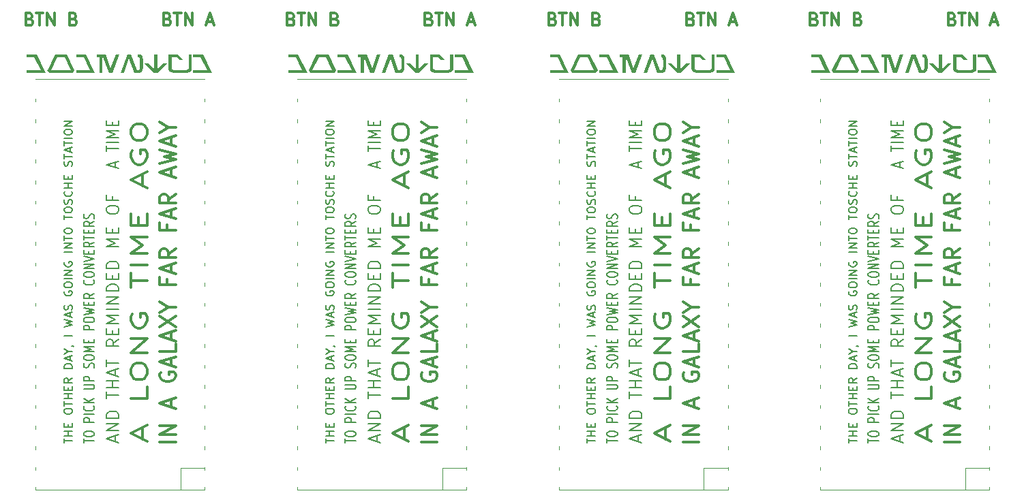
<source format=gto>
G04 #@! TF.GenerationSoftware,KiCad,Pcbnew,7.0.1*
G04 #@! TF.CreationDate,2023-04-19T14:44:16-07:00*
G04 #@! TF.ProjectId,momentum_panel,6d6f6d65-6e74-4756-9d5f-70616e656c2e,A*
G04 #@! TF.SameCoordinates,Original*
G04 #@! TF.FileFunction,Legend,Top*
G04 #@! TF.FilePolarity,Positive*
%FSLAX46Y46*%
G04 Gerber Fmt 4.6, Leading zero omitted, Abs format (unit mm)*
G04 Created by KiCad (PCBNEW 7.0.1) date 2023-04-19 14:44:16*
%MOMM*%
%LPD*%
G01*
G04 APERTURE LIST*
%ADD10C,0.152400*%
%ADD11C,0.254000*%
%ADD12C,0.304800*%
%ADD13C,0.120000*%
G04 APERTURE END LIST*
D10*
X10681050Y-66376076D02*
X10681050Y-65824533D01*
X12027250Y-66100304D02*
X10681050Y-66100304D01*
X10681050Y-65318952D02*
X10681050Y-65135105D01*
X10681050Y-65135105D02*
X10745155Y-65043181D01*
X10745155Y-65043181D02*
X10873365Y-64951257D01*
X10873365Y-64951257D02*
X11129784Y-64905295D01*
X11129784Y-64905295D02*
X11578517Y-64905295D01*
X11578517Y-64905295D02*
X11834936Y-64951257D01*
X11834936Y-64951257D02*
X11963146Y-65043181D01*
X11963146Y-65043181D02*
X12027250Y-65135105D01*
X12027250Y-65135105D02*
X12027250Y-65318952D01*
X12027250Y-65318952D02*
X11963146Y-65410876D01*
X11963146Y-65410876D02*
X11834936Y-65502800D01*
X11834936Y-65502800D02*
X11578517Y-65548762D01*
X11578517Y-65548762D02*
X11129784Y-65548762D01*
X11129784Y-65548762D02*
X10873365Y-65502800D01*
X10873365Y-65502800D02*
X10745155Y-65410876D01*
X10745155Y-65410876D02*
X10681050Y-65318952D01*
X12027250Y-63756248D02*
X10681050Y-63756248D01*
X10681050Y-63756248D02*
X10681050Y-63388553D01*
X10681050Y-63388553D02*
X10745155Y-63296629D01*
X10745155Y-63296629D02*
X10809260Y-63250667D01*
X10809260Y-63250667D02*
X10937469Y-63204705D01*
X10937469Y-63204705D02*
X11129784Y-63204705D01*
X11129784Y-63204705D02*
X11257993Y-63250667D01*
X11257993Y-63250667D02*
X11322098Y-63296629D01*
X11322098Y-63296629D02*
X11386203Y-63388553D01*
X11386203Y-63388553D02*
X11386203Y-63756248D01*
X12027250Y-62791048D02*
X10681050Y-62791048D01*
X11899041Y-61779886D02*
X11963146Y-61825848D01*
X11963146Y-61825848D02*
X12027250Y-61963734D01*
X12027250Y-61963734D02*
X12027250Y-62055658D01*
X12027250Y-62055658D02*
X11963146Y-62193543D01*
X11963146Y-62193543D02*
X11834936Y-62285467D01*
X11834936Y-62285467D02*
X11706726Y-62331429D01*
X11706726Y-62331429D02*
X11450307Y-62377391D01*
X11450307Y-62377391D02*
X11257993Y-62377391D01*
X11257993Y-62377391D02*
X11001574Y-62331429D01*
X11001574Y-62331429D02*
X10873365Y-62285467D01*
X10873365Y-62285467D02*
X10745155Y-62193543D01*
X10745155Y-62193543D02*
X10681050Y-62055658D01*
X10681050Y-62055658D02*
X10681050Y-61963734D01*
X10681050Y-61963734D02*
X10745155Y-61825848D01*
X10745155Y-61825848D02*
X10809260Y-61779886D01*
X12027250Y-61366229D02*
X10681050Y-61366229D01*
X12027250Y-60814686D02*
X11257993Y-61228343D01*
X10681050Y-60814686D02*
X11450307Y-61366229D01*
X10681050Y-59665639D02*
X11770831Y-59665639D01*
X11770831Y-59665639D02*
X11899041Y-59619677D01*
X11899041Y-59619677D02*
X11963146Y-59573715D01*
X11963146Y-59573715D02*
X12027250Y-59481791D01*
X12027250Y-59481791D02*
X12027250Y-59297944D01*
X12027250Y-59297944D02*
X11963146Y-59206020D01*
X11963146Y-59206020D02*
X11899041Y-59160058D01*
X11899041Y-59160058D02*
X11770831Y-59114096D01*
X11770831Y-59114096D02*
X10681050Y-59114096D01*
X12027250Y-58654477D02*
X10681050Y-58654477D01*
X10681050Y-58654477D02*
X10681050Y-58286782D01*
X10681050Y-58286782D02*
X10745155Y-58194858D01*
X10745155Y-58194858D02*
X10809260Y-58148896D01*
X10809260Y-58148896D02*
X10937469Y-58102934D01*
X10937469Y-58102934D02*
X11129784Y-58102934D01*
X11129784Y-58102934D02*
X11257993Y-58148896D01*
X11257993Y-58148896D02*
X11322098Y-58194858D01*
X11322098Y-58194858D02*
X11386203Y-58286782D01*
X11386203Y-58286782D02*
X11386203Y-58654477D01*
X11963146Y-56999849D02*
X12027250Y-56861963D01*
X12027250Y-56861963D02*
X12027250Y-56632154D01*
X12027250Y-56632154D02*
X11963146Y-56540230D01*
X11963146Y-56540230D02*
X11899041Y-56494268D01*
X11899041Y-56494268D02*
X11770831Y-56448306D01*
X11770831Y-56448306D02*
X11642622Y-56448306D01*
X11642622Y-56448306D02*
X11514412Y-56494268D01*
X11514412Y-56494268D02*
X11450307Y-56540230D01*
X11450307Y-56540230D02*
X11386203Y-56632154D01*
X11386203Y-56632154D02*
X11322098Y-56816001D01*
X11322098Y-56816001D02*
X11257993Y-56907925D01*
X11257993Y-56907925D02*
X11193888Y-56953887D01*
X11193888Y-56953887D02*
X11065679Y-56999849D01*
X11065679Y-56999849D02*
X10937469Y-56999849D01*
X10937469Y-56999849D02*
X10809260Y-56953887D01*
X10809260Y-56953887D02*
X10745155Y-56907925D01*
X10745155Y-56907925D02*
X10681050Y-56816001D01*
X10681050Y-56816001D02*
X10681050Y-56586192D01*
X10681050Y-56586192D02*
X10745155Y-56448306D01*
X10681050Y-55850801D02*
X10681050Y-55666954D01*
X10681050Y-55666954D02*
X10745155Y-55575030D01*
X10745155Y-55575030D02*
X10873365Y-55483106D01*
X10873365Y-55483106D02*
X11129784Y-55437144D01*
X11129784Y-55437144D02*
X11578517Y-55437144D01*
X11578517Y-55437144D02*
X11834936Y-55483106D01*
X11834936Y-55483106D02*
X11963146Y-55575030D01*
X11963146Y-55575030D02*
X12027250Y-55666954D01*
X12027250Y-55666954D02*
X12027250Y-55850801D01*
X12027250Y-55850801D02*
X11963146Y-55942725D01*
X11963146Y-55942725D02*
X11834936Y-56034649D01*
X11834936Y-56034649D02*
X11578517Y-56080611D01*
X11578517Y-56080611D02*
X11129784Y-56080611D01*
X11129784Y-56080611D02*
X10873365Y-56034649D01*
X10873365Y-56034649D02*
X10745155Y-55942725D01*
X10745155Y-55942725D02*
X10681050Y-55850801D01*
X12027250Y-55023487D02*
X10681050Y-55023487D01*
X10681050Y-55023487D02*
X11642622Y-54701754D01*
X11642622Y-54701754D02*
X10681050Y-54380020D01*
X10681050Y-54380020D02*
X12027250Y-54380020D01*
X11322098Y-53920401D02*
X11322098Y-53598668D01*
X12027250Y-53460782D02*
X12027250Y-53920401D01*
X12027250Y-53920401D02*
X10681050Y-53920401D01*
X10681050Y-53920401D02*
X10681050Y-53460782D01*
X12027250Y-52311735D02*
X10681050Y-52311735D01*
X10681050Y-52311735D02*
X10681050Y-51944040D01*
X10681050Y-51944040D02*
X10745155Y-51852116D01*
X10745155Y-51852116D02*
X10809260Y-51806154D01*
X10809260Y-51806154D02*
X10937469Y-51760192D01*
X10937469Y-51760192D02*
X11129784Y-51760192D01*
X11129784Y-51760192D02*
X11257993Y-51806154D01*
X11257993Y-51806154D02*
X11322098Y-51852116D01*
X11322098Y-51852116D02*
X11386203Y-51944040D01*
X11386203Y-51944040D02*
X11386203Y-52311735D01*
X10681050Y-51162687D02*
X10681050Y-50978840D01*
X10681050Y-50978840D02*
X10745155Y-50886916D01*
X10745155Y-50886916D02*
X10873365Y-50794992D01*
X10873365Y-50794992D02*
X11129784Y-50749030D01*
X11129784Y-50749030D02*
X11578517Y-50749030D01*
X11578517Y-50749030D02*
X11834936Y-50794992D01*
X11834936Y-50794992D02*
X11963146Y-50886916D01*
X11963146Y-50886916D02*
X12027250Y-50978840D01*
X12027250Y-50978840D02*
X12027250Y-51162687D01*
X12027250Y-51162687D02*
X11963146Y-51254611D01*
X11963146Y-51254611D02*
X11834936Y-51346535D01*
X11834936Y-51346535D02*
X11578517Y-51392497D01*
X11578517Y-51392497D02*
X11129784Y-51392497D01*
X11129784Y-51392497D02*
X10873365Y-51346535D01*
X10873365Y-51346535D02*
X10745155Y-51254611D01*
X10745155Y-51254611D02*
X10681050Y-51162687D01*
X10681050Y-50427297D02*
X12027250Y-50197487D01*
X12027250Y-50197487D02*
X11065679Y-50013640D01*
X11065679Y-50013640D02*
X12027250Y-49829792D01*
X12027250Y-49829792D02*
X10681050Y-49599983D01*
X11322098Y-49232287D02*
X11322098Y-48910554D01*
X12027250Y-48772668D02*
X12027250Y-49232287D01*
X12027250Y-49232287D02*
X10681050Y-49232287D01*
X10681050Y-49232287D02*
X10681050Y-48772668D01*
X12027250Y-47807468D02*
X11386203Y-48129201D01*
X12027250Y-48359011D02*
X10681050Y-48359011D01*
X10681050Y-48359011D02*
X10681050Y-47991316D01*
X10681050Y-47991316D02*
X10745155Y-47899392D01*
X10745155Y-47899392D02*
X10809260Y-47853430D01*
X10809260Y-47853430D02*
X10937469Y-47807468D01*
X10937469Y-47807468D02*
X11129784Y-47807468D01*
X11129784Y-47807468D02*
X11257993Y-47853430D01*
X11257993Y-47853430D02*
X11322098Y-47899392D01*
X11322098Y-47899392D02*
X11386203Y-47991316D01*
X11386203Y-47991316D02*
X11386203Y-48359011D01*
X11899041Y-46106878D02*
X11963146Y-46152840D01*
X11963146Y-46152840D02*
X12027250Y-46290726D01*
X12027250Y-46290726D02*
X12027250Y-46382650D01*
X12027250Y-46382650D02*
X11963146Y-46520535D01*
X11963146Y-46520535D02*
X11834936Y-46612459D01*
X11834936Y-46612459D02*
X11706726Y-46658421D01*
X11706726Y-46658421D02*
X11450307Y-46704383D01*
X11450307Y-46704383D02*
X11257993Y-46704383D01*
X11257993Y-46704383D02*
X11001574Y-46658421D01*
X11001574Y-46658421D02*
X10873365Y-46612459D01*
X10873365Y-46612459D02*
X10745155Y-46520535D01*
X10745155Y-46520535D02*
X10681050Y-46382650D01*
X10681050Y-46382650D02*
X10681050Y-46290726D01*
X10681050Y-46290726D02*
X10745155Y-46152840D01*
X10745155Y-46152840D02*
X10809260Y-46106878D01*
X10681050Y-45509373D02*
X10681050Y-45325526D01*
X10681050Y-45325526D02*
X10745155Y-45233602D01*
X10745155Y-45233602D02*
X10873365Y-45141678D01*
X10873365Y-45141678D02*
X11129784Y-45095716D01*
X11129784Y-45095716D02*
X11578517Y-45095716D01*
X11578517Y-45095716D02*
X11834936Y-45141678D01*
X11834936Y-45141678D02*
X11963146Y-45233602D01*
X11963146Y-45233602D02*
X12027250Y-45325526D01*
X12027250Y-45325526D02*
X12027250Y-45509373D01*
X12027250Y-45509373D02*
X11963146Y-45601297D01*
X11963146Y-45601297D02*
X11834936Y-45693221D01*
X11834936Y-45693221D02*
X11578517Y-45739183D01*
X11578517Y-45739183D02*
X11129784Y-45739183D01*
X11129784Y-45739183D02*
X10873365Y-45693221D01*
X10873365Y-45693221D02*
X10745155Y-45601297D01*
X10745155Y-45601297D02*
X10681050Y-45509373D01*
X12027250Y-44682059D02*
X10681050Y-44682059D01*
X10681050Y-44682059D02*
X12027250Y-44130516D01*
X12027250Y-44130516D02*
X10681050Y-44130516D01*
X10681050Y-43808783D02*
X12027250Y-43487049D01*
X12027250Y-43487049D02*
X10681050Y-43165316D01*
X11322098Y-42843583D02*
X11322098Y-42521850D01*
X12027250Y-42383964D02*
X12027250Y-42843583D01*
X12027250Y-42843583D02*
X10681050Y-42843583D01*
X10681050Y-42843583D02*
X10681050Y-42383964D01*
X12027250Y-41418764D02*
X11386203Y-41740497D01*
X12027250Y-41970307D02*
X10681050Y-41970307D01*
X10681050Y-41970307D02*
X10681050Y-41602612D01*
X10681050Y-41602612D02*
X10745155Y-41510688D01*
X10745155Y-41510688D02*
X10809260Y-41464726D01*
X10809260Y-41464726D02*
X10937469Y-41418764D01*
X10937469Y-41418764D02*
X11129784Y-41418764D01*
X11129784Y-41418764D02*
X11257993Y-41464726D01*
X11257993Y-41464726D02*
X11322098Y-41510688D01*
X11322098Y-41510688D02*
X11386203Y-41602612D01*
X11386203Y-41602612D02*
X11386203Y-41970307D01*
X10681050Y-41142993D02*
X10681050Y-40591450D01*
X12027250Y-40867221D02*
X10681050Y-40867221D01*
X11322098Y-40269717D02*
X11322098Y-39947984D01*
X12027250Y-39810098D02*
X12027250Y-40269717D01*
X12027250Y-40269717D02*
X10681050Y-40269717D01*
X10681050Y-40269717D02*
X10681050Y-39810098D01*
X12027250Y-38844898D02*
X11386203Y-39166631D01*
X12027250Y-39396441D02*
X10681050Y-39396441D01*
X10681050Y-39396441D02*
X10681050Y-39028746D01*
X10681050Y-39028746D02*
X10745155Y-38936822D01*
X10745155Y-38936822D02*
X10809260Y-38890860D01*
X10809260Y-38890860D02*
X10937469Y-38844898D01*
X10937469Y-38844898D02*
X11129784Y-38844898D01*
X11129784Y-38844898D02*
X11257993Y-38890860D01*
X11257993Y-38890860D02*
X11322098Y-38936822D01*
X11322098Y-38936822D02*
X11386203Y-39028746D01*
X11386203Y-39028746D02*
X11386203Y-39396441D01*
X11963146Y-38477203D02*
X12027250Y-38339317D01*
X12027250Y-38339317D02*
X12027250Y-38109508D01*
X12027250Y-38109508D02*
X11963146Y-38017584D01*
X11963146Y-38017584D02*
X11899041Y-37971622D01*
X11899041Y-37971622D02*
X11770831Y-37925660D01*
X11770831Y-37925660D02*
X11642622Y-37925660D01*
X11642622Y-37925660D02*
X11514412Y-37971622D01*
X11514412Y-37971622D02*
X11450307Y-38017584D01*
X11450307Y-38017584D02*
X11386203Y-38109508D01*
X11386203Y-38109508D02*
X11322098Y-38293355D01*
X11322098Y-38293355D02*
X11257993Y-38385279D01*
X11257993Y-38385279D02*
X11193888Y-38431241D01*
X11193888Y-38431241D02*
X11065679Y-38477203D01*
X11065679Y-38477203D02*
X10937469Y-38477203D01*
X10937469Y-38477203D02*
X10809260Y-38431241D01*
X10809260Y-38431241D02*
X10745155Y-38385279D01*
X10745155Y-38385279D02*
X10681050Y-38293355D01*
X10681050Y-38293355D02*
X10681050Y-38063546D01*
X10681050Y-38063546D02*
X10745155Y-37925660D01*
X75641050Y-66376076D02*
X75641050Y-65824533D01*
X76987250Y-66100304D02*
X75641050Y-66100304D01*
X75641050Y-65318952D02*
X75641050Y-65135105D01*
X75641050Y-65135105D02*
X75705155Y-65043181D01*
X75705155Y-65043181D02*
X75833365Y-64951257D01*
X75833365Y-64951257D02*
X76089784Y-64905295D01*
X76089784Y-64905295D02*
X76538517Y-64905295D01*
X76538517Y-64905295D02*
X76794936Y-64951257D01*
X76794936Y-64951257D02*
X76923146Y-65043181D01*
X76923146Y-65043181D02*
X76987250Y-65135105D01*
X76987250Y-65135105D02*
X76987250Y-65318952D01*
X76987250Y-65318952D02*
X76923146Y-65410876D01*
X76923146Y-65410876D02*
X76794936Y-65502800D01*
X76794936Y-65502800D02*
X76538517Y-65548762D01*
X76538517Y-65548762D02*
X76089784Y-65548762D01*
X76089784Y-65548762D02*
X75833365Y-65502800D01*
X75833365Y-65502800D02*
X75705155Y-65410876D01*
X75705155Y-65410876D02*
X75641050Y-65318952D01*
X76987250Y-63756248D02*
X75641050Y-63756248D01*
X75641050Y-63756248D02*
X75641050Y-63388553D01*
X75641050Y-63388553D02*
X75705155Y-63296629D01*
X75705155Y-63296629D02*
X75769260Y-63250667D01*
X75769260Y-63250667D02*
X75897469Y-63204705D01*
X75897469Y-63204705D02*
X76089784Y-63204705D01*
X76089784Y-63204705D02*
X76217993Y-63250667D01*
X76217993Y-63250667D02*
X76282098Y-63296629D01*
X76282098Y-63296629D02*
X76346203Y-63388553D01*
X76346203Y-63388553D02*
X76346203Y-63756248D01*
X76987250Y-62791048D02*
X75641050Y-62791048D01*
X76859041Y-61779886D02*
X76923146Y-61825848D01*
X76923146Y-61825848D02*
X76987250Y-61963734D01*
X76987250Y-61963734D02*
X76987250Y-62055658D01*
X76987250Y-62055658D02*
X76923146Y-62193543D01*
X76923146Y-62193543D02*
X76794936Y-62285467D01*
X76794936Y-62285467D02*
X76666726Y-62331429D01*
X76666726Y-62331429D02*
X76410307Y-62377391D01*
X76410307Y-62377391D02*
X76217993Y-62377391D01*
X76217993Y-62377391D02*
X75961574Y-62331429D01*
X75961574Y-62331429D02*
X75833365Y-62285467D01*
X75833365Y-62285467D02*
X75705155Y-62193543D01*
X75705155Y-62193543D02*
X75641050Y-62055658D01*
X75641050Y-62055658D02*
X75641050Y-61963734D01*
X75641050Y-61963734D02*
X75705155Y-61825848D01*
X75705155Y-61825848D02*
X75769260Y-61779886D01*
X76987250Y-61366229D02*
X75641050Y-61366229D01*
X76987250Y-60814686D02*
X76217993Y-61228343D01*
X75641050Y-60814686D02*
X76410307Y-61366229D01*
X75641050Y-59665639D02*
X76730831Y-59665639D01*
X76730831Y-59665639D02*
X76859041Y-59619677D01*
X76859041Y-59619677D02*
X76923146Y-59573715D01*
X76923146Y-59573715D02*
X76987250Y-59481791D01*
X76987250Y-59481791D02*
X76987250Y-59297944D01*
X76987250Y-59297944D02*
X76923146Y-59206020D01*
X76923146Y-59206020D02*
X76859041Y-59160058D01*
X76859041Y-59160058D02*
X76730831Y-59114096D01*
X76730831Y-59114096D02*
X75641050Y-59114096D01*
X76987250Y-58654477D02*
X75641050Y-58654477D01*
X75641050Y-58654477D02*
X75641050Y-58286782D01*
X75641050Y-58286782D02*
X75705155Y-58194858D01*
X75705155Y-58194858D02*
X75769260Y-58148896D01*
X75769260Y-58148896D02*
X75897469Y-58102934D01*
X75897469Y-58102934D02*
X76089784Y-58102934D01*
X76089784Y-58102934D02*
X76217993Y-58148896D01*
X76217993Y-58148896D02*
X76282098Y-58194858D01*
X76282098Y-58194858D02*
X76346203Y-58286782D01*
X76346203Y-58286782D02*
X76346203Y-58654477D01*
X76923146Y-56999849D02*
X76987250Y-56861963D01*
X76987250Y-56861963D02*
X76987250Y-56632154D01*
X76987250Y-56632154D02*
X76923146Y-56540230D01*
X76923146Y-56540230D02*
X76859041Y-56494268D01*
X76859041Y-56494268D02*
X76730831Y-56448306D01*
X76730831Y-56448306D02*
X76602622Y-56448306D01*
X76602622Y-56448306D02*
X76474412Y-56494268D01*
X76474412Y-56494268D02*
X76410307Y-56540230D01*
X76410307Y-56540230D02*
X76346203Y-56632154D01*
X76346203Y-56632154D02*
X76282098Y-56816001D01*
X76282098Y-56816001D02*
X76217993Y-56907925D01*
X76217993Y-56907925D02*
X76153888Y-56953887D01*
X76153888Y-56953887D02*
X76025679Y-56999849D01*
X76025679Y-56999849D02*
X75897469Y-56999849D01*
X75897469Y-56999849D02*
X75769260Y-56953887D01*
X75769260Y-56953887D02*
X75705155Y-56907925D01*
X75705155Y-56907925D02*
X75641050Y-56816001D01*
X75641050Y-56816001D02*
X75641050Y-56586192D01*
X75641050Y-56586192D02*
X75705155Y-56448306D01*
X75641050Y-55850801D02*
X75641050Y-55666954D01*
X75641050Y-55666954D02*
X75705155Y-55575030D01*
X75705155Y-55575030D02*
X75833365Y-55483106D01*
X75833365Y-55483106D02*
X76089784Y-55437144D01*
X76089784Y-55437144D02*
X76538517Y-55437144D01*
X76538517Y-55437144D02*
X76794936Y-55483106D01*
X76794936Y-55483106D02*
X76923146Y-55575030D01*
X76923146Y-55575030D02*
X76987250Y-55666954D01*
X76987250Y-55666954D02*
X76987250Y-55850801D01*
X76987250Y-55850801D02*
X76923146Y-55942725D01*
X76923146Y-55942725D02*
X76794936Y-56034649D01*
X76794936Y-56034649D02*
X76538517Y-56080611D01*
X76538517Y-56080611D02*
X76089784Y-56080611D01*
X76089784Y-56080611D02*
X75833365Y-56034649D01*
X75833365Y-56034649D02*
X75705155Y-55942725D01*
X75705155Y-55942725D02*
X75641050Y-55850801D01*
X76987250Y-55023487D02*
X75641050Y-55023487D01*
X75641050Y-55023487D02*
X76602622Y-54701754D01*
X76602622Y-54701754D02*
X75641050Y-54380020D01*
X75641050Y-54380020D02*
X76987250Y-54380020D01*
X76282098Y-53920401D02*
X76282098Y-53598668D01*
X76987250Y-53460782D02*
X76987250Y-53920401D01*
X76987250Y-53920401D02*
X75641050Y-53920401D01*
X75641050Y-53920401D02*
X75641050Y-53460782D01*
X76987250Y-52311735D02*
X75641050Y-52311735D01*
X75641050Y-52311735D02*
X75641050Y-51944040D01*
X75641050Y-51944040D02*
X75705155Y-51852116D01*
X75705155Y-51852116D02*
X75769260Y-51806154D01*
X75769260Y-51806154D02*
X75897469Y-51760192D01*
X75897469Y-51760192D02*
X76089784Y-51760192D01*
X76089784Y-51760192D02*
X76217993Y-51806154D01*
X76217993Y-51806154D02*
X76282098Y-51852116D01*
X76282098Y-51852116D02*
X76346203Y-51944040D01*
X76346203Y-51944040D02*
X76346203Y-52311735D01*
X75641050Y-51162687D02*
X75641050Y-50978840D01*
X75641050Y-50978840D02*
X75705155Y-50886916D01*
X75705155Y-50886916D02*
X75833365Y-50794992D01*
X75833365Y-50794992D02*
X76089784Y-50749030D01*
X76089784Y-50749030D02*
X76538517Y-50749030D01*
X76538517Y-50749030D02*
X76794936Y-50794992D01*
X76794936Y-50794992D02*
X76923146Y-50886916D01*
X76923146Y-50886916D02*
X76987250Y-50978840D01*
X76987250Y-50978840D02*
X76987250Y-51162687D01*
X76987250Y-51162687D02*
X76923146Y-51254611D01*
X76923146Y-51254611D02*
X76794936Y-51346535D01*
X76794936Y-51346535D02*
X76538517Y-51392497D01*
X76538517Y-51392497D02*
X76089784Y-51392497D01*
X76089784Y-51392497D02*
X75833365Y-51346535D01*
X75833365Y-51346535D02*
X75705155Y-51254611D01*
X75705155Y-51254611D02*
X75641050Y-51162687D01*
X75641050Y-50427297D02*
X76987250Y-50197487D01*
X76987250Y-50197487D02*
X76025679Y-50013640D01*
X76025679Y-50013640D02*
X76987250Y-49829792D01*
X76987250Y-49829792D02*
X75641050Y-49599983D01*
X76282098Y-49232287D02*
X76282098Y-48910554D01*
X76987250Y-48772668D02*
X76987250Y-49232287D01*
X76987250Y-49232287D02*
X75641050Y-49232287D01*
X75641050Y-49232287D02*
X75641050Y-48772668D01*
X76987250Y-47807468D02*
X76346203Y-48129201D01*
X76987250Y-48359011D02*
X75641050Y-48359011D01*
X75641050Y-48359011D02*
X75641050Y-47991316D01*
X75641050Y-47991316D02*
X75705155Y-47899392D01*
X75705155Y-47899392D02*
X75769260Y-47853430D01*
X75769260Y-47853430D02*
X75897469Y-47807468D01*
X75897469Y-47807468D02*
X76089784Y-47807468D01*
X76089784Y-47807468D02*
X76217993Y-47853430D01*
X76217993Y-47853430D02*
X76282098Y-47899392D01*
X76282098Y-47899392D02*
X76346203Y-47991316D01*
X76346203Y-47991316D02*
X76346203Y-48359011D01*
X76859041Y-46106878D02*
X76923146Y-46152840D01*
X76923146Y-46152840D02*
X76987250Y-46290726D01*
X76987250Y-46290726D02*
X76987250Y-46382650D01*
X76987250Y-46382650D02*
X76923146Y-46520535D01*
X76923146Y-46520535D02*
X76794936Y-46612459D01*
X76794936Y-46612459D02*
X76666726Y-46658421D01*
X76666726Y-46658421D02*
X76410307Y-46704383D01*
X76410307Y-46704383D02*
X76217993Y-46704383D01*
X76217993Y-46704383D02*
X75961574Y-46658421D01*
X75961574Y-46658421D02*
X75833365Y-46612459D01*
X75833365Y-46612459D02*
X75705155Y-46520535D01*
X75705155Y-46520535D02*
X75641050Y-46382650D01*
X75641050Y-46382650D02*
X75641050Y-46290726D01*
X75641050Y-46290726D02*
X75705155Y-46152840D01*
X75705155Y-46152840D02*
X75769260Y-46106878D01*
X75641050Y-45509373D02*
X75641050Y-45325526D01*
X75641050Y-45325526D02*
X75705155Y-45233602D01*
X75705155Y-45233602D02*
X75833365Y-45141678D01*
X75833365Y-45141678D02*
X76089784Y-45095716D01*
X76089784Y-45095716D02*
X76538517Y-45095716D01*
X76538517Y-45095716D02*
X76794936Y-45141678D01*
X76794936Y-45141678D02*
X76923146Y-45233602D01*
X76923146Y-45233602D02*
X76987250Y-45325526D01*
X76987250Y-45325526D02*
X76987250Y-45509373D01*
X76987250Y-45509373D02*
X76923146Y-45601297D01*
X76923146Y-45601297D02*
X76794936Y-45693221D01*
X76794936Y-45693221D02*
X76538517Y-45739183D01*
X76538517Y-45739183D02*
X76089784Y-45739183D01*
X76089784Y-45739183D02*
X75833365Y-45693221D01*
X75833365Y-45693221D02*
X75705155Y-45601297D01*
X75705155Y-45601297D02*
X75641050Y-45509373D01*
X76987250Y-44682059D02*
X75641050Y-44682059D01*
X75641050Y-44682059D02*
X76987250Y-44130516D01*
X76987250Y-44130516D02*
X75641050Y-44130516D01*
X75641050Y-43808783D02*
X76987250Y-43487049D01*
X76987250Y-43487049D02*
X75641050Y-43165316D01*
X76282098Y-42843583D02*
X76282098Y-42521850D01*
X76987250Y-42383964D02*
X76987250Y-42843583D01*
X76987250Y-42843583D02*
X75641050Y-42843583D01*
X75641050Y-42843583D02*
X75641050Y-42383964D01*
X76987250Y-41418764D02*
X76346203Y-41740497D01*
X76987250Y-41970307D02*
X75641050Y-41970307D01*
X75641050Y-41970307D02*
X75641050Y-41602612D01*
X75641050Y-41602612D02*
X75705155Y-41510688D01*
X75705155Y-41510688D02*
X75769260Y-41464726D01*
X75769260Y-41464726D02*
X75897469Y-41418764D01*
X75897469Y-41418764D02*
X76089784Y-41418764D01*
X76089784Y-41418764D02*
X76217993Y-41464726D01*
X76217993Y-41464726D02*
X76282098Y-41510688D01*
X76282098Y-41510688D02*
X76346203Y-41602612D01*
X76346203Y-41602612D02*
X76346203Y-41970307D01*
X75641050Y-41142993D02*
X75641050Y-40591450D01*
X76987250Y-40867221D02*
X75641050Y-40867221D01*
X76282098Y-40269717D02*
X76282098Y-39947984D01*
X76987250Y-39810098D02*
X76987250Y-40269717D01*
X76987250Y-40269717D02*
X75641050Y-40269717D01*
X75641050Y-40269717D02*
X75641050Y-39810098D01*
X76987250Y-38844898D02*
X76346203Y-39166631D01*
X76987250Y-39396441D02*
X75641050Y-39396441D01*
X75641050Y-39396441D02*
X75641050Y-39028746D01*
X75641050Y-39028746D02*
X75705155Y-38936822D01*
X75705155Y-38936822D02*
X75769260Y-38890860D01*
X75769260Y-38890860D02*
X75897469Y-38844898D01*
X75897469Y-38844898D02*
X76089784Y-38844898D01*
X76089784Y-38844898D02*
X76217993Y-38890860D01*
X76217993Y-38890860D02*
X76282098Y-38936822D01*
X76282098Y-38936822D02*
X76346203Y-39028746D01*
X76346203Y-39028746D02*
X76346203Y-39396441D01*
X76923146Y-38477203D02*
X76987250Y-38339317D01*
X76987250Y-38339317D02*
X76987250Y-38109508D01*
X76987250Y-38109508D02*
X76923146Y-38017584D01*
X76923146Y-38017584D02*
X76859041Y-37971622D01*
X76859041Y-37971622D02*
X76730831Y-37925660D01*
X76730831Y-37925660D02*
X76602622Y-37925660D01*
X76602622Y-37925660D02*
X76474412Y-37971622D01*
X76474412Y-37971622D02*
X76410307Y-38017584D01*
X76410307Y-38017584D02*
X76346203Y-38109508D01*
X76346203Y-38109508D02*
X76282098Y-38293355D01*
X76282098Y-38293355D02*
X76217993Y-38385279D01*
X76217993Y-38385279D02*
X76153888Y-38431241D01*
X76153888Y-38431241D02*
X76025679Y-38477203D01*
X76025679Y-38477203D02*
X75897469Y-38477203D01*
X75897469Y-38477203D02*
X75769260Y-38431241D01*
X75769260Y-38431241D02*
X75705155Y-38385279D01*
X75705155Y-38385279D02*
X75641050Y-38293355D01*
X75641050Y-38293355D02*
X75641050Y-38063546D01*
X75641050Y-38063546D02*
X75705155Y-37925660D01*
X43161050Y-66376076D02*
X43161050Y-65824533D01*
X44507250Y-66100304D02*
X43161050Y-66100304D01*
X43161050Y-65318952D02*
X43161050Y-65135105D01*
X43161050Y-65135105D02*
X43225155Y-65043181D01*
X43225155Y-65043181D02*
X43353365Y-64951257D01*
X43353365Y-64951257D02*
X43609784Y-64905295D01*
X43609784Y-64905295D02*
X44058517Y-64905295D01*
X44058517Y-64905295D02*
X44314936Y-64951257D01*
X44314936Y-64951257D02*
X44443146Y-65043181D01*
X44443146Y-65043181D02*
X44507250Y-65135105D01*
X44507250Y-65135105D02*
X44507250Y-65318952D01*
X44507250Y-65318952D02*
X44443146Y-65410876D01*
X44443146Y-65410876D02*
X44314936Y-65502800D01*
X44314936Y-65502800D02*
X44058517Y-65548762D01*
X44058517Y-65548762D02*
X43609784Y-65548762D01*
X43609784Y-65548762D02*
X43353365Y-65502800D01*
X43353365Y-65502800D02*
X43225155Y-65410876D01*
X43225155Y-65410876D02*
X43161050Y-65318952D01*
X44507250Y-63756248D02*
X43161050Y-63756248D01*
X43161050Y-63756248D02*
X43161050Y-63388553D01*
X43161050Y-63388553D02*
X43225155Y-63296629D01*
X43225155Y-63296629D02*
X43289260Y-63250667D01*
X43289260Y-63250667D02*
X43417469Y-63204705D01*
X43417469Y-63204705D02*
X43609784Y-63204705D01*
X43609784Y-63204705D02*
X43737993Y-63250667D01*
X43737993Y-63250667D02*
X43802098Y-63296629D01*
X43802098Y-63296629D02*
X43866203Y-63388553D01*
X43866203Y-63388553D02*
X43866203Y-63756248D01*
X44507250Y-62791048D02*
X43161050Y-62791048D01*
X44379041Y-61779886D02*
X44443146Y-61825848D01*
X44443146Y-61825848D02*
X44507250Y-61963734D01*
X44507250Y-61963734D02*
X44507250Y-62055658D01*
X44507250Y-62055658D02*
X44443146Y-62193543D01*
X44443146Y-62193543D02*
X44314936Y-62285467D01*
X44314936Y-62285467D02*
X44186726Y-62331429D01*
X44186726Y-62331429D02*
X43930307Y-62377391D01*
X43930307Y-62377391D02*
X43737993Y-62377391D01*
X43737993Y-62377391D02*
X43481574Y-62331429D01*
X43481574Y-62331429D02*
X43353365Y-62285467D01*
X43353365Y-62285467D02*
X43225155Y-62193543D01*
X43225155Y-62193543D02*
X43161050Y-62055658D01*
X43161050Y-62055658D02*
X43161050Y-61963734D01*
X43161050Y-61963734D02*
X43225155Y-61825848D01*
X43225155Y-61825848D02*
X43289260Y-61779886D01*
X44507250Y-61366229D02*
X43161050Y-61366229D01*
X44507250Y-60814686D02*
X43737993Y-61228343D01*
X43161050Y-60814686D02*
X43930307Y-61366229D01*
X43161050Y-59665639D02*
X44250831Y-59665639D01*
X44250831Y-59665639D02*
X44379041Y-59619677D01*
X44379041Y-59619677D02*
X44443146Y-59573715D01*
X44443146Y-59573715D02*
X44507250Y-59481791D01*
X44507250Y-59481791D02*
X44507250Y-59297944D01*
X44507250Y-59297944D02*
X44443146Y-59206020D01*
X44443146Y-59206020D02*
X44379041Y-59160058D01*
X44379041Y-59160058D02*
X44250831Y-59114096D01*
X44250831Y-59114096D02*
X43161050Y-59114096D01*
X44507250Y-58654477D02*
X43161050Y-58654477D01*
X43161050Y-58654477D02*
X43161050Y-58286782D01*
X43161050Y-58286782D02*
X43225155Y-58194858D01*
X43225155Y-58194858D02*
X43289260Y-58148896D01*
X43289260Y-58148896D02*
X43417469Y-58102934D01*
X43417469Y-58102934D02*
X43609784Y-58102934D01*
X43609784Y-58102934D02*
X43737993Y-58148896D01*
X43737993Y-58148896D02*
X43802098Y-58194858D01*
X43802098Y-58194858D02*
X43866203Y-58286782D01*
X43866203Y-58286782D02*
X43866203Y-58654477D01*
X44443146Y-56999849D02*
X44507250Y-56861963D01*
X44507250Y-56861963D02*
X44507250Y-56632154D01*
X44507250Y-56632154D02*
X44443146Y-56540230D01*
X44443146Y-56540230D02*
X44379041Y-56494268D01*
X44379041Y-56494268D02*
X44250831Y-56448306D01*
X44250831Y-56448306D02*
X44122622Y-56448306D01*
X44122622Y-56448306D02*
X43994412Y-56494268D01*
X43994412Y-56494268D02*
X43930307Y-56540230D01*
X43930307Y-56540230D02*
X43866203Y-56632154D01*
X43866203Y-56632154D02*
X43802098Y-56816001D01*
X43802098Y-56816001D02*
X43737993Y-56907925D01*
X43737993Y-56907925D02*
X43673888Y-56953887D01*
X43673888Y-56953887D02*
X43545679Y-56999849D01*
X43545679Y-56999849D02*
X43417469Y-56999849D01*
X43417469Y-56999849D02*
X43289260Y-56953887D01*
X43289260Y-56953887D02*
X43225155Y-56907925D01*
X43225155Y-56907925D02*
X43161050Y-56816001D01*
X43161050Y-56816001D02*
X43161050Y-56586192D01*
X43161050Y-56586192D02*
X43225155Y-56448306D01*
X43161050Y-55850801D02*
X43161050Y-55666954D01*
X43161050Y-55666954D02*
X43225155Y-55575030D01*
X43225155Y-55575030D02*
X43353365Y-55483106D01*
X43353365Y-55483106D02*
X43609784Y-55437144D01*
X43609784Y-55437144D02*
X44058517Y-55437144D01*
X44058517Y-55437144D02*
X44314936Y-55483106D01*
X44314936Y-55483106D02*
X44443146Y-55575030D01*
X44443146Y-55575030D02*
X44507250Y-55666954D01*
X44507250Y-55666954D02*
X44507250Y-55850801D01*
X44507250Y-55850801D02*
X44443146Y-55942725D01*
X44443146Y-55942725D02*
X44314936Y-56034649D01*
X44314936Y-56034649D02*
X44058517Y-56080611D01*
X44058517Y-56080611D02*
X43609784Y-56080611D01*
X43609784Y-56080611D02*
X43353365Y-56034649D01*
X43353365Y-56034649D02*
X43225155Y-55942725D01*
X43225155Y-55942725D02*
X43161050Y-55850801D01*
X44507250Y-55023487D02*
X43161050Y-55023487D01*
X43161050Y-55023487D02*
X44122622Y-54701754D01*
X44122622Y-54701754D02*
X43161050Y-54380020D01*
X43161050Y-54380020D02*
X44507250Y-54380020D01*
X43802098Y-53920401D02*
X43802098Y-53598668D01*
X44507250Y-53460782D02*
X44507250Y-53920401D01*
X44507250Y-53920401D02*
X43161050Y-53920401D01*
X43161050Y-53920401D02*
X43161050Y-53460782D01*
X44507250Y-52311735D02*
X43161050Y-52311735D01*
X43161050Y-52311735D02*
X43161050Y-51944040D01*
X43161050Y-51944040D02*
X43225155Y-51852116D01*
X43225155Y-51852116D02*
X43289260Y-51806154D01*
X43289260Y-51806154D02*
X43417469Y-51760192D01*
X43417469Y-51760192D02*
X43609784Y-51760192D01*
X43609784Y-51760192D02*
X43737993Y-51806154D01*
X43737993Y-51806154D02*
X43802098Y-51852116D01*
X43802098Y-51852116D02*
X43866203Y-51944040D01*
X43866203Y-51944040D02*
X43866203Y-52311735D01*
X43161050Y-51162687D02*
X43161050Y-50978840D01*
X43161050Y-50978840D02*
X43225155Y-50886916D01*
X43225155Y-50886916D02*
X43353365Y-50794992D01*
X43353365Y-50794992D02*
X43609784Y-50749030D01*
X43609784Y-50749030D02*
X44058517Y-50749030D01*
X44058517Y-50749030D02*
X44314936Y-50794992D01*
X44314936Y-50794992D02*
X44443146Y-50886916D01*
X44443146Y-50886916D02*
X44507250Y-50978840D01*
X44507250Y-50978840D02*
X44507250Y-51162687D01*
X44507250Y-51162687D02*
X44443146Y-51254611D01*
X44443146Y-51254611D02*
X44314936Y-51346535D01*
X44314936Y-51346535D02*
X44058517Y-51392497D01*
X44058517Y-51392497D02*
X43609784Y-51392497D01*
X43609784Y-51392497D02*
X43353365Y-51346535D01*
X43353365Y-51346535D02*
X43225155Y-51254611D01*
X43225155Y-51254611D02*
X43161050Y-51162687D01*
X43161050Y-50427297D02*
X44507250Y-50197487D01*
X44507250Y-50197487D02*
X43545679Y-50013640D01*
X43545679Y-50013640D02*
X44507250Y-49829792D01*
X44507250Y-49829792D02*
X43161050Y-49599983D01*
X43802098Y-49232287D02*
X43802098Y-48910554D01*
X44507250Y-48772668D02*
X44507250Y-49232287D01*
X44507250Y-49232287D02*
X43161050Y-49232287D01*
X43161050Y-49232287D02*
X43161050Y-48772668D01*
X44507250Y-47807468D02*
X43866203Y-48129201D01*
X44507250Y-48359011D02*
X43161050Y-48359011D01*
X43161050Y-48359011D02*
X43161050Y-47991316D01*
X43161050Y-47991316D02*
X43225155Y-47899392D01*
X43225155Y-47899392D02*
X43289260Y-47853430D01*
X43289260Y-47853430D02*
X43417469Y-47807468D01*
X43417469Y-47807468D02*
X43609784Y-47807468D01*
X43609784Y-47807468D02*
X43737993Y-47853430D01*
X43737993Y-47853430D02*
X43802098Y-47899392D01*
X43802098Y-47899392D02*
X43866203Y-47991316D01*
X43866203Y-47991316D02*
X43866203Y-48359011D01*
X44379041Y-46106878D02*
X44443146Y-46152840D01*
X44443146Y-46152840D02*
X44507250Y-46290726D01*
X44507250Y-46290726D02*
X44507250Y-46382650D01*
X44507250Y-46382650D02*
X44443146Y-46520535D01*
X44443146Y-46520535D02*
X44314936Y-46612459D01*
X44314936Y-46612459D02*
X44186726Y-46658421D01*
X44186726Y-46658421D02*
X43930307Y-46704383D01*
X43930307Y-46704383D02*
X43737993Y-46704383D01*
X43737993Y-46704383D02*
X43481574Y-46658421D01*
X43481574Y-46658421D02*
X43353365Y-46612459D01*
X43353365Y-46612459D02*
X43225155Y-46520535D01*
X43225155Y-46520535D02*
X43161050Y-46382650D01*
X43161050Y-46382650D02*
X43161050Y-46290726D01*
X43161050Y-46290726D02*
X43225155Y-46152840D01*
X43225155Y-46152840D02*
X43289260Y-46106878D01*
X43161050Y-45509373D02*
X43161050Y-45325526D01*
X43161050Y-45325526D02*
X43225155Y-45233602D01*
X43225155Y-45233602D02*
X43353365Y-45141678D01*
X43353365Y-45141678D02*
X43609784Y-45095716D01*
X43609784Y-45095716D02*
X44058517Y-45095716D01*
X44058517Y-45095716D02*
X44314936Y-45141678D01*
X44314936Y-45141678D02*
X44443146Y-45233602D01*
X44443146Y-45233602D02*
X44507250Y-45325526D01*
X44507250Y-45325526D02*
X44507250Y-45509373D01*
X44507250Y-45509373D02*
X44443146Y-45601297D01*
X44443146Y-45601297D02*
X44314936Y-45693221D01*
X44314936Y-45693221D02*
X44058517Y-45739183D01*
X44058517Y-45739183D02*
X43609784Y-45739183D01*
X43609784Y-45739183D02*
X43353365Y-45693221D01*
X43353365Y-45693221D02*
X43225155Y-45601297D01*
X43225155Y-45601297D02*
X43161050Y-45509373D01*
X44507250Y-44682059D02*
X43161050Y-44682059D01*
X43161050Y-44682059D02*
X44507250Y-44130516D01*
X44507250Y-44130516D02*
X43161050Y-44130516D01*
X43161050Y-43808783D02*
X44507250Y-43487049D01*
X44507250Y-43487049D02*
X43161050Y-43165316D01*
X43802098Y-42843583D02*
X43802098Y-42521850D01*
X44507250Y-42383964D02*
X44507250Y-42843583D01*
X44507250Y-42843583D02*
X43161050Y-42843583D01*
X43161050Y-42843583D02*
X43161050Y-42383964D01*
X44507250Y-41418764D02*
X43866203Y-41740497D01*
X44507250Y-41970307D02*
X43161050Y-41970307D01*
X43161050Y-41970307D02*
X43161050Y-41602612D01*
X43161050Y-41602612D02*
X43225155Y-41510688D01*
X43225155Y-41510688D02*
X43289260Y-41464726D01*
X43289260Y-41464726D02*
X43417469Y-41418764D01*
X43417469Y-41418764D02*
X43609784Y-41418764D01*
X43609784Y-41418764D02*
X43737993Y-41464726D01*
X43737993Y-41464726D02*
X43802098Y-41510688D01*
X43802098Y-41510688D02*
X43866203Y-41602612D01*
X43866203Y-41602612D02*
X43866203Y-41970307D01*
X43161050Y-41142993D02*
X43161050Y-40591450D01*
X44507250Y-40867221D02*
X43161050Y-40867221D01*
X43802098Y-40269717D02*
X43802098Y-39947984D01*
X44507250Y-39810098D02*
X44507250Y-40269717D01*
X44507250Y-40269717D02*
X43161050Y-40269717D01*
X43161050Y-40269717D02*
X43161050Y-39810098D01*
X44507250Y-38844898D02*
X43866203Y-39166631D01*
X44507250Y-39396441D02*
X43161050Y-39396441D01*
X43161050Y-39396441D02*
X43161050Y-39028746D01*
X43161050Y-39028746D02*
X43225155Y-38936822D01*
X43225155Y-38936822D02*
X43289260Y-38890860D01*
X43289260Y-38890860D02*
X43417469Y-38844898D01*
X43417469Y-38844898D02*
X43609784Y-38844898D01*
X43609784Y-38844898D02*
X43737993Y-38890860D01*
X43737993Y-38890860D02*
X43802098Y-38936822D01*
X43802098Y-38936822D02*
X43866203Y-39028746D01*
X43866203Y-39028746D02*
X43866203Y-39396441D01*
X44443146Y-38477203D02*
X44507250Y-38339317D01*
X44507250Y-38339317D02*
X44507250Y-38109508D01*
X44507250Y-38109508D02*
X44443146Y-38017584D01*
X44443146Y-38017584D02*
X44379041Y-37971622D01*
X44379041Y-37971622D02*
X44250831Y-37925660D01*
X44250831Y-37925660D02*
X44122622Y-37925660D01*
X44122622Y-37925660D02*
X43994412Y-37971622D01*
X43994412Y-37971622D02*
X43930307Y-38017584D01*
X43930307Y-38017584D02*
X43866203Y-38109508D01*
X43866203Y-38109508D02*
X43802098Y-38293355D01*
X43802098Y-38293355D02*
X43737993Y-38385279D01*
X43737993Y-38385279D02*
X43673888Y-38431241D01*
X43673888Y-38431241D02*
X43545679Y-38477203D01*
X43545679Y-38477203D02*
X43417469Y-38477203D01*
X43417469Y-38477203D02*
X43289260Y-38431241D01*
X43289260Y-38431241D02*
X43225155Y-38385279D01*
X43225155Y-38385279D02*
X43161050Y-38293355D01*
X43161050Y-38293355D02*
X43161050Y-38063546D01*
X43161050Y-38063546D02*
X43225155Y-37925660D01*
X108121050Y-66376076D02*
X108121050Y-65824533D01*
X109467250Y-66100304D02*
X108121050Y-66100304D01*
X108121050Y-65318952D02*
X108121050Y-65135105D01*
X108121050Y-65135105D02*
X108185155Y-65043181D01*
X108185155Y-65043181D02*
X108313365Y-64951257D01*
X108313365Y-64951257D02*
X108569784Y-64905295D01*
X108569784Y-64905295D02*
X109018517Y-64905295D01*
X109018517Y-64905295D02*
X109274936Y-64951257D01*
X109274936Y-64951257D02*
X109403146Y-65043181D01*
X109403146Y-65043181D02*
X109467250Y-65135105D01*
X109467250Y-65135105D02*
X109467250Y-65318952D01*
X109467250Y-65318952D02*
X109403146Y-65410876D01*
X109403146Y-65410876D02*
X109274936Y-65502800D01*
X109274936Y-65502800D02*
X109018517Y-65548762D01*
X109018517Y-65548762D02*
X108569784Y-65548762D01*
X108569784Y-65548762D02*
X108313365Y-65502800D01*
X108313365Y-65502800D02*
X108185155Y-65410876D01*
X108185155Y-65410876D02*
X108121050Y-65318952D01*
X109467250Y-63756248D02*
X108121050Y-63756248D01*
X108121050Y-63756248D02*
X108121050Y-63388553D01*
X108121050Y-63388553D02*
X108185155Y-63296629D01*
X108185155Y-63296629D02*
X108249260Y-63250667D01*
X108249260Y-63250667D02*
X108377469Y-63204705D01*
X108377469Y-63204705D02*
X108569784Y-63204705D01*
X108569784Y-63204705D02*
X108697993Y-63250667D01*
X108697993Y-63250667D02*
X108762098Y-63296629D01*
X108762098Y-63296629D02*
X108826203Y-63388553D01*
X108826203Y-63388553D02*
X108826203Y-63756248D01*
X109467250Y-62791048D02*
X108121050Y-62791048D01*
X109339041Y-61779886D02*
X109403146Y-61825848D01*
X109403146Y-61825848D02*
X109467250Y-61963734D01*
X109467250Y-61963734D02*
X109467250Y-62055658D01*
X109467250Y-62055658D02*
X109403146Y-62193543D01*
X109403146Y-62193543D02*
X109274936Y-62285467D01*
X109274936Y-62285467D02*
X109146726Y-62331429D01*
X109146726Y-62331429D02*
X108890307Y-62377391D01*
X108890307Y-62377391D02*
X108697993Y-62377391D01*
X108697993Y-62377391D02*
X108441574Y-62331429D01*
X108441574Y-62331429D02*
X108313365Y-62285467D01*
X108313365Y-62285467D02*
X108185155Y-62193543D01*
X108185155Y-62193543D02*
X108121050Y-62055658D01*
X108121050Y-62055658D02*
X108121050Y-61963734D01*
X108121050Y-61963734D02*
X108185155Y-61825848D01*
X108185155Y-61825848D02*
X108249260Y-61779886D01*
X109467250Y-61366229D02*
X108121050Y-61366229D01*
X109467250Y-60814686D02*
X108697993Y-61228343D01*
X108121050Y-60814686D02*
X108890307Y-61366229D01*
X108121050Y-59665639D02*
X109210831Y-59665639D01*
X109210831Y-59665639D02*
X109339041Y-59619677D01*
X109339041Y-59619677D02*
X109403146Y-59573715D01*
X109403146Y-59573715D02*
X109467250Y-59481791D01*
X109467250Y-59481791D02*
X109467250Y-59297944D01*
X109467250Y-59297944D02*
X109403146Y-59206020D01*
X109403146Y-59206020D02*
X109339041Y-59160058D01*
X109339041Y-59160058D02*
X109210831Y-59114096D01*
X109210831Y-59114096D02*
X108121050Y-59114096D01*
X109467250Y-58654477D02*
X108121050Y-58654477D01*
X108121050Y-58654477D02*
X108121050Y-58286782D01*
X108121050Y-58286782D02*
X108185155Y-58194858D01*
X108185155Y-58194858D02*
X108249260Y-58148896D01*
X108249260Y-58148896D02*
X108377469Y-58102934D01*
X108377469Y-58102934D02*
X108569784Y-58102934D01*
X108569784Y-58102934D02*
X108697993Y-58148896D01*
X108697993Y-58148896D02*
X108762098Y-58194858D01*
X108762098Y-58194858D02*
X108826203Y-58286782D01*
X108826203Y-58286782D02*
X108826203Y-58654477D01*
X109403146Y-56999849D02*
X109467250Y-56861963D01*
X109467250Y-56861963D02*
X109467250Y-56632154D01*
X109467250Y-56632154D02*
X109403146Y-56540230D01*
X109403146Y-56540230D02*
X109339041Y-56494268D01*
X109339041Y-56494268D02*
X109210831Y-56448306D01*
X109210831Y-56448306D02*
X109082622Y-56448306D01*
X109082622Y-56448306D02*
X108954412Y-56494268D01*
X108954412Y-56494268D02*
X108890307Y-56540230D01*
X108890307Y-56540230D02*
X108826203Y-56632154D01*
X108826203Y-56632154D02*
X108762098Y-56816001D01*
X108762098Y-56816001D02*
X108697993Y-56907925D01*
X108697993Y-56907925D02*
X108633888Y-56953887D01*
X108633888Y-56953887D02*
X108505679Y-56999849D01*
X108505679Y-56999849D02*
X108377469Y-56999849D01*
X108377469Y-56999849D02*
X108249260Y-56953887D01*
X108249260Y-56953887D02*
X108185155Y-56907925D01*
X108185155Y-56907925D02*
X108121050Y-56816001D01*
X108121050Y-56816001D02*
X108121050Y-56586192D01*
X108121050Y-56586192D02*
X108185155Y-56448306D01*
X108121050Y-55850801D02*
X108121050Y-55666954D01*
X108121050Y-55666954D02*
X108185155Y-55575030D01*
X108185155Y-55575030D02*
X108313365Y-55483106D01*
X108313365Y-55483106D02*
X108569784Y-55437144D01*
X108569784Y-55437144D02*
X109018517Y-55437144D01*
X109018517Y-55437144D02*
X109274936Y-55483106D01*
X109274936Y-55483106D02*
X109403146Y-55575030D01*
X109403146Y-55575030D02*
X109467250Y-55666954D01*
X109467250Y-55666954D02*
X109467250Y-55850801D01*
X109467250Y-55850801D02*
X109403146Y-55942725D01*
X109403146Y-55942725D02*
X109274936Y-56034649D01*
X109274936Y-56034649D02*
X109018517Y-56080611D01*
X109018517Y-56080611D02*
X108569784Y-56080611D01*
X108569784Y-56080611D02*
X108313365Y-56034649D01*
X108313365Y-56034649D02*
X108185155Y-55942725D01*
X108185155Y-55942725D02*
X108121050Y-55850801D01*
X109467250Y-55023487D02*
X108121050Y-55023487D01*
X108121050Y-55023487D02*
X109082622Y-54701754D01*
X109082622Y-54701754D02*
X108121050Y-54380020D01*
X108121050Y-54380020D02*
X109467250Y-54380020D01*
X108762098Y-53920401D02*
X108762098Y-53598668D01*
X109467250Y-53460782D02*
X109467250Y-53920401D01*
X109467250Y-53920401D02*
X108121050Y-53920401D01*
X108121050Y-53920401D02*
X108121050Y-53460782D01*
X109467250Y-52311735D02*
X108121050Y-52311735D01*
X108121050Y-52311735D02*
X108121050Y-51944040D01*
X108121050Y-51944040D02*
X108185155Y-51852116D01*
X108185155Y-51852116D02*
X108249260Y-51806154D01*
X108249260Y-51806154D02*
X108377469Y-51760192D01*
X108377469Y-51760192D02*
X108569784Y-51760192D01*
X108569784Y-51760192D02*
X108697993Y-51806154D01*
X108697993Y-51806154D02*
X108762098Y-51852116D01*
X108762098Y-51852116D02*
X108826203Y-51944040D01*
X108826203Y-51944040D02*
X108826203Y-52311735D01*
X108121050Y-51162687D02*
X108121050Y-50978840D01*
X108121050Y-50978840D02*
X108185155Y-50886916D01*
X108185155Y-50886916D02*
X108313365Y-50794992D01*
X108313365Y-50794992D02*
X108569784Y-50749030D01*
X108569784Y-50749030D02*
X109018517Y-50749030D01*
X109018517Y-50749030D02*
X109274936Y-50794992D01*
X109274936Y-50794992D02*
X109403146Y-50886916D01*
X109403146Y-50886916D02*
X109467250Y-50978840D01*
X109467250Y-50978840D02*
X109467250Y-51162687D01*
X109467250Y-51162687D02*
X109403146Y-51254611D01*
X109403146Y-51254611D02*
X109274936Y-51346535D01*
X109274936Y-51346535D02*
X109018517Y-51392497D01*
X109018517Y-51392497D02*
X108569784Y-51392497D01*
X108569784Y-51392497D02*
X108313365Y-51346535D01*
X108313365Y-51346535D02*
X108185155Y-51254611D01*
X108185155Y-51254611D02*
X108121050Y-51162687D01*
X108121050Y-50427297D02*
X109467250Y-50197487D01*
X109467250Y-50197487D02*
X108505679Y-50013640D01*
X108505679Y-50013640D02*
X109467250Y-49829792D01*
X109467250Y-49829792D02*
X108121050Y-49599983D01*
X108762098Y-49232287D02*
X108762098Y-48910554D01*
X109467250Y-48772668D02*
X109467250Y-49232287D01*
X109467250Y-49232287D02*
X108121050Y-49232287D01*
X108121050Y-49232287D02*
X108121050Y-48772668D01*
X109467250Y-47807468D02*
X108826203Y-48129201D01*
X109467250Y-48359011D02*
X108121050Y-48359011D01*
X108121050Y-48359011D02*
X108121050Y-47991316D01*
X108121050Y-47991316D02*
X108185155Y-47899392D01*
X108185155Y-47899392D02*
X108249260Y-47853430D01*
X108249260Y-47853430D02*
X108377469Y-47807468D01*
X108377469Y-47807468D02*
X108569784Y-47807468D01*
X108569784Y-47807468D02*
X108697993Y-47853430D01*
X108697993Y-47853430D02*
X108762098Y-47899392D01*
X108762098Y-47899392D02*
X108826203Y-47991316D01*
X108826203Y-47991316D02*
X108826203Y-48359011D01*
X109339041Y-46106878D02*
X109403146Y-46152840D01*
X109403146Y-46152840D02*
X109467250Y-46290726D01*
X109467250Y-46290726D02*
X109467250Y-46382650D01*
X109467250Y-46382650D02*
X109403146Y-46520535D01*
X109403146Y-46520535D02*
X109274936Y-46612459D01*
X109274936Y-46612459D02*
X109146726Y-46658421D01*
X109146726Y-46658421D02*
X108890307Y-46704383D01*
X108890307Y-46704383D02*
X108697993Y-46704383D01*
X108697993Y-46704383D02*
X108441574Y-46658421D01*
X108441574Y-46658421D02*
X108313365Y-46612459D01*
X108313365Y-46612459D02*
X108185155Y-46520535D01*
X108185155Y-46520535D02*
X108121050Y-46382650D01*
X108121050Y-46382650D02*
X108121050Y-46290726D01*
X108121050Y-46290726D02*
X108185155Y-46152840D01*
X108185155Y-46152840D02*
X108249260Y-46106878D01*
X108121050Y-45509373D02*
X108121050Y-45325526D01*
X108121050Y-45325526D02*
X108185155Y-45233602D01*
X108185155Y-45233602D02*
X108313365Y-45141678D01*
X108313365Y-45141678D02*
X108569784Y-45095716D01*
X108569784Y-45095716D02*
X109018517Y-45095716D01*
X109018517Y-45095716D02*
X109274936Y-45141678D01*
X109274936Y-45141678D02*
X109403146Y-45233602D01*
X109403146Y-45233602D02*
X109467250Y-45325526D01*
X109467250Y-45325526D02*
X109467250Y-45509373D01*
X109467250Y-45509373D02*
X109403146Y-45601297D01*
X109403146Y-45601297D02*
X109274936Y-45693221D01*
X109274936Y-45693221D02*
X109018517Y-45739183D01*
X109018517Y-45739183D02*
X108569784Y-45739183D01*
X108569784Y-45739183D02*
X108313365Y-45693221D01*
X108313365Y-45693221D02*
X108185155Y-45601297D01*
X108185155Y-45601297D02*
X108121050Y-45509373D01*
X109467250Y-44682059D02*
X108121050Y-44682059D01*
X108121050Y-44682059D02*
X109467250Y-44130516D01*
X109467250Y-44130516D02*
X108121050Y-44130516D01*
X108121050Y-43808783D02*
X109467250Y-43487049D01*
X109467250Y-43487049D02*
X108121050Y-43165316D01*
X108762098Y-42843583D02*
X108762098Y-42521850D01*
X109467250Y-42383964D02*
X109467250Y-42843583D01*
X109467250Y-42843583D02*
X108121050Y-42843583D01*
X108121050Y-42843583D02*
X108121050Y-42383964D01*
X109467250Y-41418764D02*
X108826203Y-41740497D01*
X109467250Y-41970307D02*
X108121050Y-41970307D01*
X108121050Y-41970307D02*
X108121050Y-41602612D01*
X108121050Y-41602612D02*
X108185155Y-41510688D01*
X108185155Y-41510688D02*
X108249260Y-41464726D01*
X108249260Y-41464726D02*
X108377469Y-41418764D01*
X108377469Y-41418764D02*
X108569784Y-41418764D01*
X108569784Y-41418764D02*
X108697993Y-41464726D01*
X108697993Y-41464726D02*
X108762098Y-41510688D01*
X108762098Y-41510688D02*
X108826203Y-41602612D01*
X108826203Y-41602612D02*
X108826203Y-41970307D01*
X108121050Y-41142993D02*
X108121050Y-40591450D01*
X109467250Y-40867221D02*
X108121050Y-40867221D01*
X108762098Y-40269717D02*
X108762098Y-39947984D01*
X109467250Y-39810098D02*
X109467250Y-40269717D01*
X109467250Y-40269717D02*
X108121050Y-40269717D01*
X108121050Y-40269717D02*
X108121050Y-39810098D01*
X109467250Y-38844898D02*
X108826203Y-39166631D01*
X109467250Y-39396441D02*
X108121050Y-39396441D01*
X108121050Y-39396441D02*
X108121050Y-39028746D01*
X108121050Y-39028746D02*
X108185155Y-38936822D01*
X108185155Y-38936822D02*
X108249260Y-38890860D01*
X108249260Y-38890860D02*
X108377469Y-38844898D01*
X108377469Y-38844898D02*
X108569784Y-38844898D01*
X108569784Y-38844898D02*
X108697993Y-38890860D01*
X108697993Y-38890860D02*
X108762098Y-38936822D01*
X108762098Y-38936822D02*
X108826203Y-39028746D01*
X108826203Y-39028746D02*
X108826203Y-39396441D01*
X109403146Y-38477203D02*
X109467250Y-38339317D01*
X109467250Y-38339317D02*
X109467250Y-38109508D01*
X109467250Y-38109508D02*
X109403146Y-38017584D01*
X109403146Y-38017584D02*
X109339041Y-37971622D01*
X109339041Y-37971622D02*
X109210831Y-37925660D01*
X109210831Y-37925660D02*
X109082622Y-37925660D01*
X109082622Y-37925660D02*
X108954412Y-37971622D01*
X108954412Y-37971622D02*
X108890307Y-38017584D01*
X108890307Y-38017584D02*
X108826203Y-38109508D01*
X108826203Y-38109508D02*
X108762098Y-38293355D01*
X108762098Y-38293355D02*
X108697993Y-38385279D01*
X108697993Y-38385279D02*
X108633888Y-38431241D01*
X108633888Y-38431241D02*
X108505679Y-38477203D01*
X108505679Y-38477203D02*
X108377469Y-38477203D01*
X108377469Y-38477203D02*
X108249260Y-38431241D01*
X108249260Y-38431241D02*
X108185155Y-38385279D01*
X108185155Y-38385279D02*
X108121050Y-38293355D01*
X108121050Y-38293355D02*
X108121050Y-38063546D01*
X108121050Y-38063546D02*
X108185155Y-37925660D01*
D11*
G36*
X4860748Y-18036689D02*
G01*
X5989139Y-20359380D01*
X3631435Y-20359380D01*
X3633258Y-20008184D01*
X5348340Y-20008184D01*
X4561628Y-18387884D01*
X3631435Y-18387884D01*
X3631435Y-18036689D01*
X4860748Y-18036689D01*
G37*
G36*
X9557311Y-20026609D02*
G01*
X9377352Y-20359380D01*
X6360609Y-20359380D01*
X6180650Y-20026609D01*
X6189437Y-20008184D01*
X6642098Y-20008184D01*
X9095863Y-20008184D01*
X8309758Y-18387884D01*
X7428811Y-18387884D01*
X6642098Y-20008184D01*
X6189437Y-20008184D01*
X7129690Y-18036689D01*
X8608879Y-18036689D01*
X9557311Y-20026609D01*
G37*
G36*
X10984215Y-18036689D02*
G01*
X12112606Y-20359380D01*
X9754901Y-20359380D01*
X9756725Y-20008184D01*
X11471807Y-20008184D01*
X10685094Y-18387884D01*
X9754901Y-18387884D01*
X9754901Y-18036689D01*
X10984215Y-18036689D01*
G37*
G36*
X13028816Y-18387884D02*
G01*
X13028816Y-20359380D01*
X12648227Y-20359380D01*
X12648227Y-18387884D01*
X12305940Y-18387884D01*
X12305940Y-18036689D01*
X13408189Y-18036689D01*
X14035613Y-19803274D01*
X14662429Y-18036689D01*
X15088008Y-18036689D01*
X14262994Y-20359380D01*
X13807625Y-20359380D01*
X13070766Y-18387884D01*
X13028816Y-18387884D01*
G37*
G36*
X17449969Y-20008184D02*
G01*
X17478607Y-20006407D01*
X17505398Y-20001074D01*
X17530342Y-19992186D01*
X17553437Y-19979744D01*
X17574685Y-19963746D01*
X17594086Y-19944193D01*
X17611639Y-19921085D01*
X17627344Y-19894423D01*
X17641201Y-19864205D01*
X17653211Y-19830432D01*
X17663373Y-19793104D01*
X17671687Y-19752221D01*
X17678154Y-19707782D01*
X17680695Y-19684230D01*
X17682773Y-19659789D01*
X17684390Y-19634460D01*
X17685545Y-19608241D01*
X17686238Y-19581134D01*
X17686469Y-19553138D01*
X17686469Y-18842930D01*
X17686219Y-18814934D01*
X17685469Y-18787827D01*
X17684219Y-18761609D01*
X17682469Y-18736279D01*
X17680220Y-18711838D01*
X17677470Y-18688286D01*
X17674221Y-18665622D01*
X17666222Y-18622962D01*
X17656224Y-18583856D01*
X17644226Y-18548306D01*
X17630229Y-18516310D01*
X17614231Y-18487870D01*
X17596235Y-18462984D01*
X17576238Y-18441654D01*
X17554242Y-18423879D01*
X17530246Y-18409659D01*
X17504251Y-18398993D01*
X17476256Y-18391883D01*
X17446261Y-18388328D01*
X17430514Y-18387884D01*
X17430514Y-18036689D01*
X17622632Y-18036689D01*
X17650012Y-18042445D01*
X17676523Y-18049456D01*
X17702164Y-18057721D01*
X17726937Y-18067240D01*
X17750840Y-18078013D01*
X17773874Y-18090041D01*
X17796039Y-18103322D01*
X17817334Y-18117857D01*
X17837760Y-18133647D01*
X17857318Y-18150690D01*
X17876005Y-18168988D01*
X17893824Y-18188539D01*
X17910774Y-18209345D01*
X17926854Y-18231405D01*
X17942065Y-18254719D01*
X17956407Y-18279287D01*
X17969880Y-18305109D01*
X17982483Y-18332185D01*
X17994217Y-18360516D01*
X18005083Y-18390100D01*
X18015078Y-18420938D01*
X18024205Y-18453031D01*
X18032463Y-18486377D01*
X18039851Y-18520978D01*
X18046370Y-18556833D01*
X18052020Y-18593942D01*
X18056800Y-18632305D01*
X18060712Y-18671922D01*
X18063754Y-18712793D01*
X18065927Y-18754918D01*
X18067231Y-18798297D01*
X18067665Y-18842930D01*
X18067665Y-19553138D01*
X18067231Y-19597771D01*
X18065927Y-19641150D01*
X18063754Y-19683276D01*
X18060712Y-19724147D01*
X18056800Y-19763764D01*
X18052020Y-19802126D01*
X18046370Y-19839235D01*
X18039851Y-19875090D01*
X18032463Y-19909691D01*
X18024205Y-19943037D01*
X18015078Y-19975130D01*
X18005083Y-20005968D01*
X17994217Y-20035553D01*
X17982483Y-20063883D01*
X17969880Y-20090959D01*
X17956407Y-20116781D01*
X17942065Y-20141349D01*
X17926854Y-20164663D01*
X17910774Y-20186723D01*
X17893824Y-20207529D01*
X17876005Y-20227080D01*
X17857318Y-20245378D01*
X17837760Y-20262422D01*
X17817334Y-20278211D01*
X17796039Y-20292746D01*
X17773874Y-20306028D01*
X17750840Y-20318055D01*
X17726937Y-20328828D01*
X17702164Y-20338347D01*
X17676523Y-20346612D01*
X17650012Y-20353623D01*
X17622632Y-20359380D01*
X16965417Y-20359380D01*
X16328265Y-18592794D01*
X15700841Y-20359380D01*
X15275262Y-20359380D01*
X16100277Y-18036689D01*
X16555646Y-18036689D01*
X17292505Y-20008184D01*
X17449969Y-20008184D01*
G37*
G36*
X19456267Y-18036689D02*
G01*
X19836856Y-18036689D01*
X19836856Y-19879766D01*
X20578579Y-19138850D01*
X21058874Y-19138850D01*
X19825913Y-20359380D01*
X19467211Y-20359380D01*
X18234249Y-19138850D01*
X18714545Y-19138850D01*
X19456267Y-19879766D01*
X19456267Y-18036689D01*
G37*
G36*
X22375128Y-18036689D02*
G01*
X23095571Y-18742988D01*
X22614668Y-18742988D01*
X22252318Y-18387884D01*
X21616990Y-18387884D01*
X21616990Y-19789315D01*
X21618916Y-19815819D01*
X21624694Y-19840613D01*
X21634324Y-19863696D01*
X21647807Y-19885070D01*
X21665141Y-19904734D01*
X21686327Y-19922688D01*
X21711366Y-19938933D01*
X21740256Y-19953467D01*
X21772998Y-19966291D01*
X21809593Y-19977406D01*
X21850040Y-19986810D01*
X21894338Y-19994505D01*
X21942489Y-20000490D01*
X21968009Y-20002841D01*
X21994492Y-20004764D01*
X22021937Y-20006261D01*
X22050346Y-20007329D01*
X22079718Y-20007970D01*
X22110053Y-20008184D01*
X23221421Y-20008184D01*
X23251793Y-20007970D01*
X23281202Y-20007329D01*
X23309646Y-20006261D01*
X23337125Y-20004764D01*
X23363641Y-20002841D01*
X23389192Y-20000490D01*
X23413779Y-19997711D01*
X23460061Y-19990871D01*
X23502486Y-19982322D01*
X23541054Y-19972062D01*
X23575765Y-19960093D01*
X23606620Y-19946414D01*
X23633617Y-19931024D01*
X23656758Y-19913925D01*
X23676042Y-19895116D01*
X23691469Y-19874597D01*
X23703040Y-19852368D01*
X23710753Y-19828430D01*
X23714610Y-19802781D01*
X23715092Y-19789315D01*
X23715092Y-18036689D01*
X24096289Y-18036689D01*
X24096289Y-19949000D01*
X24090023Y-19974248D01*
X24082398Y-19998695D01*
X24073414Y-20022339D01*
X24063069Y-20045183D01*
X24051365Y-20067225D01*
X24038301Y-20088465D01*
X24023878Y-20108904D01*
X24008095Y-20128541D01*
X23990953Y-20147377D01*
X23972451Y-20165411D01*
X23952589Y-20182644D01*
X23931368Y-20199075D01*
X23908787Y-20214705D01*
X23884846Y-20229533D01*
X23859546Y-20243560D01*
X23832886Y-20256785D01*
X23804867Y-20269208D01*
X23775488Y-20280830D01*
X23744749Y-20291651D01*
X23712651Y-20301670D01*
X23679193Y-20310887D01*
X23644375Y-20319303D01*
X23608198Y-20326918D01*
X23570661Y-20333731D01*
X23531765Y-20339742D01*
X23491509Y-20344952D01*
X23449893Y-20349360D01*
X23406918Y-20352967D01*
X23362583Y-20355773D01*
X23316889Y-20357776D01*
X23269835Y-20358979D01*
X23221421Y-20359380D01*
X22110053Y-20359380D01*
X22061677Y-20358979D01*
X22014659Y-20357776D01*
X21969000Y-20355773D01*
X21924699Y-20352967D01*
X21881756Y-20349360D01*
X21840172Y-20344952D01*
X21799946Y-20339742D01*
X21761079Y-20333731D01*
X21723570Y-20326918D01*
X21687420Y-20319303D01*
X21652628Y-20310887D01*
X21619194Y-20301670D01*
X21587119Y-20291651D01*
X21556402Y-20280830D01*
X21527044Y-20269208D01*
X21499044Y-20256785D01*
X21472403Y-20243560D01*
X21447120Y-20229533D01*
X21423195Y-20214705D01*
X21400629Y-20199075D01*
X21379421Y-20182644D01*
X21359572Y-20165411D01*
X21341081Y-20147377D01*
X21323949Y-20128541D01*
X21308175Y-20108904D01*
X21293759Y-20088465D01*
X21280702Y-20067225D01*
X21269004Y-20045183D01*
X21258664Y-20022339D01*
X21249682Y-19998695D01*
X21242058Y-19974248D01*
X21235793Y-19949000D01*
X21235793Y-18036689D01*
X22375128Y-18036689D01*
G37*
G36*
X25526841Y-18036689D02*
G01*
X26655232Y-20359380D01*
X24297527Y-20359380D01*
X24299351Y-20008184D01*
X26014432Y-20008184D01*
X25227720Y-18387884D01*
X24297527Y-18387884D01*
X24297527Y-18036689D01*
X25526841Y-18036689D01*
G37*
G36*
X69820748Y-18036689D02*
G01*
X70949139Y-20359380D01*
X68591435Y-20359380D01*
X68593258Y-20008184D01*
X70308340Y-20008184D01*
X69521628Y-18387884D01*
X68591435Y-18387884D01*
X68591435Y-18036689D01*
X69820748Y-18036689D01*
G37*
G36*
X74517311Y-20026609D02*
G01*
X74337352Y-20359380D01*
X71320609Y-20359380D01*
X71140650Y-20026609D01*
X71149437Y-20008184D01*
X71602098Y-20008184D01*
X74055863Y-20008184D01*
X73269758Y-18387884D01*
X72388811Y-18387884D01*
X71602098Y-20008184D01*
X71149437Y-20008184D01*
X72089690Y-18036689D01*
X73568879Y-18036689D01*
X74517311Y-20026609D01*
G37*
G36*
X75944215Y-18036689D02*
G01*
X77072606Y-20359380D01*
X74714901Y-20359380D01*
X74716725Y-20008184D01*
X76431807Y-20008184D01*
X75645094Y-18387884D01*
X74714901Y-18387884D01*
X74714901Y-18036689D01*
X75944215Y-18036689D01*
G37*
G36*
X77988816Y-18387884D02*
G01*
X77988816Y-20359380D01*
X77608227Y-20359380D01*
X77608227Y-18387884D01*
X77265940Y-18387884D01*
X77265940Y-18036689D01*
X78368189Y-18036689D01*
X78995613Y-19803274D01*
X79622429Y-18036689D01*
X80048008Y-18036689D01*
X79222994Y-20359380D01*
X78767625Y-20359380D01*
X78030766Y-18387884D01*
X77988816Y-18387884D01*
G37*
G36*
X82409969Y-20008184D02*
G01*
X82438607Y-20006407D01*
X82465398Y-20001074D01*
X82490342Y-19992186D01*
X82513437Y-19979744D01*
X82534685Y-19963746D01*
X82554086Y-19944193D01*
X82571639Y-19921085D01*
X82587344Y-19894423D01*
X82601201Y-19864205D01*
X82613211Y-19830432D01*
X82623373Y-19793104D01*
X82631687Y-19752221D01*
X82638154Y-19707782D01*
X82640695Y-19684230D01*
X82642773Y-19659789D01*
X82644390Y-19634460D01*
X82645545Y-19608241D01*
X82646238Y-19581134D01*
X82646469Y-19553138D01*
X82646469Y-18842930D01*
X82646219Y-18814934D01*
X82645469Y-18787827D01*
X82644219Y-18761609D01*
X82642469Y-18736279D01*
X82640220Y-18711838D01*
X82637470Y-18688286D01*
X82634221Y-18665622D01*
X82626222Y-18622962D01*
X82616224Y-18583856D01*
X82604226Y-18548306D01*
X82590229Y-18516310D01*
X82574231Y-18487870D01*
X82556235Y-18462984D01*
X82536238Y-18441654D01*
X82514242Y-18423879D01*
X82490246Y-18409659D01*
X82464251Y-18398993D01*
X82436256Y-18391883D01*
X82406261Y-18388328D01*
X82390514Y-18387884D01*
X82390514Y-18036689D01*
X82582632Y-18036689D01*
X82610012Y-18042445D01*
X82636523Y-18049456D01*
X82662164Y-18057721D01*
X82686937Y-18067240D01*
X82710840Y-18078013D01*
X82733874Y-18090041D01*
X82756039Y-18103322D01*
X82777334Y-18117857D01*
X82797760Y-18133647D01*
X82817318Y-18150690D01*
X82836005Y-18168988D01*
X82853824Y-18188539D01*
X82870774Y-18209345D01*
X82886854Y-18231405D01*
X82902065Y-18254719D01*
X82916407Y-18279287D01*
X82929880Y-18305109D01*
X82942483Y-18332185D01*
X82954217Y-18360516D01*
X82965083Y-18390100D01*
X82975078Y-18420938D01*
X82984205Y-18453031D01*
X82992463Y-18486377D01*
X82999851Y-18520978D01*
X83006370Y-18556833D01*
X83012020Y-18593942D01*
X83016800Y-18632305D01*
X83020712Y-18671922D01*
X83023754Y-18712793D01*
X83025927Y-18754918D01*
X83027231Y-18798297D01*
X83027665Y-18842930D01*
X83027665Y-19553138D01*
X83027231Y-19597771D01*
X83025927Y-19641150D01*
X83023754Y-19683276D01*
X83020712Y-19724147D01*
X83016800Y-19763764D01*
X83012020Y-19802126D01*
X83006370Y-19839235D01*
X82999851Y-19875090D01*
X82992463Y-19909691D01*
X82984205Y-19943037D01*
X82975078Y-19975130D01*
X82965083Y-20005968D01*
X82954217Y-20035553D01*
X82942483Y-20063883D01*
X82929880Y-20090959D01*
X82916407Y-20116781D01*
X82902065Y-20141349D01*
X82886854Y-20164663D01*
X82870774Y-20186723D01*
X82853824Y-20207529D01*
X82836005Y-20227080D01*
X82817318Y-20245378D01*
X82797760Y-20262422D01*
X82777334Y-20278211D01*
X82756039Y-20292746D01*
X82733874Y-20306028D01*
X82710840Y-20318055D01*
X82686937Y-20328828D01*
X82662164Y-20338347D01*
X82636523Y-20346612D01*
X82610012Y-20353623D01*
X82582632Y-20359380D01*
X81925417Y-20359380D01*
X81288265Y-18592794D01*
X80660841Y-20359380D01*
X80235262Y-20359380D01*
X81060277Y-18036689D01*
X81515646Y-18036689D01*
X82252505Y-20008184D01*
X82409969Y-20008184D01*
G37*
G36*
X84416267Y-18036689D02*
G01*
X84796856Y-18036689D01*
X84796856Y-19879766D01*
X85538579Y-19138850D01*
X86018874Y-19138850D01*
X84785913Y-20359380D01*
X84427211Y-20359380D01*
X83194249Y-19138850D01*
X83674545Y-19138850D01*
X84416267Y-19879766D01*
X84416267Y-18036689D01*
G37*
G36*
X87335128Y-18036689D02*
G01*
X88055571Y-18742988D01*
X87574668Y-18742988D01*
X87212318Y-18387884D01*
X86576990Y-18387884D01*
X86576990Y-19789315D01*
X86578916Y-19815819D01*
X86584694Y-19840613D01*
X86594324Y-19863696D01*
X86607807Y-19885070D01*
X86625141Y-19904734D01*
X86646327Y-19922688D01*
X86671366Y-19938933D01*
X86700256Y-19953467D01*
X86732998Y-19966291D01*
X86769593Y-19977406D01*
X86810040Y-19986810D01*
X86854338Y-19994505D01*
X86902489Y-20000490D01*
X86928009Y-20002841D01*
X86954492Y-20004764D01*
X86981937Y-20006261D01*
X87010346Y-20007329D01*
X87039718Y-20007970D01*
X87070053Y-20008184D01*
X88181421Y-20008184D01*
X88211793Y-20007970D01*
X88241202Y-20007329D01*
X88269646Y-20006261D01*
X88297125Y-20004764D01*
X88323641Y-20002841D01*
X88349192Y-20000490D01*
X88373779Y-19997711D01*
X88420061Y-19990871D01*
X88462486Y-19982322D01*
X88501054Y-19972062D01*
X88535765Y-19960093D01*
X88566620Y-19946414D01*
X88593617Y-19931024D01*
X88616758Y-19913925D01*
X88636042Y-19895116D01*
X88651469Y-19874597D01*
X88663040Y-19852368D01*
X88670753Y-19828430D01*
X88674610Y-19802781D01*
X88675092Y-19789315D01*
X88675092Y-18036689D01*
X89056289Y-18036689D01*
X89056289Y-19949000D01*
X89050023Y-19974248D01*
X89042398Y-19998695D01*
X89033414Y-20022339D01*
X89023069Y-20045183D01*
X89011365Y-20067225D01*
X88998301Y-20088465D01*
X88983878Y-20108904D01*
X88968095Y-20128541D01*
X88950953Y-20147377D01*
X88932451Y-20165411D01*
X88912589Y-20182644D01*
X88891368Y-20199075D01*
X88868787Y-20214705D01*
X88844846Y-20229533D01*
X88819546Y-20243560D01*
X88792886Y-20256785D01*
X88764867Y-20269208D01*
X88735488Y-20280830D01*
X88704749Y-20291651D01*
X88672651Y-20301670D01*
X88639193Y-20310887D01*
X88604375Y-20319303D01*
X88568198Y-20326918D01*
X88530661Y-20333731D01*
X88491765Y-20339742D01*
X88451509Y-20344952D01*
X88409893Y-20349360D01*
X88366918Y-20352967D01*
X88322583Y-20355773D01*
X88276889Y-20357776D01*
X88229835Y-20358979D01*
X88181421Y-20359380D01*
X87070053Y-20359380D01*
X87021677Y-20358979D01*
X86974659Y-20357776D01*
X86929000Y-20355773D01*
X86884699Y-20352967D01*
X86841756Y-20349360D01*
X86800172Y-20344952D01*
X86759946Y-20339742D01*
X86721079Y-20333731D01*
X86683570Y-20326918D01*
X86647420Y-20319303D01*
X86612628Y-20310887D01*
X86579194Y-20301670D01*
X86547119Y-20291651D01*
X86516402Y-20280830D01*
X86487044Y-20269208D01*
X86459044Y-20256785D01*
X86432403Y-20243560D01*
X86407120Y-20229533D01*
X86383195Y-20214705D01*
X86360629Y-20199075D01*
X86339421Y-20182644D01*
X86319572Y-20165411D01*
X86301081Y-20147377D01*
X86283949Y-20128541D01*
X86268175Y-20108904D01*
X86253759Y-20088465D01*
X86240702Y-20067225D01*
X86229004Y-20045183D01*
X86218664Y-20022339D01*
X86209682Y-19998695D01*
X86202058Y-19974248D01*
X86195793Y-19949000D01*
X86195793Y-18036689D01*
X87335128Y-18036689D01*
G37*
G36*
X90486841Y-18036689D02*
G01*
X91615232Y-20359380D01*
X89257527Y-20359380D01*
X89259351Y-20008184D01*
X90974432Y-20008184D01*
X90187720Y-18387884D01*
X89257527Y-18387884D01*
X89257527Y-18036689D01*
X90486841Y-18036689D01*
G37*
G36*
X37340748Y-18036689D02*
G01*
X38469139Y-20359380D01*
X36111435Y-20359380D01*
X36113258Y-20008184D01*
X37828340Y-20008184D01*
X37041628Y-18387884D01*
X36111435Y-18387884D01*
X36111435Y-18036689D01*
X37340748Y-18036689D01*
G37*
G36*
X42037311Y-20026609D02*
G01*
X41857352Y-20359380D01*
X38840609Y-20359380D01*
X38660650Y-20026609D01*
X38669437Y-20008184D01*
X39122098Y-20008184D01*
X41575863Y-20008184D01*
X40789758Y-18387884D01*
X39908811Y-18387884D01*
X39122098Y-20008184D01*
X38669437Y-20008184D01*
X39609690Y-18036689D01*
X41088879Y-18036689D01*
X42037311Y-20026609D01*
G37*
G36*
X43464215Y-18036689D02*
G01*
X44592606Y-20359380D01*
X42234901Y-20359380D01*
X42236725Y-20008184D01*
X43951807Y-20008184D01*
X43165094Y-18387884D01*
X42234901Y-18387884D01*
X42234901Y-18036689D01*
X43464215Y-18036689D01*
G37*
G36*
X45508816Y-18387884D02*
G01*
X45508816Y-20359380D01*
X45128227Y-20359380D01*
X45128227Y-18387884D01*
X44785940Y-18387884D01*
X44785940Y-18036689D01*
X45888189Y-18036689D01*
X46515613Y-19803274D01*
X47142429Y-18036689D01*
X47568008Y-18036689D01*
X46742994Y-20359380D01*
X46287625Y-20359380D01*
X45550766Y-18387884D01*
X45508816Y-18387884D01*
G37*
G36*
X49929969Y-20008184D02*
G01*
X49958607Y-20006407D01*
X49985398Y-20001074D01*
X50010342Y-19992186D01*
X50033437Y-19979744D01*
X50054685Y-19963746D01*
X50074086Y-19944193D01*
X50091639Y-19921085D01*
X50107344Y-19894423D01*
X50121201Y-19864205D01*
X50133211Y-19830432D01*
X50143373Y-19793104D01*
X50151687Y-19752221D01*
X50158154Y-19707782D01*
X50160695Y-19684230D01*
X50162773Y-19659789D01*
X50164390Y-19634460D01*
X50165545Y-19608241D01*
X50166238Y-19581134D01*
X50166469Y-19553138D01*
X50166469Y-18842930D01*
X50166219Y-18814934D01*
X50165469Y-18787827D01*
X50164219Y-18761609D01*
X50162469Y-18736279D01*
X50160220Y-18711838D01*
X50157470Y-18688286D01*
X50154221Y-18665622D01*
X50146222Y-18622962D01*
X50136224Y-18583856D01*
X50124226Y-18548306D01*
X50110229Y-18516310D01*
X50094231Y-18487870D01*
X50076235Y-18462984D01*
X50056238Y-18441654D01*
X50034242Y-18423879D01*
X50010246Y-18409659D01*
X49984251Y-18398993D01*
X49956256Y-18391883D01*
X49926261Y-18388328D01*
X49910514Y-18387884D01*
X49910514Y-18036689D01*
X50102632Y-18036689D01*
X50130012Y-18042445D01*
X50156523Y-18049456D01*
X50182164Y-18057721D01*
X50206937Y-18067240D01*
X50230840Y-18078013D01*
X50253874Y-18090041D01*
X50276039Y-18103322D01*
X50297334Y-18117857D01*
X50317760Y-18133647D01*
X50337318Y-18150690D01*
X50356005Y-18168988D01*
X50373824Y-18188539D01*
X50390774Y-18209345D01*
X50406854Y-18231405D01*
X50422065Y-18254719D01*
X50436407Y-18279287D01*
X50449880Y-18305109D01*
X50462483Y-18332185D01*
X50474217Y-18360516D01*
X50485083Y-18390100D01*
X50495078Y-18420938D01*
X50504205Y-18453031D01*
X50512463Y-18486377D01*
X50519851Y-18520978D01*
X50526370Y-18556833D01*
X50532020Y-18593942D01*
X50536800Y-18632305D01*
X50540712Y-18671922D01*
X50543754Y-18712793D01*
X50545927Y-18754918D01*
X50547231Y-18798297D01*
X50547665Y-18842930D01*
X50547665Y-19553138D01*
X50547231Y-19597771D01*
X50545927Y-19641150D01*
X50543754Y-19683276D01*
X50540712Y-19724147D01*
X50536800Y-19763764D01*
X50532020Y-19802126D01*
X50526370Y-19839235D01*
X50519851Y-19875090D01*
X50512463Y-19909691D01*
X50504205Y-19943037D01*
X50495078Y-19975130D01*
X50485083Y-20005968D01*
X50474217Y-20035553D01*
X50462483Y-20063883D01*
X50449880Y-20090959D01*
X50436407Y-20116781D01*
X50422065Y-20141349D01*
X50406854Y-20164663D01*
X50390774Y-20186723D01*
X50373824Y-20207529D01*
X50356005Y-20227080D01*
X50337318Y-20245378D01*
X50317760Y-20262422D01*
X50297334Y-20278211D01*
X50276039Y-20292746D01*
X50253874Y-20306028D01*
X50230840Y-20318055D01*
X50206937Y-20328828D01*
X50182164Y-20338347D01*
X50156523Y-20346612D01*
X50130012Y-20353623D01*
X50102632Y-20359380D01*
X49445417Y-20359380D01*
X48808265Y-18592794D01*
X48180841Y-20359380D01*
X47755262Y-20359380D01*
X48580277Y-18036689D01*
X49035646Y-18036689D01*
X49772505Y-20008184D01*
X49929969Y-20008184D01*
G37*
G36*
X51936267Y-18036689D02*
G01*
X52316856Y-18036689D01*
X52316856Y-19879766D01*
X53058579Y-19138850D01*
X53538874Y-19138850D01*
X52305913Y-20359380D01*
X51947211Y-20359380D01*
X50714249Y-19138850D01*
X51194545Y-19138850D01*
X51936267Y-19879766D01*
X51936267Y-18036689D01*
G37*
G36*
X54855128Y-18036689D02*
G01*
X55575571Y-18742988D01*
X55094668Y-18742988D01*
X54732318Y-18387884D01*
X54096990Y-18387884D01*
X54096990Y-19789315D01*
X54098916Y-19815819D01*
X54104694Y-19840613D01*
X54114324Y-19863696D01*
X54127807Y-19885070D01*
X54145141Y-19904734D01*
X54166327Y-19922688D01*
X54191366Y-19938933D01*
X54220256Y-19953467D01*
X54252998Y-19966291D01*
X54289593Y-19977406D01*
X54330040Y-19986810D01*
X54374338Y-19994505D01*
X54422489Y-20000490D01*
X54448009Y-20002841D01*
X54474492Y-20004764D01*
X54501937Y-20006261D01*
X54530346Y-20007329D01*
X54559718Y-20007970D01*
X54590053Y-20008184D01*
X55701421Y-20008184D01*
X55731793Y-20007970D01*
X55761202Y-20007329D01*
X55789646Y-20006261D01*
X55817125Y-20004764D01*
X55843641Y-20002841D01*
X55869192Y-20000490D01*
X55893779Y-19997711D01*
X55940061Y-19990871D01*
X55982486Y-19982322D01*
X56021054Y-19972062D01*
X56055765Y-19960093D01*
X56086620Y-19946414D01*
X56113617Y-19931024D01*
X56136758Y-19913925D01*
X56156042Y-19895116D01*
X56171469Y-19874597D01*
X56183040Y-19852368D01*
X56190753Y-19828430D01*
X56194610Y-19802781D01*
X56195092Y-19789315D01*
X56195092Y-18036689D01*
X56576289Y-18036689D01*
X56576289Y-19949000D01*
X56570023Y-19974248D01*
X56562398Y-19998695D01*
X56553414Y-20022339D01*
X56543069Y-20045183D01*
X56531365Y-20067225D01*
X56518301Y-20088465D01*
X56503878Y-20108904D01*
X56488095Y-20128541D01*
X56470953Y-20147377D01*
X56452451Y-20165411D01*
X56432589Y-20182644D01*
X56411368Y-20199075D01*
X56388787Y-20214705D01*
X56364846Y-20229533D01*
X56339546Y-20243560D01*
X56312886Y-20256785D01*
X56284867Y-20269208D01*
X56255488Y-20280830D01*
X56224749Y-20291651D01*
X56192651Y-20301670D01*
X56159193Y-20310887D01*
X56124375Y-20319303D01*
X56088198Y-20326918D01*
X56050661Y-20333731D01*
X56011765Y-20339742D01*
X55971509Y-20344952D01*
X55929893Y-20349360D01*
X55886918Y-20352967D01*
X55842583Y-20355773D01*
X55796889Y-20357776D01*
X55749835Y-20358979D01*
X55701421Y-20359380D01*
X54590053Y-20359380D01*
X54541677Y-20358979D01*
X54494659Y-20357776D01*
X54449000Y-20355773D01*
X54404699Y-20352967D01*
X54361756Y-20349360D01*
X54320172Y-20344952D01*
X54279946Y-20339742D01*
X54241079Y-20333731D01*
X54203570Y-20326918D01*
X54167420Y-20319303D01*
X54132628Y-20310887D01*
X54099194Y-20301670D01*
X54067119Y-20291651D01*
X54036402Y-20280830D01*
X54007044Y-20269208D01*
X53979044Y-20256785D01*
X53952403Y-20243560D01*
X53927120Y-20229533D01*
X53903195Y-20214705D01*
X53880629Y-20199075D01*
X53859421Y-20182644D01*
X53839572Y-20165411D01*
X53821081Y-20147377D01*
X53803949Y-20128541D01*
X53788175Y-20108904D01*
X53773759Y-20088465D01*
X53760702Y-20067225D01*
X53749004Y-20045183D01*
X53738664Y-20022339D01*
X53729682Y-19998695D01*
X53722058Y-19974248D01*
X53715793Y-19949000D01*
X53715793Y-18036689D01*
X54855128Y-18036689D01*
G37*
G36*
X58006841Y-18036689D02*
G01*
X59135232Y-20359380D01*
X56777527Y-20359380D01*
X56779351Y-20008184D01*
X58494432Y-20008184D01*
X57707720Y-18387884D01*
X56777527Y-18387884D01*
X56777527Y-18036689D01*
X58006841Y-18036689D01*
G37*
G36*
X102300748Y-18036689D02*
G01*
X103429139Y-20359380D01*
X101071435Y-20359380D01*
X101073258Y-20008184D01*
X102788340Y-20008184D01*
X102001628Y-18387884D01*
X101071435Y-18387884D01*
X101071435Y-18036689D01*
X102300748Y-18036689D01*
G37*
G36*
X106997311Y-20026609D02*
G01*
X106817352Y-20359380D01*
X103800609Y-20359380D01*
X103620650Y-20026609D01*
X103629437Y-20008184D01*
X104082098Y-20008184D01*
X106535863Y-20008184D01*
X105749758Y-18387884D01*
X104868811Y-18387884D01*
X104082098Y-20008184D01*
X103629437Y-20008184D01*
X104569690Y-18036689D01*
X106048879Y-18036689D01*
X106997311Y-20026609D01*
G37*
G36*
X108424215Y-18036689D02*
G01*
X109552606Y-20359380D01*
X107194901Y-20359380D01*
X107196725Y-20008184D01*
X108911807Y-20008184D01*
X108125094Y-18387884D01*
X107194901Y-18387884D01*
X107194901Y-18036689D01*
X108424215Y-18036689D01*
G37*
G36*
X110468816Y-18387884D02*
G01*
X110468816Y-20359380D01*
X110088227Y-20359380D01*
X110088227Y-18387884D01*
X109745940Y-18387884D01*
X109745940Y-18036689D01*
X110848189Y-18036689D01*
X111475613Y-19803274D01*
X112102429Y-18036689D01*
X112528008Y-18036689D01*
X111702994Y-20359380D01*
X111247625Y-20359380D01*
X110510766Y-18387884D01*
X110468816Y-18387884D01*
G37*
G36*
X114889969Y-20008184D02*
G01*
X114918607Y-20006407D01*
X114945398Y-20001074D01*
X114970342Y-19992186D01*
X114993437Y-19979744D01*
X115014685Y-19963746D01*
X115034086Y-19944193D01*
X115051639Y-19921085D01*
X115067344Y-19894423D01*
X115081201Y-19864205D01*
X115093211Y-19830432D01*
X115103373Y-19793104D01*
X115111687Y-19752221D01*
X115118154Y-19707782D01*
X115120695Y-19684230D01*
X115122773Y-19659789D01*
X115124390Y-19634460D01*
X115125545Y-19608241D01*
X115126238Y-19581134D01*
X115126469Y-19553138D01*
X115126469Y-18842930D01*
X115126219Y-18814934D01*
X115125469Y-18787827D01*
X115124219Y-18761609D01*
X115122469Y-18736279D01*
X115120220Y-18711838D01*
X115117470Y-18688286D01*
X115114221Y-18665622D01*
X115106222Y-18622962D01*
X115096224Y-18583856D01*
X115084226Y-18548306D01*
X115070229Y-18516310D01*
X115054231Y-18487870D01*
X115036235Y-18462984D01*
X115016238Y-18441654D01*
X114994242Y-18423879D01*
X114970246Y-18409659D01*
X114944251Y-18398993D01*
X114916256Y-18391883D01*
X114886261Y-18388328D01*
X114870514Y-18387884D01*
X114870514Y-18036689D01*
X115062632Y-18036689D01*
X115090012Y-18042445D01*
X115116523Y-18049456D01*
X115142164Y-18057721D01*
X115166937Y-18067240D01*
X115190840Y-18078013D01*
X115213874Y-18090041D01*
X115236039Y-18103322D01*
X115257334Y-18117857D01*
X115277760Y-18133647D01*
X115297318Y-18150690D01*
X115316005Y-18168988D01*
X115333824Y-18188539D01*
X115350774Y-18209345D01*
X115366854Y-18231405D01*
X115382065Y-18254719D01*
X115396407Y-18279287D01*
X115409880Y-18305109D01*
X115422483Y-18332185D01*
X115434217Y-18360516D01*
X115445083Y-18390100D01*
X115455078Y-18420938D01*
X115464205Y-18453031D01*
X115472463Y-18486377D01*
X115479851Y-18520978D01*
X115486370Y-18556833D01*
X115492020Y-18593942D01*
X115496800Y-18632305D01*
X115500712Y-18671922D01*
X115503754Y-18712793D01*
X115505927Y-18754918D01*
X115507231Y-18798297D01*
X115507665Y-18842930D01*
X115507665Y-19553138D01*
X115507231Y-19597771D01*
X115505927Y-19641150D01*
X115503754Y-19683276D01*
X115500712Y-19724147D01*
X115496800Y-19763764D01*
X115492020Y-19802126D01*
X115486370Y-19839235D01*
X115479851Y-19875090D01*
X115472463Y-19909691D01*
X115464205Y-19943037D01*
X115455078Y-19975130D01*
X115445083Y-20005968D01*
X115434217Y-20035553D01*
X115422483Y-20063883D01*
X115409880Y-20090959D01*
X115396407Y-20116781D01*
X115382065Y-20141349D01*
X115366854Y-20164663D01*
X115350774Y-20186723D01*
X115333824Y-20207529D01*
X115316005Y-20227080D01*
X115297318Y-20245378D01*
X115277760Y-20262422D01*
X115257334Y-20278211D01*
X115236039Y-20292746D01*
X115213874Y-20306028D01*
X115190840Y-20318055D01*
X115166937Y-20328828D01*
X115142164Y-20338347D01*
X115116523Y-20346612D01*
X115090012Y-20353623D01*
X115062632Y-20359380D01*
X114405417Y-20359380D01*
X113768265Y-18592794D01*
X113140841Y-20359380D01*
X112715262Y-20359380D01*
X113540277Y-18036689D01*
X113995646Y-18036689D01*
X114732505Y-20008184D01*
X114889969Y-20008184D01*
G37*
G36*
X116896267Y-18036689D02*
G01*
X117276856Y-18036689D01*
X117276856Y-19879766D01*
X118018579Y-19138850D01*
X118498874Y-19138850D01*
X117265913Y-20359380D01*
X116907211Y-20359380D01*
X115674249Y-19138850D01*
X116154545Y-19138850D01*
X116896267Y-19879766D01*
X116896267Y-18036689D01*
G37*
G36*
X119815128Y-18036689D02*
G01*
X120535571Y-18742988D01*
X120054668Y-18742988D01*
X119692318Y-18387884D01*
X119056990Y-18387884D01*
X119056990Y-19789315D01*
X119058916Y-19815819D01*
X119064694Y-19840613D01*
X119074324Y-19863696D01*
X119087807Y-19885070D01*
X119105141Y-19904734D01*
X119126327Y-19922688D01*
X119151366Y-19938933D01*
X119180256Y-19953467D01*
X119212998Y-19966291D01*
X119249593Y-19977406D01*
X119290040Y-19986810D01*
X119334338Y-19994505D01*
X119382489Y-20000490D01*
X119408009Y-20002841D01*
X119434492Y-20004764D01*
X119461937Y-20006261D01*
X119490346Y-20007329D01*
X119519718Y-20007970D01*
X119550053Y-20008184D01*
X120661421Y-20008184D01*
X120691793Y-20007970D01*
X120721202Y-20007329D01*
X120749646Y-20006261D01*
X120777125Y-20004764D01*
X120803641Y-20002841D01*
X120829192Y-20000490D01*
X120853779Y-19997711D01*
X120900061Y-19990871D01*
X120942486Y-19982322D01*
X120981054Y-19972062D01*
X121015765Y-19960093D01*
X121046620Y-19946414D01*
X121073617Y-19931024D01*
X121096758Y-19913925D01*
X121116042Y-19895116D01*
X121131469Y-19874597D01*
X121143040Y-19852368D01*
X121150753Y-19828430D01*
X121154610Y-19802781D01*
X121155092Y-19789315D01*
X121155092Y-18036689D01*
X121536289Y-18036689D01*
X121536289Y-19949000D01*
X121530023Y-19974248D01*
X121522398Y-19998695D01*
X121513414Y-20022339D01*
X121503069Y-20045183D01*
X121491365Y-20067225D01*
X121478301Y-20088465D01*
X121463878Y-20108904D01*
X121448095Y-20128541D01*
X121430953Y-20147377D01*
X121412451Y-20165411D01*
X121392589Y-20182644D01*
X121371368Y-20199075D01*
X121348787Y-20214705D01*
X121324846Y-20229533D01*
X121299546Y-20243560D01*
X121272886Y-20256785D01*
X121244867Y-20269208D01*
X121215488Y-20280830D01*
X121184749Y-20291651D01*
X121152651Y-20301670D01*
X121119193Y-20310887D01*
X121084375Y-20319303D01*
X121048198Y-20326918D01*
X121010661Y-20333731D01*
X120971765Y-20339742D01*
X120931509Y-20344952D01*
X120889893Y-20349360D01*
X120846918Y-20352967D01*
X120802583Y-20355773D01*
X120756889Y-20357776D01*
X120709835Y-20358979D01*
X120661421Y-20359380D01*
X119550053Y-20359380D01*
X119501677Y-20358979D01*
X119454659Y-20357776D01*
X119409000Y-20355773D01*
X119364699Y-20352967D01*
X119321756Y-20349360D01*
X119280172Y-20344952D01*
X119239946Y-20339742D01*
X119201079Y-20333731D01*
X119163570Y-20326918D01*
X119127420Y-20319303D01*
X119092628Y-20310887D01*
X119059194Y-20301670D01*
X119027119Y-20291651D01*
X118996402Y-20280830D01*
X118967044Y-20269208D01*
X118939044Y-20256785D01*
X118912403Y-20243560D01*
X118887120Y-20229533D01*
X118863195Y-20214705D01*
X118840629Y-20199075D01*
X118819421Y-20182644D01*
X118799572Y-20165411D01*
X118781081Y-20147377D01*
X118763949Y-20128541D01*
X118748175Y-20108904D01*
X118733759Y-20088465D01*
X118720702Y-20067225D01*
X118709004Y-20045183D01*
X118698664Y-20022339D01*
X118689682Y-19998695D01*
X118682058Y-19974248D01*
X118675793Y-19949000D01*
X118675793Y-18036689D01*
X119815128Y-18036689D01*
G37*
G36*
X122966841Y-18036689D02*
G01*
X124095232Y-20359380D01*
X121737527Y-20359380D01*
X121739351Y-20008184D01*
X123454432Y-20008184D01*
X122667720Y-18387884D01*
X121737527Y-18387884D01*
X121737527Y-18036689D01*
X122966841Y-18036689D01*
G37*
D10*
X8257660Y-66371238D02*
X8257660Y-65790666D01*
X9273660Y-66080952D02*
X8257660Y-66080952D01*
X9273660Y-65452000D02*
X8257660Y-65452000D01*
X8741470Y-65452000D02*
X8741470Y-64871428D01*
X9273660Y-64871428D02*
X8257660Y-64871428D01*
X8741470Y-64387619D02*
X8741470Y-64048952D01*
X9273660Y-63903809D02*
X9273660Y-64387619D01*
X9273660Y-64387619D02*
X8257660Y-64387619D01*
X8257660Y-64387619D02*
X8257660Y-63903809D01*
X8257660Y-62500762D02*
X8257660Y-62307238D01*
X8257660Y-62307238D02*
X8306041Y-62210476D01*
X8306041Y-62210476D02*
X8402803Y-62113714D01*
X8402803Y-62113714D02*
X8596327Y-62065333D01*
X8596327Y-62065333D02*
X8934994Y-62065333D01*
X8934994Y-62065333D02*
X9128518Y-62113714D01*
X9128518Y-62113714D02*
X9225280Y-62210476D01*
X9225280Y-62210476D02*
X9273660Y-62307238D01*
X9273660Y-62307238D02*
X9273660Y-62500762D01*
X9273660Y-62500762D02*
X9225280Y-62597524D01*
X9225280Y-62597524D02*
X9128518Y-62694286D01*
X9128518Y-62694286D02*
X8934994Y-62742667D01*
X8934994Y-62742667D02*
X8596327Y-62742667D01*
X8596327Y-62742667D02*
X8402803Y-62694286D01*
X8402803Y-62694286D02*
X8306041Y-62597524D01*
X8306041Y-62597524D02*
X8257660Y-62500762D01*
X8257660Y-61775048D02*
X8257660Y-61194476D01*
X9273660Y-61484762D02*
X8257660Y-61484762D01*
X9273660Y-60855810D02*
X8257660Y-60855810D01*
X8741470Y-60855810D02*
X8741470Y-60275238D01*
X9273660Y-60275238D02*
X8257660Y-60275238D01*
X8741470Y-59791429D02*
X8741470Y-59452762D01*
X9273660Y-59307619D02*
X9273660Y-59791429D01*
X9273660Y-59791429D02*
X8257660Y-59791429D01*
X8257660Y-59791429D02*
X8257660Y-59307619D01*
X9273660Y-58291619D02*
X8789851Y-58630286D01*
X9273660Y-58872191D02*
X8257660Y-58872191D01*
X8257660Y-58872191D02*
X8257660Y-58485143D01*
X8257660Y-58485143D02*
X8306041Y-58388381D01*
X8306041Y-58388381D02*
X8354422Y-58340000D01*
X8354422Y-58340000D02*
X8451184Y-58291619D01*
X8451184Y-58291619D02*
X8596327Y-58291619D01*
X8596327Y-58291619D02*
X8693089Y-58340000D01*
X8693089Y-58340000D02*
X8741470Y-58388381D01*
X8741470Y-58388381D02*
X8789851Y-58485143D01*
X8789851Y-58485143D02*
X8789851Y-58872191D01*
X9273660Y-57082096D02*
X8257660Y-57082096D01*
X8257660Y-57082096D02*
X8257660Y-56840191D01*
X8257660Y-56840191D02*
X8306041Y-56695048D01*
X8306041Y-56695048D02*
X8402803Y-56598286D01*
X8402803Y-56598286D02*
X8499565Y-56549905D01*
X8499565Y-56549905D02*
X8693089Y-56501524D01*
X8693089Y-56501524D02*
X8838232Y-56501524D01*
X8838232Y-56501524D02*
X9031756Y-56549905D01*
X9031756Y-56549905D02*
X9128518Y-56598286D01*
X9128518Y-56598286D02*
X9225280Y-56695048D01*
X9225280Y-56695048D02*
X9273660Y-56840191D01*
X9273660Y-56840191D02*
X9273660Y-57082096D01*
X8983375Y-56114477D02*
X8983375Y-55630667D01*
X9273660Y-56211239D02*
X8257660Y-55872572D01*
X8257660Y-55872572D02*
X9273660Y-55533905D01*
X8789851Y-55001715D02*
X9273660Y-55001715D01*
X8257660Y-55340382D02*
X8789851Y-55001715D01*
X8789851Y-55001715D02*
X8257660Y-54663048D01*
X9225280Y-54276001D02*
X9273660Y-54276001D01*
X9273660Y-54276001D02*
X9370422Y-54324382D01*
X9370422Y-54324382D02*
X9418803Y-54372763D01*
X9273660Y-53066477D02*
X8257660Y-53066477D01*
X8257660Y-51905334D02*
X9273660Y-51663429D01*
X9273660Y-51663429D02*
X8547946Y-51469905D01*
X8547946Y-51469905D02*
X9273660Y-51276381D01*
X9273660Y-51276381D02*
X8257660Y-51034477D01*
X8983375Y-50695810D02*
X8983375Y-50212000D01*
X9273660Y-50792572D02*
X8257660Y-50453905D01*
X8257660Y-50453905D02*
X9273660Y-50115238D01*
X9225280Y-49824953D02*
X9273660Y-49679810D01*
X9273660Y-49679810D02*
X9273660Y-49437905D01*
X9273660Y-49437905D02*
X9225280Y-49341143D01*
X9225280Y-49341143D02*
X9176899Y-49292762D01*
X9176899Y-49292762D02*
X9080137Y-49244381D01*
X9080137Y-49244381D02*
X8983375Y-49244381D01*
X8983375Y-49244381D02*
X8886613Y-49292762D01*
X8886613Y-49292762D02*
X8838232Y-49341143D01*
X8838232Y-49341143D02*
X8789851Y-49437905D01*
X8789851Y-49437905D02*
X8741470Y-49631429D01*
X8741470Y-49631429D02*
X8693089Y-49728191D01*
X8693089Y-49728191D02*
X8644708Y-49776572D01*
X8644708Y-49776572D02*
X8547946Y-49824953D01*
X8547946Y-49824953D02*
X8451184Y-49824953D01*
X8451184Y-49824953D02*
X8354422Y-49776572D01*
X8354422Y-49776572D02*
X8306041Y-49728191D01*
X8306041Y-49728191D02*
X8257660Y-49631429D01*
X8257660Y-49631429D02*
X8257660Y-49389524D01*
X8257660Y-49389524D02*
X8306041Y-49244381D01*
X8306041Y-47502667D02*
X8257660Y-47599429D01*
X8257660Y-47599429D02*
X8257660Y-47744572D01*
X8257660Y-47744572D02*
X8306041Y-47889715D01*
X8306041Y-47889715D02*
X8402803Y-47986477D01*
X8402803Y-47986477D02*
X8499565Y-48034858D01*
X8499565Y-48034858D02*
X8693089Y-48083239D01*
X8693089Y-48083239D02*
X8838232Y-48083239D01*
X8838232Y-48083239D02*
X9031756Y-48034858D01*
X9031756Y-48034858D02*
X9128518Y-47986477D01*
X9128518Y-47986477D02*
X9225280Y-47889715D01*
X9225280Y-47889715D02*
X9273660Y-47744572D01*
X9273660Y-47744572D02*
X9273660Y-47647810D01*
X9273660Y-47647810D02*
X9225280Y-47502667D01*
X9225280Y-47502667D02*
X9176899Y-47454286D01*
X9176899Y-47454286D02*
X8838232Y-47454286D01*
X8838232Y-47454286D02*
X8838232Y-47647810D01*
X8257660Y-46825334D02*
X8257660Y-46631810D01*
X8257660Y-46631810D02*
X8306041Y-46535048D01*
X8306041Y-46535048D02*
X8402803Y-46438286D01*
X8402803Y-46438286D02*
X8596327Y-46389905D01*
X8596327Y-46389905D02*
X8934994Y-46389905D01*
X8934994Y-46389905D02*
X9128518Y-46438286D01*
X9128518Y-46438286D02*
X9225280Y-46535048D01*
X9225280Y-46535048D02*
X9273660Y-46631810D01*
X9273660Y-46631810D02*
X9273660Y-46825334D01*
X9273660Y-46825334D02*
X9225280Y-46922096D01*
X9225280Y-46922096D02*
X9128518Y-47018858D01*
X9128518Y-47018858D02*
X8934994Y-47067239D01*
X8934994Y-47067239D02*
X8596327Y-47067239D01*
X8596327Y-47067239D02*
X8402803Y-47018858D01*
X8402803Y-47018858D02*
X8306041Y-46922096D01*
X8306041Y-46922096D02*
X8257660Y-46825334D01*
X9273660Y-45954477D02*
X8257660Y-45954477D01*
X9273660Y-45470667D02*
X8257660Y-45470667D01*
X8257660Y-45470667D02*
X9273660Y-44890095D01*
X9273660Y-44890095D02*
X8257660Y-44890095D01*
X8306041Y-43874095D02*
X8257660Y-43970857D01*
X8257660Y-43970857D02*
X8257660Y-44116000D01*
X8257660Y-44116000D02*
X8306041Y-44261143D01*
X8306041Y-44261143D02*
X8402803Y-44357905D01*
X8402803Y-44357905D02*
X8499565Y-44406286D01*
X8499565Y-44406286D02*
X8693089Y-44454667D01*
X8693089Y-44454667D02*
X8838232Y-44454667D01*
X8838232Y-44454667D02*
X9031756Y-44406286D01*
X9031756Y-44406286D02*
X9128518Y-44357905D01*
X9128518Y-44357905D02*
X9225280Y-44261143D01*
X9225280Y-44261143D02*
X9273660Y-44116000D01*
X9273660Y-44116000D02*
X9273660Y-44019238D01*
X9273660Y-44019238D02*
X9225280Y-43874095D01*
X9225280Y-43874095D02*
X9176899Y-43825714D01*
X9176899Y-43825714D02*
X8838232Y-43825714D01*
X8838232Y-43825714D02*
X8838232Y-44019238D01*
X9273660Y-42616191D02*
X8257660Y-42616191D01*
X9273660Y-42132381D02*
X8257660Y-42132381D01*
X8257660Y-42132381D02*
X9273660Y-41551809D01*
X9273660Y-41551809D02*
X8257660Y-41551809D01*
X8257660Y-41213143D02*
X8257660Y-40632571D01*
X9273660Y-40922857D02*
X8257660Y-40922857D01*
X8257660Y-40100381D02*
X8257660Y-39906857D01*
X8257660Y-39906857D02*
X8306041Y-39810095D01*
X8306041Y-39810095D02*
X8402803Y-39713333D01*
X8402803Y-39713333D02*
X8596327Y-39664952D01*
X8596327Y-39664952D02*
X8934994Y-39664952D01*
X8934994Y-39664952D02*
X9128518Y-39713333D01*
X9128518Y-39713333D02*
X9225280Y-39810095D01*
X9225280Y-39810095D02*
X9273660Y-39906857D01*
X9273660Y-39906857D02*
X9273660Y-40100381D01*
X9273660Y-40100381D02*
X9225280Y-40197143D01*
X9225280Y-40197143D02*
X9128518Y-40293905D01*
X9128518Y-40293905D02*
X8934994Y-40342286D01*
X8934994Y-40342286D02*
X8596327Y-40342286D01*
X8596327Y-40342286D02*
X8402803Y-40293905D01*
X8402803Y-40293905D02*
X8306041Y-40197143D01*
X8306041Y-40197143D02*
X8257660Y-40100381D01*
X8257660Y-38600572D02*
X8257660Y-38020000D01*
X9273660Y-38310286D02*
X8257660Y-38310286D01*
X8257660Y-37487810D02*
X8257660Y-37294286D01*
X8257660Y-37294286D02*
X8306041Y-37197524D01*
X8306041Y-37197524D02*
X8402803Y-37100762D01*
X8402803Y-37100762D02*
X8596327Y-37052381D01*
X8596327Y-37052381D02*
X8934994Y-37052381D01*
X8934994Y-37052381D02*
X9128518Y-37100762D01*
X9128518Y-37100762D02*
X9225280Y-37197524D01*
X9225280Y-37197524D02*
X9273660Y-37294286D01*
X9273660Y-37294286D02*
X9273660Y-37487810D01*
X9273660Y-37487810D02*
X9225280Y-37584572D01*
X9225280Y-37584572D02*
X9128518Y-37681334D01*
X9128518Y-37681334D02*
X8934994Y-37729715D01*
X8934994Y-37729715D02*
X8596327Y-37729715D01*
X8596327Y-37729715D02*
X8402803Y-37681334D01*
X8402803Y-37681334D02*
X8306041Y-37584572D01*
X8306041Y-37584572D02*
X8257660Y-37487810D01*
X9225280Y-36665334D02*
X9273660Y-36520191D01*
X9273660Y-36520191D02*
X9273660Y-36278286D01*
X9273660Y-36278286D02*
X9225280Y-36181524D01*
X9225280Y-36181524D02*
X9176899Y-36133143D01*
X9176899Y-36133143D02*
X9080137Y-36084762D01*
X9080137Y-36084762D02*
X8983375Y-36084762D01*
X8983375Y-36084762D02*
X8886613Y-36133143D01*
X8886613Y-36133143D02*
X8838232Y-36181524D01*
X8838232Y-36181524D02*
X8789851Y-36278286D01*
X8789851Y-36278286D02*
X8741470Y-36471810D01*
X8741470Y-36471810D02*
X8693089Y-36568572D01*
X8693089Y-36568572D02*
X8644708Y-36616953D01*
X8644708Y-36616953D02*
X8547946Y-36665334D01*
X8547946Y-36665334D02*
X8451184Y-36665334D01*
X8451184Y-36665334D02*
X8354422Y-36616953D01*
X8354422Y-36616953D02*
X8306041Y-36568572D01*
X8306041Y-36568572D02*
X8257660Y-36471810D01*
X8257660Y-36471810D02*
X8257660Y-36229905D01*
X8257660Y-36229905D02*
X8306041Y-36084762D01*
X9176899Y-35068762D02*
X9225280Y-35117143D01*
X9225280Y-35117143D02*
X9273660Y-35262286D01*
X9273660Y-35262286D02*
X9273660Y-35359048D01*
X9273660Y-35359048D02*
X9225280Y-35504191D01*
X9225280Y-35504191D02*
X9128518Y-35600953D01*
X9128518Y-35600953D02*
X9031756Y-35649334D01*
X9031756Y-35649334D02*
X8838232Y-35697715D01*
X8838232Y-35697715D02*
X8693089Y-35697715D01*
X8693089Y-35697715D02*
X8499565Y-35649334D01*
X8499565Y-35649334D02*
X8402803Y-35600953D01*
X8402803Y-35600953D02*
X8306041Y-35504191D01*
X8306041Y-35504191D02*
X8257660Y-35359048D01*
X8257660Y-35359048D02*
X8257660Y-35262286D01*
X8257660Y-35262286D02*
X8306041Y-35117143D01*
X8306041Y-35117143D02*
X8354422Y-35068762D01*
X9273660Y-34633334D02*
X8257660Y-34633334D01*
X8741470Y-34633334D02*
X8741470Y-34052762D01*
X9273660Y-34052762D02*
X8257660Y-34052762D01*
X8741470Y-33568953D02*
X8741470Y-33230286D01*
X9273660Y-33085143D02*
X9273660Y-33568953D01*
X9273660Y-33568953D02*
X8257660Y-33568953D01*
X8257660Y-33568953D02*
X8257660Y-33085143D01*
X9225280Y-31924001D02*
X9273660Y-31778858D01*
X9273660Y-31778858D02*
X9273660Y-31536953D01*
X9273660Y-31536953D02*
X9225280Y-31440191D01*
X9225280Y-31440191D02*
X9176899Y-31391810D01*
X9176899Y-31391810D02*
X9080137Y-31343429D01*
X9080137Y-31343429D02*
X8983375Y-31343429D01*
X8983375Y-31343429D02*
X8886613Y-31391810D01*
X8886613Y-31391810D02*
X8838232Y-31440191D01*
X8838232Y-31440191D02*
X8789851Y-31536953D01*
X8789851Y-31536953D02*
X8741470Y-31730477D01*
X8741470Y-31730477D02*
X8693089Y-31827239D01*
X8693089Y-31827239D02*
X8644708Y-31875620D01*
X8644708Y-31875620D02*
X8547946Y-31924001D01*
X8547946Y-31924001D02*
X8451184Y-31924001D01*
X8451184Y-31924001D02*
X8354422Y-31875620D01*
X8354422Y-31875620D02*
X8306041Y-31827239D01*
X8306041Y-31827239D02*
X8257660Y-31730477D01*
X8257660Y-31730477D02*
X8257660Y-31488572D01*
X8257660Y-31488572D02*
X8306041Y-31343429D01*
X8257660Y-31053144D02*
X8257660Y-30472572D01*
X9273660Y-30762858D02*
X8257660Y-30762858D01*
X8983375Y-30182287D02*
X8983375Y-29698477D01*
X9273660Y-30279049D02*
X8257660Y-29940382D01*
X8257660Y-29940382D02*
X9273660Y-29601715D01*
X8257660Y-29408192D02*
X8257660Y-28827620D01*
X9273660Y-29117906D02*
X8257660Y-29117906D01*
X9273660Y-28488954D02*
X8257660Y-28488954D01*
X8257660Y-27811620D02*
X8257660Y-27618096D01*
X8257660Y-27618096D02*
X8306041Y-27521334D01*
X8306041Y-27521334D02*
X8402803Y-27424572D01*
X8402803Y-27424572D02*
X8596327Y-27376191D01*
X8596327Y-27376191D02*
X8934994Y-27376191D01*
X8934994Y-27376191D02*
X9128518Y-27424572D01*
X9128518Y-27424572D02*
X9225280Y-27521334D01*
X9225280Y-27521334D02*
X9273660Y-27618096D01*
X9273660Y-27618096D02*
X9273660Y-27811620D01*
X9273660Y-27811620D02*
X9225280Y-27908382D01*
X9225280Y-27908382D02*
X9128518Y-28005144D01*
X9128518Y-28005144D02*
X8934994Y-28053525D01*
X8934994Y-28053525D02*
X8596327Y-28053525D01*
X8596327Y-28053525D02*
X8402803Y-28005144D01*
X8402803Y-28005144D02*
X8306041Y-27908382D01*
X8306041Y-27908382D02*
X8257660Y-27811620D01*
X9273660Y-26940763D02*
X8257660Y-26940763D01*
X8257660Y-26940763D02*
X9273660Y-26360191D01*
X9273660Y-26360191D02*
X8257660Y-26360191D01*
X73217660Y-66371238D02*
X73217660Y-65790666D01*
X74233660Y-66080952D02*
X73217660Y-66080952D01*
X74233660Y-65452000D02*
X73217660Y-65452000D01*
X73701470Y-65452000D02*
X73701470Y-64871428D01*
X74233660Y-64871428D02*
X73217660Y-64871428D01*
X73701470Y-64387619D02*
X73701470Y-64048952D01*
X74233660Y-63903809D02*
X74233660Y-64387619D01*
X74233660Y-64387619D02*
X73217660Y-64387619D01*
X73217660Y-64387619D02*
X73217660Y-63903809D01*
X73217660Y-62500762D02*
X73217660Y-62307238D01*
X73217660Y-62307238D02*
X73266041Y-62210476D01*
X73266041Y-62210476D02*
X73362803Y-62113714D01*
X73362803Y-62113714D02*
X73556327Y-62065333D01*
X73556327Y-62065333D02*
X73894994Y-62065333D01*
X73894994Y-62065333D02*
X74088518Y-62113714D01*
X74088518Y-62113714D02*
X74185280Y-62210476D01*
X74185280Y-62210476D02*
X74233660Y-62307238D01*
X74233660Y-62307238D02*
X74233660Y-62500762D01*
X74233660Y-62500762D02*
X74185280Y-62597524D01*
X74185280Y-62597524D02*
X74088518Y-62694286D01*
X74088518Y-62694286D02*
X73894994Y-62742667D01*
X73894994Y-62742667D02*
X73556327Y-62742667D01*
X73556327Y-62742667D02*
X73362803Y-62694286D01*
X73362803Y-62694286D02*
X73266041Y-62597524D01*
X73266041Y-62597524D02*
X73217660Y-62500762D01*
X73217660Y-61775048D02*
X73217660Y-61194476D01*
X74233660Y-61484762D02*
X73217660Y-61484762D01*
X74233660Y-60855810D02*
X73217660Y-60855810D01*
X73701470Y-60855810D02*
X73701470Y-60275238D01*
X74233660Y-60275238D02*
X73217660Y-60275238D01*
X73701470Y-59791429D02*
X73701470Y-59452762D01*
X74233660Y-59307619D02*
X74233660Y-59791429D01*
X74233660Y-59791429D02*
X73217660Y-59791429D01*
X73217660Y-59791429D02*
X73217660Y-59307619D01*
X74233660Y-58291619D02*
X73749851Y-58630286D01*
X74233660Y-58872191D02*
X73217660Y-58872191D01*
X73217660Y-58872191D02*
X73217660Y-58485143D01*
X73217660Y-58485143D02*
X73266041Y-58388381D01*
X73266041Y-58388381D02*
X73314422Y-58340000D01*
X73314422Y-58340000D02*
X73411184Y-58291619D01*
X73411184Y-58291619D02*
X73556327Y-58291619D01*
X73556327Y-58291619D02*
X73653089Y-58340000D01*
X73653089Y-58340000D02*
X73701470Y-58388381D01*
X73701470Y-58388381D02*
X73749851Y-58485143D01*
X73749851Y-58485143D02*
X73749851Y-58872191D01*
X74233660Y-57082096D02*
X73217660Y-57082096D01*
X73217660Y-57082096D02*
X73217660Y-56840191D01*
X73217660Y-56840191D02*
X73266041Y-56695048D01*
X73266041Y-56695048D02*
X73362803Y-56598286D01*
X73362803Y-56598286D02*
X73459565Y-56549905D01*
X73459565Y-56549905D02*
X73653089Y-56501524D01*
X73653089Y-56501524D02*
X73798232Y-56501524D01*
X73798232Y-56501524D02*
X73991756Y-56549905D01*
X73991756Y-56549905D02*
X74088518Y-56598286D01*
X74088518Y-56598286D02*
X74185280Y-56695048D01*
X74185280Y-56695048D02*
X74233660Y-56840191D01*
X74233660Y-56840191D02*
X74233660Y-57082096D01*
X73943375Y-56114477D02*
X73943375Y-55630667D01*
X74233660Y-56211239D02*
X73217660Y-55872572D01*
X73217660Y-55872572D02*
X74233660Y-55533905D01*
X73749851Y-55001715D02*
X74233660Y-55001715D01*
X73217660Y-55340382D02*
X73749851Y-55001715D01*
X73749851Y-55001715D02*
X73217660Y-54663048D01*
X74185280Y-54276001D02*
X74233660Y-54276001D01*
X74233660Y-54276001D02*
X74330422Y-54324382D01*
X74330422Y-54324382D02*
X74378803Y-54372763D01*
X74233660Y-53066477D02*
X73217660Y-53066477D01*
X73217660Y-51905334D02*
X74233660Y-51663429D01*
X74233660Y-51663429D02*
X73507946Y-51469905D01*
X73507946Y-51469905D02*
X74233660Y-51276381D01*
X74233660Y-51276381D02*
X73217660Y-51034477D01*
X73943375Y-50695810D02*
X73943375Y-50212000D01*
X74233660Y-50792572D02*
X73217660Y-50453905D01*
X73217660Y-50453905D02*
X74233660Y-50115238D01*
X74185280Y-49824953D02*
X74233660Y-49679810D01*
X74233660Y-49679810D02*
X74233660Y-49437905D01*
X74233660Y-49437905D02*
X74185280Y-49341143D01*
X74185280Y-49341143D02*
X74136899Y-49292762D01*
X74136899Y-49292762D02*
X74040137Y-49244381D01*
X74040137Y-49244381D02*
X73943375Y-49244381D01*
X73943375Y-49244381D02*
X73846613Y-49292762D01*
X73846613Y-49292762D02*
X73798232Y-49341143D01*
X73798232Y-49341143D02*
X73749851Y-49437905D01*
X73749851Y-49437905D02*
X73701470Y-49631429D01*
X73701470Y-49631429D02*
X73653089Y-49728191D01*
X73653089Y-49728191D02*
X73604708Y-49776572D01*
X73604708Y-49776572D02*
X73507946Y-49824953D01*
X73507946Y-49824953D02*
X73411184Y-49824953D01*
X73411184Y-49824953D02*
X73314422Y-49776572D01*
X73314422Y-49776572D02*
X73266041Y-49728191D01*
X73266041Y-49728191D02*
X73217660Y-49631429D01*
X73217660Y-49631429D02*
X73217660Y-49389524D01*
X73217660Y-49389524D02*
X73266041Y-49244381D01*
X73266041Y-47502667D02*
X73217660Y-47599429D01*
X73217660Y-47599429D02*
X73217660Y-47744572D01*
X73217660Y-47744572D02*
X73266041Y-47889715D01*
X73266041Y-47889715D02*
X73362803Y-47986477D01*
X73362803Y-47986477D02*
X73459565Y-48034858D01*
X73459565Y-48034858D02*
X73653089Y-48083239D01*
X73653089Y-48083239D02*
X73798232Y-48083239D01*
X73798232Y-48083239D02*
X73991756Y-48034858D01*
X73991756Y-48034858D02*
X74088518Y-47986477D01*
X74088518Y-47986477D02*
X74185280Y-47889715D01*
X74185280Y-47889715D02*
X74233660Y-47744572D01*
X74233660Y-47744572D02*
X74233660Y-47647810D01*
X74233660Y-47647810D02*
X74185280Y-47502667D01*
X74185280Y-47502667D02*
X74136899Y-47454286D01*
X74136899Y-47454286D02*
X73798232Y-47454286D01*
X73798232Y-47454286D02*
X73798232Y-47647810D01*
X73217660Y-46825334D02*
X73217660Y-46631810D01*
X73217660Y-46631810D02*
X73266041Y-46535048D01*
X73266041Y-46535048D02*
X73362803Y-46438286D01*
X73362803Y-46438286D02*
X73556327Y-46389905D01*
X73556327Y-46389905D02*
X73894994Y-46389905D01*
X73894994Y-46389905D02*
X74088518Y-46438286D01*
X74088518Y-46438286D02*
X74185280Y-46535048D01*
X74185280Y-46535048D02*
X74233660Y-46631810D01*
X74233660Y-46631810D02*
X74233660Y-46825334D01*
X74233660Y-46825334D02*
X74185280Y-46922096D01*
X74185280Y-46922096D02*
X74088518Y-47018858D01*
X74088518Y-47018858D02*
X73894994Y-47067239D01*
X73894994Y-47067239D02*
X73556327Y-47067239D01*
X73556327Y-47067239D02*
X73362803Y-47018858D01*
X73362803Y-47018858D02*
X73266041Y-46922096D01*
X73266041Y-46922096D02*
X73217660Y-46825334D01*
X74233660Y-45954477D02*
X73217660Y-45954477D01*
X74233660Y-45470667D02*
X73217660Y-45470667D01*
X73217660Y-45470667D02*
X74233660Y-44890095D01*
X74233660Y-44890095D02*
X73217660Y-44890095D01*
X73266041Y-43874095D02*
X73217660Y-43970857D01*
X73217660Y-43970857D02*
X73217660Y-44116000D01*
X73217660Y-44116000D02*
X73266041Y-44261143D01*
X73266041Y-44261143D02*
X73362803Y-44357905D01*
X73362803Y-44357905D02*
X73459565Y-44406286D01*
X73459565Y-44406286D02*
X73653089Y-44454667D01*
X73653089Y-44454667D02*
X73798232Y-44454667D01*
X73798232Y-44454667D02*
X73991756Y-44406286D01*
X73991756Y-44406286D02*
X74088518Y-44357905D01*
X74088518Y-44357905D02*
X74185280Y-44261143D01*
X74185280Y-44261143D02*
X74233660Y-44116000D01*
X74233660Y-44116000D02*
X74233660Y-44019238D01*
X74233660Y-44019238D02*
X74185280Y-43874095D01*
X74185280Y-43874095D02*
X74136899Y-43825714D01*
X74136899Y-43825714D02*
X73798232Y-43825714D01*
X73798232Y-43825714D02*
X73798232Y-44019238D01*
X74233660Y-42616191D02*
X73217660Y-42616191D01*
X74233660Y-42132381D02*
X73217660Y-42132381D01*
X73217660Y-42132381D02*
X74233660Y-41551809D01*
X74233660Y-41551809D02*
X73217660Y-41551809D01*
X73217660Y-41213143D02*
X73217660Y-40632571D01*
X74233660Y-40922857D02*
X73217660Y-40922857D01*
X73217660Y-40100381D02*
X73217660Y-39906857D01*
X73217660Y-39906857D02*
X73266041Y-39810095D01*
X73266041Y-39810095D02*
X73362803Y-39713333D01*
X73362803Y-39713333D02*
X73556327Y-39664952D01*
X73556327Y-39664952D02*
X73894994Y-39664952D01*
X73894994Y-39664952D02*
X74088518Y-39713333D01*
X74088518Y-39713333D02*
X74185280Y-39810095D01*
X74185280Y-39810095D02*
X74233660Y-39906857D01*
X74233660Y-39906857D02*
X74233660Y-40100381D01*
X74233660Y-40100381D02*
X74185280Y-40197143D01*
X74185280Y-40197143D02*
X74088518Y-40293905D01*
X74088518Y-40293905D02*
X73894994Y-40342286D01*
X73894994Y-40342286D02*
X73556327Y-40342286D01*
X73556327Y-40342286D02*
X73362803Y-40293905D01*
X73362803Y-40293905D02*
X73266041Y-40197143D01*
X73266041Y-40197143D02*
X73217660Y-40100381D01*
X73217660Y-38600572D02*
X73217660Y-38020000D01*
X74233660Y-38310286D02*
X73217660Y-38310286D01*
X73217660Y-37487810D02*
X73217660Y-37294286D01*
X73217660Y-37294286D02*
X73266041Y-37197524D01*
X73266041Y-37197524D02*
X73362803Y-37100762D01*
X73362803Y-37100762D02*
X73556327Y-37052381D01*
X73556327Y-37052381D02*
X73894994Y-37052381D01*
X73894994Y-37052381D02*
X74088518Y-37100762D01*
X74088518Y-37100762D02*
X74185280Y-37197524D01*
X74185280Y-37197524D02*
X74233660Y-37294286D01*
X74233660Y-37294286D02*
X74233660Y-37487810D01*
X74233660Y-37487810D02*
X74185280Y-37584572D01*
X74185280Y-37584572D02*
X74088518Y-37681334D01*
X74088518Y-37681334D02*
X73894994Y-37729715D01*
X73894994Y-37729715D02*
X73556327Y-37729715D01*
X73556327Y-37729715D02*
X73362803Y-37681334D01*
X73362803Y-37681334D02*
X73266041Y-37584572D01*
X73266041Y-37584572D02*
X73217660Y-37487810D01*
X74185280Y-36665334D02*
X74233660Y-36520191D01*
X74233660Y-36520191D02*
X74233660Y-36278286D01*
X74233660Y-36278286D02*
X74185280Y-36181524D01*
X74185280Y-36181524D02*
X74136899Y-36133143D01*
X74136899Y-36133143D02*
X74040137Y-36084762D01*
X74040137Y-36084762D02*
X73943375Y-36084762D01*
X73943375Y-36084762D02*
X73846613Y-36133143D01*
X73846613Y-36133143D02*
X73798232Y-36181524D01*
X73798232Y-36181524D02*
X73749851Y-36278286D01*
X73749851Y-36278286D02*
X73701470Y-36471810D01*
X73701470Y-36471810D02*
X73653089Y-36568572D01*
X73653089Y-36568572D02*
X73604708Y-36616953D01*
X73604708Y-36616953D02*
X73507946Y-36665334D01*
X73507946Y-36665334D02*
X73411184Y-36665334D01*
X73411184Y-36665334D02*
X73314422Y-36616953D01*
X73314422Y-36616953D02*
X73266041Y-36568572D01*
X73266041Y-36568572D02*
X73217660Y-36471810D01*
X73217660Y-36471810D02*
X73217660Y-36229905D01*
X73217660Y-36229905D02*
X73266041Y-36084762D01*
X74136899Y-35068762D02*
X74185280Y-35117143D01*
X74185280Y-35117143D02*
X74233660Y-35262286D01*
X74233660Y-35262286D02*
X74233660Y-35359048D01*
X74233660Y-35359048D02*
X74185280Y-35504191D01*
X74185280Y-35504191D02*
X74088518Y-35600953D01*
X74088518Y-35600953D02*
X73991756Y-35649334D01*
X73991756Y-35649334D02*
X73798232Y-35697715D01*
X73798232Y-35697715D02*
X73653089Y-35697715D01*
X73653089Y-35697715D02*
X73459565Y-35649334D01*
X73459565Y-35649334D02*
X73362803Y-35600953D01*
X73362803Y-35600953D02*
X73266041Y-35504191D01*
X73266041Y-35504191D02*
X73217660Y-35359048D01*
X73217660Y-35359048D02*
X73217660Y-35262286D01*
X73217660Y-35262286D02*
X73266041Y-35117143D01*
X73266041Y-35117143D02*
X73314422Y-35068762D01*
X74233660Y-34633334D02*
X73217660Y-34633334D01*
X73701470Y-34633334D02*
X73701470Y-34052762D01*
X74233660Y-34052762D02*
X73217660Y-34052762D01*
X73701470Y-33568953D02*
X73701470Y-33230286D01*
X74233660Y-33085143D02*
X74233660Y-33568953D01*
X74233660Y-33568953D02*
X73217660Y-33568953D01*
X73217660Y-33568953D02*
X73217660Y-33085143D01*
X74185280Y-31924001D02*
X74233660Y-31778858D01*
X74233660Y-31778858D02*
X74233660Y-31536953D01*
X74233660Y-31536953D02*
X74185280Y-31440191D01*
X74185280Y-31440191D02*
X74136899Y-31391810D01*
X74136899Y-31391810D02*
X74040137Y-31343429D01*
X74040137Y-31343429D02*
X73943375Y-31343429D01*
X73943375Y-31343429D02*
X73846613Y-31391810D01*
X73846613Y-31391810D02*
X73798232Y-31440191D01*
X73798232Y-31440191D02*
X73749851Y-31536953D01*
X73749851Y-31536953D02*
X73701470Y-31730477D01*
X73701470Y-31730477D02*
X73653089Y-31827239D01*
X73653089Y-31827239D02*
X73604708Y-31875620D01*
X73604708Y-31875620D02*
X73507946Y-31924001D01*
X73507946Y-31924001D02*
X73411184Y-31924001D01*
X73411184Y-31924001D02*
X73314422Y-31875620D01*
X73314422Y-31875620D02*
X73266041Y-31827239D01*
X73266041Y-31827239D02*
X73217660Y-31730477D01*
X73217660Y-31730477D02*
X73217660Y-31488572D01*
X73217660Y-31488572D02*
X73266041Y-31343429D01*
X73217660Y-31053144D02*
X73217660Y-30472572D01*
X74233660Y-30762858D02*
X73217660Y-30762858D01*
X73943375Y-30182287D02*
X73943375Y-29698477D01*
X74233660Y-30279049D02*
X73217660Y-29940382D01*
X73217660Y-29940382D02*
X74233660Y-29601715D01*
X73217660Y-29408192D02*
X73217660Y-28827620D01*
X74233660Y-29117906D02*
X73217660Y-29117906D01*
X74233660Y-28488954D02*
X73217660Y-28488954D01*
X73217660Y-27811620D02*
X73217660Y-27618096D01*
X73217660Y-27618096D02*
X73266041Y-27521334D01*
X73266041Y-27521334D02*
X73362803Y-27424572D01*
X73362803Y-27424572D02*
X73556327Y-27376191D01*
X73556327Y-27376191D02*
X73894994Y-27376191D01*
X73894994Y-27376191D02*
X74088518Y-27424572D01*
X74088518Y-27424572D02*
X74185280Y-27521334D01*
X74185280Y-27521334D02*
X74233660Y-27618096D01*
X74233660Y-27618096D02*
X74233660Y-27811620D01*
X74233660Y-27811620D02*
X74185280Y-27908382D01*
X74185280Y-27908382D02*
X74088518Y-28005144D01*
X74088518Y-28005144D02*
X73894994Y-28053525D01*
X73894994Y-28053525D02*
X73556327Y-28053525D01*
X73556327Y-28053525D02*
X73362803Y-28005144D01*
X73362803Y-28005144D02*
X73266041Y-27908382D01*
X73266041Y-27908382D02*
X73217660Y-27811620D01*
X74233660Y-26940763D02*
X73217660Y-26940763D01*
X73217660Y-26940763D02*
X74233660Y-26360191D01*
X74233660Y-26360191D02*
X73217660Y-26360191D01*
X40737660Y-66371238D02*
X40737660Y-65790666D01*
X41753660Y-66080952D02*
X40737660Y-66080952D01*
X41753660Y-65452000D02*
X40737660Y-65452000D01*
X41221470Y-65452000D02*
X41221470Y-64871428D01*
X41753660Y-64871428D02*
X40737660Y-64871428D01*
X41221470Y-64387619D02*
X41221470Y-64048952D01*
X41753660Y-63903809D02*
X41753660Y-64387619D01*
X41753660Y-64387619D02*
X40737660Y-64387619D01*
X40737660Y-64387619D02*
X40737660Y-63903809D01*
X40737660Y-62500762D02*
X40737660Y-62307238D01*
X40737660Y-62307238D02*
X40786041Y-62210476D01*
X40786041Y-62210476D02*
X40882803Y-62113714D01*
X40882803Y-62113714D02*
X41076327Y-62065333D01*
X41076327Y-62065333D02*
X41414994Y-62065333D01*
X41414994Y-62065333D02*
X41608518Y-62113714D01*
X41608518Y-62113714D02*
X41705280Y-62210476D01*
X41705280Y-62210476D02*
X41753660Y-62307238D01*
X41753660Y-62307238D02*
X41753660Y-62500762D01*
X41753660Y-62500762D02*
X41705280Y-62597524D01*
X41705280Y-62597524D02*
X41608518Y-62694286D01*
X41608518Y-62694286D02*
X41414994Y-62742667D01*
X41414994Y-62742667D02*
X41076327Y-62742667D01*
X41076327Y-62742667D02*
X40882803Y-62694286D01*
X40882803Y-62694286D02*
X40786041Y-62597524D01*
X40786041Y-62597524D02*
X40737660Y-62500762D01*
X40737660Y-61775048D02*
X40737660Y-61194476D01*
X41753660Y-61484762D02*
X40737660Y-61484762D01*
X41753660Y-60855810D02*
X40737660Y-60855810D01*
X41221470Y-60855810D02*
X41221470Y-60275238D01*
X41753660Y-60275238D02*
X40737660Y-60275238D01*
X41221470Y-59791429D02*
X41221470Y-59452762D01*
X41753660Y-59307619D02*
X41753660Y-59791429D01*
X41753660Y-59791429D02*
X40737660Y-59791429D01*
X40737660Y-59791429D02*
X40737660Y-59307619D01*
X41753660Y-58291619D02*
X41269851Y-58630286D01*
X41753660Y-58872191D02*
X40737660Y-58872191D01*
X40737660Y-58872191D02*
X40737660Y-58485143D01*
X40737660Y-58485143D02*
X40786041Y-58388381D01*
X40786041Y-58388381D02*
X40834422Y-58340000D01*
X40834422Y-58340000D02*
X40931184Y-58291619D01*
X40931184Y-58291619D02*
X41076327Y-58291619D01*
X41076327Y-58291619D02*
X41173089Y-58340000D01*
X41173089Y-58340000D02*
X41221470Y-58388381D01*
X41221470Y-58388381D02*
X41269851Y-58485143D01*
X41269851Y-58485143D02*
X41269851Y-58872191D01*
X41753660Y-57082096D02*
X40737660Y-57082096D01*
X40737660Y-57082096D02*
X40737660Y-56840191D01*
X40737660Y-56840191D02*
X40786041Y-56695048D01*
X40786041Y-56695048D02*
X40882803Y-56598286D01*
X40882803Y-56598286D02*
X40979565Y-56549905D01*
X40979565Y-56549905D02*
X41173089Y-56501524D01*
X41173089Y-56501524D02*
X41318232Y-56501524D01*
X41318232Y-56501524D02*
X41511756Y-56549905D01*
X41511756Y-56549905D02*
X41608518Y-56598286D01*
X41608518Y-56598286D02*
X41705280Y-56695048D01*
X41705280Y-56695048D02*
X41753660Y-56840191D01*
X41753660Y-56840191D02*
X41753660Y-57082096D01*
X41463375Y-56114477D02*
X41463375Y-55630667D01*
X41753660Y-56211239D02*
X40737660Y-55872572D01*
X40737660Y-55872572D02*
X41753660Y-55533905D01*
X41269851Y-55001715D02*
X41753660Y-55001715D01*
X40737660Y-55340382D02*
X41269851Y-55001715D01*
X41269851Y-55001715D02*
X40737660Y-54663048D01*
X41705280Y-54276001D02*
X41753660Y-54276001D01*
X41753660Y-54276001D02*
X41850422Y-54324382D01*
X41850422Y-54324382D02*
X41898803Y-54372763D01*
X41753660Y-53066477D02*
X40737660Y-53066477D01*
X40737660Y-51905334D02*
X41753660Y-51663429D01*
X41753660Y-51663429D02*
X41027946Y-51469905D01*
X41027946Y-51469905D02*
X41753660Y-51276381D01*
X41753660Y-51276381D02*
X40737660Y-51034477D01*
X41463375Y-50695810D02*
X41463375Y-50212000D01*
X41753660Y-50792572D02*
X40737660Y-50453905D01*
X40737660Y-50453905D02*
X41753660Y-50115238D01*
X41705280Y-49824953D02*
X41753660Y-49679810D01*
X41753660Y-49679810D02*
X41753660Y-49437905D01*
X41753660Y-49437905D02*
X41705280Y-49341143D01*
X41705280Y-49341143D02*
X41656899Y-49292762D01*
X41656899Y-49292762D02*
X41560137Y-49244381D01*
X41560137Y-49244381D02*
X41463375Y-49244381D01*
X41463375Y-49244381D02*
X41366613Y-49292762D01*
X41366613Y-49292762D02*
X41318232Y-49341143D01*
X41318232Y-49341143D02*
X41269851Y-49437905D01*
X41269851Y-49437905D02*
X41221470Y-49631429D01*
X41221470Y-49631429D02*
X41173089Y-49728191D01*
X41173089Y-49728191D02*
X41124708Y-49776572D01*
X41124708Y-49776572D02*
X41027946Y-49824953D01*
X41027946Y-49824953D02*
X40931184Y-49824953D01*
X40931184Y-49824953D02*
X40834422Y-49776572D01*
X40834422Y-49776572D02*
X40786041Y-49728191D01*
X40786041Y-49728191D02*
X40737660Y-49631429D01*
X40737660Y-49631429D02*
X40737660Y-49389524D01*
X40737660Y-49389524D02*
X40786041Y-49244381D01*
X40786041Y-47502667D02*
X40737660Y-47599429D01*
X40737660Y-47599429D02*
X40737660Y-47744572D01*
X40737660Y-47744572D02*
X40786041Y-47889715D01*
X40786041Y-47889715D02*
X40882803Y-47986477D01*
X40882803Y-47986477D02*
X40979565Y-48034858D01*
X40979565Y-48034858D02*
X41173089Y-48083239D01*
X41173089Y-48083239D02*
X41318232Y-48083239D01*
X41318232Y-48083239D02*
X41511756Y-48034858D01*
X41511756Y-48034858D02*
X41608518Y-47986477D01*
X41608518Y-47986477D02*
X41705280Y-47889715D01*
X41705280Y-47889715D02*
X41753660Y-47744572D01*
X41753660Y-47744572D02*
X41753660Y-47647810D01*
X41753660Y-47647810D02*
X41705280Y-47502667D01*
X41705280Y-47502667D02*
X41656899Y-47454286D01*
X41656899Y-47454286D02*
X41318232Y-47454286D01*
X41318232Y-47454286D02*
X41318232Y-47647810D01*
X40737660Y-46825334D02*
X40737660Y-46631810D01*
X40737660Y-46631810D02*
X40786041Y-46535048D01*
X40786041Y-46535048D02*
X40882803Y-46438286D01*
X40882803Y-46438286D02*
X41076327Y-46389905D01*
X41076327Y-46389905D02*
X41414994Y-46389905D01*
X41414994Y-46389905D02*
X41608518Y-46438286D01*
X41608518Y-46438286D02*
X41705280Y-46535048D01*
X41705280Y-46535048D02*
X41753660Y-46631810D01*
X41753660Y-46631810D02*
X41753660Y-46825334D01*
X41753660Y-46825334D02*
X41705280Y-46922096D01*
X41705280Y-46922096D02*
X41608518Y-47018858D01*
X41608518Y-47018858D02*
X41414994Y-47067239D01*
X41414994Y-47067239D02*
X41076327Y-47067239D01*
X41076327Y-47067239D02*
X40882803Y-47018858D01*
X40882803Y-47018858D02*
X40786041Y-46922096D01*
X40786041Y-46922096D02*
X40737660Y-46825334D01*
X41753660Y-45954477D02*
X40737660Y-45954477D01*
X41753660Y-45470667D02*
X40737660Y-45470667D01*
X40737660Y-45470667D02*
X41753660Y-44890095D01*
X41753660Y-44890095D02*
X40737660Y-44890095D01*
X40786041Y-43874095D02*
X40737660Y-43970857D01*
X40737660Y-43970857D02*
X40737660Y-44116000D01*
X40737660Y-44116000D02*
X40786041Y-44261143D01*
X40786041Y-44261143D02*
X40882803Y-44357905D01*
X40882803Y-44357905D02*
X40979565Y-44406286D01*
X40979565Y-44406286D02*
X41173089Y-44454667D01*
X41173089Y-44454667D02*
X41318232Y-44454667D01*
X41318232Y-44454667D02*
X41511756Y-44406286D01*
X41511756Y-44406286D02*
X41608518Y-44357905D01*
X41608518Y-44357905D02*
X41705280Y-44261143D01*
X41705280Y-44261143D02*
X41753660Y-44116000D01*
X41753660Y-44116000D02*
X41753660Y-44019238D01*
X41753660Y-44019238D02*
X41705280Y-43874095D01*
X41705280Y-43874095D02*
X41656899Y-43825714D01*
X41656899Y-43825714D02*
X41318232Y-43825714D01*
X41318232Y-43825714D02*
X41318232Y-44019238D01*
X41753660Y-42616191D02*
X40737660Y-42616191D01*
X41753660Y-42132381D02*
X40737660Y-42132381D01*
X40737660Y-42132381D02*
X41753660Y-41551809D01*
X41753660Y-41551809D02*
X40737660Y-41551809D01*
X40737660Y-41213143D02*
X40737660Y-40632571D01*
X41753660Y-40922857D02*
X40737660Y-40922857D01*
X40737660Y-40100381D02*
X40737660Y-39906857D01*
X40737660Y-39906857D02*
X40786041Y-39810095D01*
X40786041Y-39810095D02*
X40882803Y-39713333D01*
X40882803Y-39713333D02*
X41076327Y-39664952D01*
X41076327Y-39664952D02*
X41414994Y-39664952D01*
X41414994Y-39664952D02*
X41608518Y-39713333D01*
X41608518Y-39713333D02*
X41705280Y-39810095D01*
X41705280Y-39810095D02*
X41753660Y-39906857D01*
X41753660Y-39906857D02*
X41753660Y-40100381D01*
X41753660Y-40100381D02*
X41705280Y-40197143D01*
X41705280Y-40197143D02*
X41608518Y-40293905D01*
X41608518Y-40293905D02*
X41414994Y-40342286D01*
X41414994Y-40342286D02*
X41076327Y-40342286D01*
X41076327Y-40342286D02*
X40882803Y-40293905D01*
X40882803Y-40293905D02*
X40786041Y-40197143D01*
X40786041Y-40197143D02*
X40737660Y-40100381D01*
X40737660Y-38600572D02*
X40737660Y-38020000D01*
X41753660Y-38310286D02*
X40737660Y-38310286D01*
X40737660Y-37487810D02*
X40737660Y-37294286D01*
X40737660Y-37294286D02*
X40786041Y-37197524D01*
X40786041Y-37197524D02*
X40882803Y-37100762D01*
X40882803Y-37100762D02*
X41076327Y-37052381D01*
X41076327Y-37052381D02*
X41414994Y-37052381D01*
X41414994Y-37052381D02*
X41608518Y-37100762D01*
X41608518Y-37100762D02*
X41705280Y-37197524D01*
X41705280Y-37197524D02*
X41753660Y-37294286D01*
X41753660Y-37294286D02*
X41753660Y-37487810D01*
X41753660Y-37487810D02*
X41705280Y-37584572D01*
X41705280Y-37584572D02*
X41608518Y-37681334D01*
X41608518Y-37681334D02*
X41414994Y-37729715D01*
X41414994Y-37729715D02*
X41076327Y-37729715D01*
X41076327Y-37729715D02*
X40882803Y-37681334D01*
X40882803Y-37681334D02*
X40786041Y-37584572D01*
X40786041Y-37584572D02*
X40737660Y-37487810D01*
X41705280Y-36665334D02*
X41753660Y-36520191D01*
X41753660Y-36520191D02*
X41753660Y-36278286D01*
X41753660Y-36278286D02*
X41705280Y-36181524D01*
X41705280Y-36181524D02*
X41656899Y-36133143D01*
X41656899Y-36133143D02*
X41560137Y-36084762D01*
X41560137Y-36084762D02*
X41463375Y-36084762D01*
X41463375Y-36084762D02*
X41366613Y-36133143D01*
X41366613Y-36133143D02*
X41318232Y-36181524D01*
X41318232Y-36181524D02*
X41269851Y-36278286D01*
X41269851Y-36278286D02*
X41221470Y-36471810D01*
X41221470Y-36471810D02*
X41173089Y-36568572D01*
X41173089Y-36568572D02*
X41124708Y-36616953D01*
X41124708Y-36616953D02*
X41027946Y-36665334D01*
X41027946Y-36665334D02*
X40931184Y-36665334D01*
X40931184Y-36665334D02*
X40834422Y-36616953D01*
X40834422Y-36616953D02*
X40786041Y-36568572D01*
X40786041Y-36568572D02*
X40737660Y-36471810D01*
X40737660Y-36471810D02*
X40737660Y-36229905D01*
X40737660Y-36229905D02*
X40786041Y-36084762D01*
X41656899Y-35068762D02*
X41705280Y-35117143D01*
X41705280Y-35117143D02*
X41753660Y-35262286D01*
X41753660Y-35262286D02*
X41753660Y-35359048D01*
X41753660Y-35359048D02*
X41705280Y-35504191D01*
X41705280Y-35504191D02*
X41608518Y-35600953D01*
X41608518Y-35600953D02*
X41511756Y-35649334D01*
X41511756Y-35649334D02*
X41318232Y-35697715D01*
X41318232Y-35697715D02*
X41173089Y-35697715D01*
X41173089Y-35697715D02*
X40979565Y-35649334D01*
X40979565Y-35649334D02*
X40882803Y-35600953D01*
X40882803Y-35600953D02*
X40786041Y-35504191D01*
X40786041Y-35504191D02*
X40737660Y-35359048D01*
X40737660Y-35359048D02*
X40737660Y-35262286D01*
X40737660Y-35262286D02*
X40786041Y-35117143D01*
X40786041Y-35117143D02*
X40834422Y-35068762D01*
X41753660Y-34633334D02*
X40737660Y-34633334D01*
X41221470Y-34633334D02*
X41221470Y-34052762D01*
X41753660Y-34052762D02*
X40737660Y-34052762D01*
X41221470Y-33568953D02*
X41221470Y-33230286D01*
X41753660Y-33085143D02*
X41753660Y-33568953D01*
X41753660Y-33568953D02*
X40737660Y-33568953D01*
X40737660Y-33568953D02*
X40737660Y-33085143D01*
X41705280Y-31924001D02*
X41753660Y-31778858D01*
X41753660Y-31778858D02*
X41753660Y-31536953D01*
X41753660Y-31536953D02*
X41705280Y-31440191D01*
X41705280Y-31440191D02*
X41656899Y-31391810D01*
X41656899Y-31391810D02*
X41560137Y-31343429D01*
X41560137Y-31343429D02*
X41463375Y-31343429D01*
X41463375Y-31343429D02*
X41366613Y-31391810D01*
X41366613Y-31391810D02*
X41318232Y-31440191D01*
X41318232Y-31440191D02*
X41269851Y-31536953D01*
X41269851Y-31536953D02*
X41221470Y-31730477D01*
X41221470Y-31730477D02*
X41173089Y-31827239D01*
X41173089Y-31827239D02*
X41124708Y-31875620D01*
X41124708Y-31875620D02*
X41027946Y-31924001D01*
X41027946Y-31924001D02*
X40931184Y-31924001D01*
X40931184Y-31924001D02*
X40834422Y-31875620D01*
X40834422Y-31875620D02*
X40786041Y-31827239D01*
X40786041Y-31827239D02*
X40737660Y-31730477D01*
X40737660Y-31730477D02*
X40737660Y-31488572D01*
X40737660Y-31488572D02*
X40786041Y-31343429D01*
X40737660Y-31053144D02*
X40737660Y-30472572D01*
X41753660Y-30762858D02*
X40737660Y-30762858D01*
X41463375Y-30182287D02*
X41463375Y-29698477D01*
X41753660Y-30279049D02*
X40737660Y-29940382D01*
X40737660Y-29940382D02*
X41753660Y-29601715D01*
X40737660Y-29408192D02*
X40737660Y-28827620D01*
X41753660Y-29117906D02*
X40737660Y-29117906D01*
X41753660Y-28488954D02*
X40737660Y-28488954D01*
X40737660Y-27811620D02*
X40737660Y-27618096D01*
X40737660Y-27618096D02*
X40786041Y-27521334D01*
X40786041Y-27521334D02*
X40882803Y-27424572D01*
X40882803Y-27424572D02*
X41076327Y-27376191D01*
X41076327Y-27376191D02*
X41414994Y-27376191D01*
X41414994Y-27376191D02*
X41608518Y-27424572D01*
X41608518Y-27424572D02*
X41705280Y-27521334D01*
X41705280Y-27521334D02*
X41753660Y-27618096D01*
X41753660Y-27618096D02*
X41753660Y-27811620D01*
X41753660Y-27811620D02*
X41705280Y-27908382D01*
X41705280Y-27908382D02*
X41608518Y-28005144D01*
X41608518Y-28005144D02*
X41414994Y-28053525D01*
X41414994Y-28053525D02*
X41076327Y-28053525D01*
X41076327Y-28053525D02*
X40882803Y-28005144D01*
X40882803Y-28005144D02*
X40786041Y-27908382D01*
X40786041Y-27908382D02*
X40737660Y-27811620D01*
X41753660Y-26940763D02*
X40737660Y-26940763D01*
X40737660Y-26940763D02*
X41753660Y-26360191D01*
X41753660Y-26360191D02*
X40737660Y-26360191D01*
X105697660Y-66371238D02*
X105697660Y-65790666D01*
X106713660Y-66080952D02*
X105697660Y-66080952D01*
X106713660Y-65452000D02*
X105697660Y-65452000D01*
X106181470Y-65452000D02*
X106181470Y-64871428D01*
X106713660Y-64871428D02*
X105697660Y-64871428D01*
X106181470Y-64387619D02*
X106181470Y-64048952D01*
X106713660Y-63903809D02*
X106713660Y-64387619D01*
X106713660Y-64387619D02*
X105697660Y-64387619D01*
X105697660Y-64387619D02*
X105697660Y-63903809D01*
X105697660Y-62500762D02*
X105697660Y-62307238D01*
X105697660Y-62307238D02*
X105746041Y-62210476D01*
X105746041Y-62210476D02*
X105842803Y-62113714D01*
X105842803Y-62113714D02*
X106036327Y-62065333D01*
X106036327Y-62065333D02*
X106374994Y-62065333D01*
X106374994Y-62065333D02*
X106568518Y-62113714D01*
X106568518Y-62113714D02*
X106665280Y-62210476D01*
X106665280Y-62210476D02*
X106713660Y-62307238D01*
X106713660Y-62307238D02*
X106713660Y-62500762D01*
X106713660Y-62500762D02*
X106665280Y-62597524D01*
X106665280Y-62597524D02*
X106568518Y-62694286D01*
X106568518Y-62694286D02*
X106374994Y-62742667D01*
X106374994Y-62742667D02*
X106036327Y-62742667D01*
X106036327Y-62742667D02*
X105842803Y-62694286D01*
X105842803Y-62694286D02*
X105746041Y-62597524D01*
X105746041Y-62597524D02*
X105697660Y-62500762D01*
X105697660Y-61775048D02*
X105697660Y-61194476D01*
X106713660Y-61484762D02*
X105697660Y-61484762D01*
X106713660Y-60855810D02*
X105697660Y-60855810D01*
X106181470Y-60855810D02*
X106181470Y-60275238D01*
X106713660Y-60275238D02*
X105697660Y-60275238D01*
X106181470Y-59791429D02*
X106181470Y-59452762D01*
X106713660Y-59307619D02*
X106713660Y-59791429D01*
X106713660Y-59791429D02*
X105697660Y-59791429D01*
X105697660Y-59791429D02*
X105697660Y-59307619D01*
X106713660Y-58291619D02*
X106229851Y-58630286D01*
X106713660Y-58872191D02*
X105697660Y-58872191D01*
X105697660Y-58872191D02*
X105697660Y-58485143D01*
X105697660Y-58485143D02*
X105746041Y-58388381D01*
X105746041Y-58388381D02*
X105794422Y-58340000D01*
X105794422Y-58340000D02*
X105891184Y-58291619D01*
X105891184Y-58291619D02*
X106036327Y-58291619D01*
X106036327Y-58291619D02*
X106133089Y-58340000D01*
X106133089Y-58340000D02*
X106181470Y-58388381D01*
X106181470Y-58388381D02*
X106229851Y-58485143D01*
X106229851Y-58485143D02*
X106229851Y-58872191D01*
X106713660Y-57082096D02*
X105697660Y-57082096D01*
X105697660Y-57082096D02*
X105697660Y-56840191D01*
X105697660Y-56840191D02*
X105746041Y-56695048D01*
X105746041Y-56695048D02*
X105842803Y-56598286D01*
X105842803Y-56598286D02*
X105939565Y-56549905D01*
X105939565Y-56549905D02*
X106133089Y-56501524D01*
X106133089Y-56501524D02*
X106278232Y-56501524D01*
X106278232Y-56501524D02*
X106471756Y-56549905D01*
X106471756Y-56549905D02*
X106568518Y-56598286D01*
X106568518Y-56598286D02*
X106665280Y-56695048D01*
X106665280Y-56695048D02*
X106713660Y-56840191D01*
X106713660Y-56840191D02*
X106713660Y-57082096D01*
X106423375Y-56114477D02*
X106423375Y-55630667D01*
X106713660Y-56211239D02*
X105697660Y-55872572D01*
X105697660Y-55872572D02*
X106713660Y-55533905D01*
X106229851Y-55001715D02*
X106713660Y-55001715D01*
X105697660Y-55340382D02*
X106229851Y-55001715D01*
X106229851Y-55001715D02*
X105697660Y-54663048D01*
X106665280Y-54276001D02*
X106713660Y-54276001D01*
X106713660Y-54276001D02*
X106810422Y-54324382D01*
X106810422Y-54324382D02*
X106858803Y-54372763D01*
X106713660Y-53066477D02*
X105697660Y-53066477D01*
X105697660Y-51905334D02*
X106713660Y-51663429D01*
X106713660Y-51663429D02*
X105987946Y-51469905D01*
X105987946Y-51469905D02*
X106713660Y-51276381D01*
X106713660Y-51276381D02*
X105697660Y-51034477D01*
X106423375Y-50695810D02*
X106423375Y-50212000D01*
X106713660Y-50792572D02*
X105697660Y-50453905D01*
X105697660Y-50453905D02*
X106713660Y-50115238D01*
X106665280Y-49824953D02*
X106713660Y-49679810D01*
X106713660Y-49679810D02*
X106713660Y-49437905D01*
X106713660Y-49437905D02*
X106665280Y-49341143D01*
X106665280Y-49341143D02*
X106616899Y-49292762D01*
X106616899Y-49292762D02*
X106520137Y-49244381D01*
X106520137Y-49244381D02*
X106423375Y-49244381D01*
X106423375Y-49244381D02*
X106326613Y-49292762D01*
X106326613Y-49292762D02*
X106278232Y-49341143D01*
X106278232Y-49341143D02*
X106229851Y-49437905D01*
X106229851Y-49437905D02*
X106181470Y-49631429D01*
X106181470Y-49631429D02*
X106133089Y-49728191D01*
X106133089Y-49728191D02*
X106084708Y-49776572D01*
X106084708Y-49776572D02*
X105987946Y-49824953D01*
X105987946Y-49824953D02*
X105891184Y-49824953D01*
X105891184Y-49824953D02*
X105794422Y-49776572D01*
X105794422Y-49776572D02*
X105746041Y-49728191D01*
X105746041Y-49728191D02*
X105697660Y-49631429D01*
X105697660Y-49631429D02*
X105697660Y-49389524D01*
X105697660Y-49389524D02*
X105746041Y-49244381D01*
X105746041Y-47502667D02*
X105697660Y-47599429D01*
X105697660Y-47599429D02*
X105697660Y-47744572D01*
X105697660Y-47744572D02*
X105746041Y-47889715D01*
X105746041Y-47889715D02*
X105842803Y-47986477D01*
X105842803Y-47986477D02*
X105939565Y-48034858D01*
X105939565Y-48034858D02*
X106133089Y-48083239D01*
X106133089Y-48083239D02*
X106278232Y-48083239D01*
X106278232Y-48083239D02*
X106471756Y-48034858D01*
X106471756Y-48034858D02*
X106568518Y-47986477D01*
X106568518Y-47986477D02*
X106665280Y-47889715D01*
X106665280Y-47889715D02*
X106713660Y-47744572D01*
X106713660Y-47744572D02*
X106713660Y-47647810D01*
X106713660Y-47647810D02*
X106665280Y-47502667D01*
X106665280Y-47502667D02*
X106616899Y-47454286D01*
X106616899Y-47454286D02*
X106278232Y-47454286D01*
X106278232Y-47454286D02*
X106278232Y-47647810D01*
X105697660Y-46825334D02*
X105697660Y-46631810D01*
X105697660Y-46631810D02*
X105746041Y-46535048D01*
X105746041Y-46535048D02*
X105842803Y-46438286D01*
X105842803Y-46438286D02*
X106036327Y-46389905D01*
X106036327Y-46389905D02*
X106374994Y-46389905D01*
X106374994Y-46389905D02*
X106568518Y-46438286D01*
X106568518Y-46438286D02*
X106665280Y-46535048D01*
X106665280Y-46535048D02*
X106713660Y-46631810D01*
X106713660Y-46631810D02*
X106713660Y-46825334D01*
X106713660Y-46825334D02*
X106665280Y-46922096D01*
X106665280Y-46922096D02*
X106568518Y-47018858D01*
X106568518Y-47018858D02*
X106374994Y-47067239D01*
X106374994Y-47067239D02*
X106036327Y-47067239D01*
X106036327Y-47067239D02*
X105842803Y-47018858D01*
X105842803Y-47018858D02*
X105746041Y-46922096D01*
X105746041Y-46922096D02*
X105697660Y-46825334D01*
X106713660Y-45954477D02*
X105697660Y-45954477D01*
X106713660Y-45470667D02*
X105697660Y-45470667D01*
X105697660Y-45470667D02*
X106713660Y-44890095D01*
X106713660Y-44890095D02*
X105697660Y-44890095D01*
X105746041Y-43874095D02*
X105697660Y-43970857D01*
X105697660Y-43970857D02*
X105697660Y-44116000D01*
X105697660Y-44116000D02*
X105746041Y-44261143D01*
X105746041Y-44261143D02*
X105842803Y-44357905D01*
X105842803Y-44357905D02*
X105939565Y-44406286D01*
X105939565Y-44406286D02*
X106133089Y-44454667D01*
X106133089Y-44454667D02*
X106278232Y-44454667D01*
X106278232Y-44454667D02*
X106471756Y-44406286D01*
X106471756Y-44406286D02*
X106568518Y-44357905D01*
X106568518Y-44357905D02*
X106665280Y-44261143D01*
X106665280Y-44261143D02*
X106713660Y-44116000D01*
X106713660Y-44116000D02*
X106713660Y-44019238D01*
X106713660Y-44019238D02*
X106665280Y-43874095D01*
X106665280Y-43874095D02*
X106616899Y-43825714D01*
X106616899Y-43825714D02*
X106278232Y-43825714D01*
X106278232Y-43825714D02*
X106278232Y-44019238D01*
X106713660Y-42616191D02*
X105697660Y-42616191D01*
X106713660Y-42132381D02*
X105697660Y-42132381D01*
X105697660Y-42132381D02*
X106713660Y-41551809D01*
X106713660Y-41551809D02*
X105697660Y-41551809D01*
X105697660Y-41213143D02*
X105697660Y-40632571D01*
X106713660Y-40922857D02*
X105697660Y-40922857D01*
X105697660Y-40100381D02*
X105697660Y-39906857D01*
X105697660Y-39906857D02*
X105746041Y-39810095D01*
X105746041Y-39810095D02*
X105842803Y-39713333D01*
X105842803Y-39713333D02*
X106036327Y-39664952D01*
X106036327Y-39664952D02*
X106374994Y-39664952D01*
X106374994Y-39664952D02*
X106568518Y-39713333D01*
X106568518Y-39713333D02*
X106665280Y-39810095D01*
X106665280Y-39810095D02*
X106713660Y-39906857D01*
X106713660Y-39906857D02*
X106713660Y-40100381D01*
X106713660Y-40100381D02*
X106665280Y-40197143D01*
X106665280Y-40197143D02*
X106568518Y-40293905D01*
X106568518Y-40293905D02*
X106374994Y-40342286D01*
X106374994Y-40342286D02*
X106036327Y-40342286D01*
X106036327Y-40342286D02*
X105842803Y-40293905D01*
X105842803Y-40293905D02*
X105746041Y-40197143D01*
X105746041Y-40197143D02*
X105697660Y-40100381D01*
X105697660Y-38600572D02*
X105697660Y-38020000D01*
X106713660Y-38310286D02*
X105697660Y-38310286D01*
X105697660Y-37487810D02*
X105697660Y-37294286D01*
X105697660Y-37294286D02*
X105746041Y-37197524D01*
X105746041Y-37197524D02*
X105842803Y-37100762D01*
X105842803Y-37100762D02*
X106036327Y-37052381D01*
X106036327Y-37052381D02*
X106374994Y-37052381D01*
X106374994Y-37052381D02*
X106568518Y-37100762D01*
X106568518Y-37100762D02*
X106665280Y-37197524D01*
X106665280Y-37197524D02*
X106713660Y-37294286D01*
X106713660Y-37294286D02*
X106713660Y-37487810D01*
X106713660Y-37487810D02*
X106665280Y-37584572D01*
X106665280Y-37584572D02*
X106568518Y-37681334D01*
X106568518Y-37681334D02*
X106374994Y-37729715D01*
X106374994Y-37729715D02*
X106036327Y-37729715D01*
X106036327Y-37729715D02*
X105842803Y-37681334D01*
X105842803Y-37681334D02*
X105746041Y-37584572D01*
X105746041Y-37584572D02*
X105697660Y-37487810D01*
X106665280Y-36665334D02*
X106713660Y-36520191D01*
X106713660Y-36520191D02*
X106713660Y-36278286D01*
X106713660Y-36278286D02*
X106665280Y-36181524D01*
X106665280Y-36181524D02*
X106616899Y-36133143D01*
X106616899Y-36133143D02*
X106520137Y-36084762D01*
X106520137Y-36084762D02*
X106423375Y-36084762D01*
X106423375Y-36084762D02*
X106326613Y-36133143D01*
X106326613Y-36133143D02*
X106278232Y-36181524D01*
X106278232Y-36181524D02*
X106229851Y-36278286D01*
X106229851Y-36278286D02*
X106181470Y-36471810D01*
X106181470Y-36471810D02*
X106133089Y-36568572D01*
X106133089Y-36568572D02*
X106084708Y-36616953D01*
X106084708Y-36616953D02*
X105987946Y-36665334D01*
X105987946Y-36665334D02*
X105891184Y-36665334D01*
X105891184Y-36665334D02*
X105794422Y-36616953D01*
X105794422Y-36616953D02*
X105746041Y-36568572D01*
X105746041Y-36568572D02*
X105697660Y-36471810D01*
X105697660Y-36471810D02*
X105697660Y-36229905D01*
X105697660Y-36229905D02*
X105746041Y-36084762D01*
X106616899Y-35068762D02*
X106665280Y-35117143D01*
X106665280Y-35117143D02*
X106713660Y-35262286D01*
X106713660Y-35262286D02*
X106713660Y-35359048D01*
X106713660Y-35359048D02*
X106665280Y-35504191D01*
X106665280Y-35504191D02*
X106568518Y-35600953D01*
X106568518Y-35600953D02*
X106471756Y-35649334D01*
X106471756Y-35649334D02*
X106278232Y-35697715D01*
X106278232Y-35697715D02*
X106133089Y-35697715D01*
X106133089Y-35697715D02*
X105939565Y-35649334D01*
X105939565Y-35649334D02*
X105842803Y-35600953D01*
X105842803Y-35600953D02*
X105746041Y-35504191D01*
X105746041Y-35504191D02*
X105697660Y-35359048D01*
X105697660Y-35359048D02*
X105697660Y-35262286D01*
X105697660Y-35262286D02*
X105746041Y-35117143D01*
X105746041Y-35117143D02*
X105794422Y-35068762D01*
X106713660Y-34633334D02*
X105697660Y-34633334D01*
X106181470Y-34633334D02*
X106181470Y-34052762D01*
X106713660Y-34052762D02*
X105697660Y-34052762D01*
X106181470Y-33568953D02*
X106181470Y-33230286D01*
X106713660Y-33085143D02*
X106713660Y-33568953D01*
X106713660Y-33568953D02*
X105697660Y-33568953D01*
X105697660Y-33568953D02*
X105697660Y-33085143D01*
X106665280Y-31924001D02*
X106713660Y-31778858D01*
X106713660Y-31778858D02*
X106713660Y-31536953D01*
X106713660Y-31536953D02*
X106665280Y-31440191D01*
X106665280Y-31440191D02*
X106616899Y-31391810D01*
X106616899Y-31391810D02*
X106520137Y-31343429D01*
X106520137Y-31343429D02*
X106423375Y-31343429D01*
X106423375Y-31343429D02*
X106326613Y-31391810D01*
X106326613Y-31391810D02*
X106278232Y-31440191D01*
X106278232Y-31440191D02*
X106229851Y-31536953D01*
X106229851Y-31536953D02*
X106181470Y-31730477D01*
X106181470Y-31730477D02*
X106133089Y-31827239D01*
X106133089Y-31827239D02*
X106084708Y-31875620D01*
X106084708Y-31875620D02*
X105987946Y-31924001D01*
X105987946Y-31924001D02*
X105891184Y-31924001D01*
X105891184Y-31924001D02*
X105794422Y-31875620D01*
X105794422Y-31875620D02*
X105746041Y-31827239D01*
X105746041Y-31827239D02*
X105697660Y-31730477D01*
X105697660Y-31730477D02*
X105697660Y-31488572D01*
X105697660Y-31488572D02*
X105746041Y-31343429D01*
X105697660Y-31053144D02*
X105697660Y-30472572D01*
X106713660Y-30762858D02*
X105697660Y-30762858D01*
X106423375Y-30182287D02*
X106423375Y-29698477D01*
X106713660Y-30279049D02*
X105697660Y-29940382D01*
X105697660Y-29940382D02*
X106713660Y-29601715D01*
X105697660Y-29408192D02*
X105697660Y-28827620D01*
X106713660Y-29117906D02*
X105697660Y-29117906D01*
X106713660Y-28488954D02*
X105697660Y-28488954D01*
X105697660Y-27811620D02*
X105697660Y-27618096D01*
X105697660Y-27618096D02*
X105746041Y-27521334D01*
X105746041Y-27521334D02*
X105842803Y-27424572D01*
X105842803Y-27424572D02*
X106036327Y-27376191D01*
X106036327Y-27376191D02*
X106374994Y-27376191D01*
X106374994Y-27376191D02*
X106568518Y-27424572D01*
X106568518Y-27424572D02*
X106665280Y-27521334D01*
X106665280Y-27521334D02*
X106713660Y-27618096D01*
X106713660Y-27618096D02*
X106713660Y-27811620D01*
X106713660Y-27811620D02*
X106665280Y-27908382D01*
X106665280Y-27908382D02*
X106568518Y-28005144D01*
X106568518Y-28005144D02*
X106374994Y-28053525D01*
X106374994Y-28053525D02*
X106036327Y-28053525D01*
X106036327Y-28053525D02*
X105842803Y-28005144D01*
X105842803Y-28005144D02*
X105746041Y-27908382D01*
X105746041Y-27908382D02*
X105697660Y-27811620D01*
X106713660Y-26940763D02*
X105697660Y-26940763D01*
X105697660Y-26940763D02*
X106713660Y-26360191D01*
X106713660Y-26360191D02*
X105697660Y-26360191D01*
D12*
X22112647Y-66256333D02*
X20156847Y-66256333D01*
X22112647Y-65325000D02*
X20156847Y-65325000D01*
X20156847Y-65325000D02*
X22112647Y-64207400D01*
X22112647Y-64207400D02*
X20156847Y-64207400D01*
X21553847Y-61879067D02*
X21553847Y-60947734D01*
X22112647Y-62065334D02*
X20156847Y-61413401D01*
X20156847Y-61413401D02*
X22112647Y-60761467D01*
X20249980Y-57594934D02*
X20156847Y-57781201D01*
X20156847Y-57781201D02*
X20156847Y-58060601D01*
X20156847Y-58060601D02*
X20249980Y-58340001D01*
X20249980Y-58340001D02*
X20436247Y-58526268D01*
X20436247Y-58526268D02*
X20622514Y-58619401D01*
X20622514Y-58619401D02*
X20995047Y-58712534D01*
X20995047Y-58712534D02*
X21274447Y-58712534D01*
X21274447Y-58712534D02*
X21646980Y-58619401D01*
X21646980Y-58619401D02*
X21833247Y-58526268D01*
X21833247Y-58526268D02*
X22019514Y-58340001D01*
X22019514Y-58340001D02*
X22112647Y-58060601D01*
X22112647Y-58060601D02*
X22112647Y-57874334D01*
X22112647Y-57874334D02*
X22019514Y-57594934D01*
X22019514Y-57594934D02*
X21926380Y-57501801D01*
X21926380Y-57501801D02*
X21274447Y-57501801D01*
X21274447Y-57501801D02*
X21274447Y-57874334D01*
X21553847Y-56756734D02*
X21553847Y-55825401D01*
X22112647Y-56943001D02*
X20156847Y-56291068D01*
X20156847Y-56291068D02*
X22112647Y-55639134D01*
X22112647Y-54055868D02*
X22112647Y-54987201D01*
X22112647Y-54987201D02*
X20156847Y-54987201D01*
X21553847Y-53497067D02*
X21553847Y-52565734D01*
X22112647Y-53683334D02*
X20156847Y-53031401D01*
X20156847Y-53031401D02*
X22112647Y-52379467D01*
X20156847Y-51913801D02*
X22112647Y-50609934D01*
X20156847Y-50609934D02*
X22112647Y-51913801D01*
X21181314Y-49492334D02*
X22112647Y-49492334D01*
X20156847Y-50144267D02*
X21181314Y-49492334D01*
X21181314Y-49492334D02*
X20156847Y-48840400D01*
X21088180Y-46046401D02*
X21088180Y-46698334D01*
X22112647Y-46698334D02*
X20156847Y-46698334D01*
X20156847Y-46698334D02*
X20156847Y-45767001D01*
X21553847Y-45115067D02*
X21553847Y-44183734D01*
X22112647Y-45301334D02*
X20156847Y-44649401D01*
X20156847Y-44649401D02*
X22112647Y-43997467D01*
X22112647Y-42227934D02*
X21181314Y-42879867D01*
X22112647Y-43345534D02*
X20156847Y-43345534D01*
X20156847Y-43345534D02*
X20156847Y-42600467D01*
X20156847Y-42600467D02*
X20249980Y-42414201D01*
X20249980Y-42414201D02*
X20343114Y-42321067D01*
X20343114Y-42321067D02*
X20529380Y-42227934D01*
X20529380Y-42227934D02*
X20808780Y-42227934D01*
X20808780Y-42227934D02*
X20995047Y-42321067D01*
X20995047Y-42321067D02*
X21088180Y-42414201D01*
X21088180Y-42414201D02*
X21181314Y-42600467D01*
X21181314Y-42600467D02*
X21181314Y-43345534D01*
X21088180Y-39247668D02*
X21088180Y-39899601D01*
X22112647Y-39899601D02*
X20156847Y-39899601D01*
X20156847Y-39899601D02*
X20156847Y-38968268D01*
X21553847Y-38316334D02*
X21553847Y-37385001D01*
X22112647Y-38502601D02*
X20156847Y-37850668D01*
X20156847Y-37850668D02*
X22112647Y-37198734D01*
X22112647Y-35429201D02*
X21181314Y-36081134D01*
X22112647Y-36546801D02*
X20156847Y-36546801D01*
X20156847Y-36546801D02*
X20156847Y-35801734D01*
X20156847Y-35801734D02*
X20249980Y-35615468D01*
X20249980Y-35615468D02*
X20343114Y-35522334D01*
X20343114Y-35522334D02*
X20529380Y-35429201D01*
X20529380Y-35429201D02*
X20808780Y-35429201D01*
X20808780Y-35429201D02*
X20995047Y-35522334D01*
X20995047Y-35522334D02*
X21088180Y-35615468D01*
X21088180Y-35615468D02*
X21181314Y-35801734D01*
X21181314Y-35801734D02*
X21181314Y-36546801D01*
X21553847Y-33194001D02*
X21553847Y-32262668D01*
X22112647Y-33380268D02*
X20156847Y-32728335D01*
X20156847Y-32728335D02*
X22112647Y-32076401D01*
X20156847Y-31610735D02*
X22112647Y-31145068D01*
X22112647Y-31145068D02*
X20715647Y-30772535D01*
X20715647Y-30772535D02*
X22112647Y-30400001D01*
X22112647Y-30400001D02*
X20156847Y-29934335D01*
X21553847Y-29282401D02*
X21553847Y-28351068D01*
X22112647Y-29468668D02*
X20156847Y-28816735D01*
X20156847Y-28816735D02*
X22112647Y-28164801D01*
X21181314Y-27140335D02*
X22112647Y-27140335D01*
X20156847Y-27792268D02*
X21181314Y-27140335D01*
X21181314Y-27140335D02*
X20156847Y-26488401D01*
X87072647Y-66256333D02*
X85116847Y-66256333D01*
X87072647Y-65325000D02*
X85116847Y-65325000D01*
X85116847Y-65325000D02*
X87072647Y-64207400D01*
X87072647Y-64207400D02*
X85116847Y-64207400D01*
X86513847Y-61879067D02*
X86513847Y-60947734D01*
X87072647Y-62065334D02*
X85116847Y-61413401D01*
X85116847Y-61413401D02*
X87072647Y-60761467D01*
X85209980Y-57594934D02*
X85116847Y-57781201D01*
X85116847Y-57781201D02*
X85116847Y-58060601D01*
X85116847Y-58060601D02*
X85209980Y-58340001D01*
X85209980Y-58340001D02*
X85396247Y-58526268D01*
X85396247Y-58526268D02*
X85582514Y-58619401D01*
X85582514Y-58619401D02*
X85955047Y-58712534D01*
X85955047Y-58712534D02*
X86234447Y-58712534D01*
X86234447Y-58712534D02*
X86606980Y-58619401D01*
X86606980Y-58619401D02*
X86793247Y-58526268D01*
X86793247Y-58526268D02*
X86979514Y-58340001D01*
X86979514Y-58340001D02*
X87072647Y-58060601D01*
X87072647Y-58060601D02*
X87072647Y-57874334D01*
X87072647Y-57874334D02*
X86979514Y-57594934D01*
X86979514Y-57594934D02*
X86886380Y-57501801D01*
X86886380Y-57501801D02*
X86234447Y-57501801D01*
X86234447Y-57501801D02*
X86234447Y-57874334D01*
X86513847Y-56756734D02*
X86513847Y-55825401D01*
X87072647Y-56943001D02*
X85116847Y-56291068D01*
X85116847Y-56291068D02*
X87072647Y-55639134D01*
X87072647Y-54055868D02*
X87072647Y-54987201D01*
X87072647Y-54987201D02*
X85116847Y-54987201D01*
X86513847Y-53497067D02*
X86513847Y-52565734D01*
X87072647Y-53683334D02*
X85116847Y-53031401D01*
X85116847Y-53031401D02*
X87072647Y-52379467D01*
X85116847Y-51913801D02*
X87072647Y-50609934D01*
X85116847Y-50609934D02*
X87072647Y-51913801D01*
X86141314Y-49492334D02*
X87072647Y-49492334D01*
X85116847Y-50144267D02*
X86141314Y-49492334D01*
X86141314Y-49492334D02*
X85116847Y-48840400D01*
X86048180Y-46046401D02*
X86048180Y-46698334D01*
X87072647Y-46698334D02*
X85116847Y-46698334D01*
X85116847Y-46698334D02*
X85116847Y-45767001D01*
X86513847Y-45115067D02*
X86513847Y-44183734D01*
X87072647Y-45301334D02*
X85116847Y-44649401D01*
X85116847Y-44649401D02*
X87072647Y-43997467D01*
X87072647Y-42227934D02*
X86141314Y-42879867D01*
X87072647Y-43345534D02*
X85116847Y-43345534D01*
X85116847Y-43345534D02*
X85116847Y-42600467D01*
X85116847Y-42600467D02*
X85209980Y-42414201D01*
X85209980Y-42414201D02*
X85303114Y-42321067D01*
X85303114Y-42321067D02*
X85489380Y-42227934D01*
X85489380Y-42227934D02*
X85768780Y-42227934D01*
X85768780Y-42227934D02*
X85955047Y-42321067D01*
X85955047Y-42321067D02*
X86048180Y-42414201D01*
X86048180Y-42414201D02*
X86141314Y-42600467D01*
X86141314Y-42600467D02*
X86141314Y-43345534D01*
X86048180Y-39247668D02*
X86048180Y-39899601D01*
X87072647Y-39899601D02*
X85116847Y-39899601D01*
X85116847Y-39899601D02*
X85116847Y-38968268D01*
X86513847Y-38316334D02*
X86513847Y-37385001D01*
X87072647Y-38502601D02*
X85116847Y-37850668D01*
X85116847Y-37850668D02*
X87072647Y-37198734D01*
X87072647Y-35429201D02*
X86141314Y-36081134D01*
X87072647Y-36546801D02*
X85116847Y-36546801D01*
X85116847Y-36546801D02*
X85116847Y-35801734D01*
X85116847Y-35801734D02*
X85209980Y-35615468D01*
X85209980Y-35615468D02*
X85303114Y-35522334D01*
X85303114Y-35522334D02*
X85489380Y-35429201D01*
X85489380Y-35429201D02*
X85768780Y-35429201D01*
X85768780Y-35429201D02*
X85955047Y-35522334D01*
X85955047Y-35522334D02*
X86048180Y-35615468D01*
X86048180Y-35615468D02*
X86141314Y-35801734D01*
X86141314Y-35801734D02*
X86141314Y-36546801D01*
X86513847Y-33194001D02*
X86513847Y-32262668D01*
X87072647Y-33380268D02*
X85116847Y-32728335D01*
X85116847Y-32728335D02*
X87072647Y-32076401D01*
X85116847Y-31610735D02*
X87072647Y-31145068D01*
X87072647Y-31145068D02*
X85675647Y-30772535D01*
X85675647Y-30772535D02*
X87072647Y-30400001D01*
X87072647Y-30400001D02*
X85116847Y-29934335D01*
X86513847Y-29282401D02*
X86513847Y-28351068D01*
X87072647Y-29468668D02*
X85116847Y-28816735D01*
X85116847Y-28816735D02*
X87072647Y-28164801D01*
X86141314Y-27140335D02*
X87072647Y-27140335D01*
X85116847Y-27792268D02*
X86141314Y-27140335D01*
X86141314Y-27140335D02*
X85116847Y-26488401D01*
X54592647Y-66256333D02*
X52636847Y-66256333D01*
X54592647Y-65325000D02*
X52636847Y-65325000D01*
X52636847Y-65325000D02*
X54592647Y-64207400D01*
X54592647Y-64207400D02*
X52636847Y-64207400D01*
X54033847Y-61879067D02*
X54033847Y-60947734D01*
X54592647Y-62065334D02*
X52636847Y-61413401D01*
X52636847Y-61413401D02*
X54592647Y-60761467D01*
X52729980Y-57594934D02*
X52636847Y-57781201D01*
X52636847Y-57781201D02*
X52636847Y-58060601D01*
X52636847Y-58060601D02*
X52729980Y-58340001D01*
X52729980Y-58340001D02*
X52916247Y-58526268D01*
X52916247Y-58526268D02*
X53102514Y-58619401D01*
X53102514Y-58619401D02*
X53475047Y-58712534D01*
X53475047Y-58712534D02*
X53754447Y-58712534D01*
X53754447Y-58712534D02*
X54126980Y-58619401D01*
X54126980Y-58619401D02*
X54313247Y-58526268D01*
X54313247Y-58526268D02*
X54499514Y-58340001D01*
X54499514Y-58340001D02*
X54592647Y-58060601D01*
X54592647Y-58060601D02*
X54592647Y-57874334D01*
X54592647Y-57874334D02*
X54499514Y-57594934D01*
X54499514Y-57594934D02*
X54406380Y-57501801D01*
X54406380Y-57501801D02*
X53754447Y-57501801D01*
X53754447Y-57501801D02*
X53754447Y-57874334D01*
X54033847Y-56756734D02*
X54033847Y-55825401D01*
X54592647Y-56943001D02*
X52636847Y-56291068D01*
X52636847Y-56291068D02*
X54592647Y-55639134D01*
X54592647Y-54055868D02*
X54592647Y-54987201D01*
X54592647Y-54987201D02*
X52636847Y-54987201D01*
X54033847Y-53497067D02*
X54033847Y-52565734D01*
X54592647Y-53683334D02*
X52636847Y-53031401D01*
X52636847Y-53031401D02*
X54592647Y-52379467D01*
X52636847Y-51913801D02*
X54592647Y-50609934D01*
X52636847Y-50609934D02*
X54592647Y-51913801D01*
X53661314Y-49492334D02*
X54592647Y-49492334D01*
X52636847Y-50144267D02*
X53661314Y-49492334D01*
X53661314Y-49492334D02*
X52636847Y-48840400D01*
X53568180Y-46046401D02*
X53568180Y-46698334D01*
X54592647Y-46698334D02*
X52636847Y-46698334D01*
X52636847Y-46698334D02*
X52636847Y-45767001D01*
X54033847Y-45115067D02*
X54033847Y-44183734D01*
X54592647Y-45301334D02*
X52636847Y-44649401D01*
X52636847Y-44649401D02*
X54592647Y-43997467D01*
X54592647Y-42227934D02*
X53661314Y-42879867D01*
X54592647Y-43345534D02*
X52636847Y-43345534D01*
X52636847Y-43345534D02*
X52636847Y-42600467D01*
X52636847Y-42600467D02*
X52729980Y-42414201D01*
X52729980Y-42414201D02*
X52823114Y-42321067D01*
X52823114Y-42321067D02*
X53009380Y-42227934D01*
X53009380Y-42227934D02*
X53288780Y-42227934D01*
X53288780Y-42227934D02*
X53475047Y-42321067D01*
X53475047Y-42321067D02*
X53568180Y-42414201D01*
X53568180Y-42414201D02*
X53661314Y-42600467D01*
X53661314Y-42600467D02*
X53661314Y-43345534D01*
X53568180Y-39247668D02*
X53568180Y-39899601D01*
X54592647Y-39899601D02*
X52636847Y-39899601D01*
X52636847Y-39899601D02*
X52636847Y-38968268D01*
X54033847Y-38316334D02*
X54033847Y-37385001D01*
X54592647Y-38502601D02*
X52636847Y-37850668D01*
X52636847Y-37850668D02*
X54592647Y-37198734D01*
X54592647Y-35429201D02*
X53661314Y-36081134D01*
X54592647Y-36546801D02*
X52636847Y-36546801D01*
X52636847Y-36546801D02*
X52636847Y-35801734D01*
X52636847Y-35801734D02*
X52729980Y-35615468D01*
X52729980Y-35615468D02*
X52823114Y-35522334D01*
X52823114Y-35522334D02*
X53009380Y-35429201D01*
X53009380Y-35429201D02*
X53288780Y-35429201D01*
X53288780Y-35429201D02*
X53475047Y-35522334D01*
X53475047Y-35522334D02*
X53568180Y-35615468D01*
X53568180Y-35615468D02*
X53661314Y-35801734D01*
X53661314Y-35801734D02*
X53661314Y-36546801D01*
X54033847Y-33194001D02*
X54033847Y-32262668D01*
X54592647Y-33380268D02*
X52636847Y-32728335D01*
X52636847Y-32728335D02*
X54592647Y-32076401D01*
X52636847Y-31610735D02*
X54592647Y-31145068D01*
X54592647Y-31145068D02*
X53195647Y-30772535D01*
X53195647Y-30772535D02*
X54592647Y-30400001D01*
X54592647Y-30400001D02*
X52636847Y-29934335D01*
X54033847Y-29282401D02*
X54033847Y-28351068D01*
X54592647Y-29468668D02*
X52636847Y-28816735D01*
X52636847Y-28816735D02*
X54592647Y-28164801D01*
X53661314Y-27140335D02*
X54592647Y-27140335D01*
X52636847Y-27792268D02*
X53661314Y-27140335D01*
X53661314Y-27140335D02*
X52636847Y-26488401D01*
X119552647Y-66256333D02*
X117596847Y-66256333D01*
X119552647Y-65325000D02*
X117596847Y-65325000D01*
X117596847Y-65325000D02*
X119552647Y-64207400D01*
X119552647Y-64207400D02*
X117596847Y-64207400D01*
X118993847Y-61879067D02*
X118993847Y-60947734D01*
X119552647Y-62065334D02*
X117596847Y-61413401D01*
X117596847Y-61413401D02*
X119552647Y-60761467D01*
X117689980Y-57594934D02*
X117596847Y-57781201D01*
X117596847Y-57781201D02*
X117596847Y-58060601D01*
X117596847Y-58060601D02*
X117689980Y-58340001D01*
X117689980Y-58340001D02*
X117876247Y-58526268D01*
X117876247Y-58526268D02*
X118062514Y-58619401D01*
X118062514Y-58619401D02*
X118435047Y-58712534D01*
X118435047Y-58712534D02*
X118714447Y-58712534D01*
X118714447Y-58712534D02*
X119086980Y-58619401D01*
X119086980Y-58619401D02*
X119273247Y-58526268D01*
X119273247Y-58526268D02*
X119459514Y-58340001D01*
X119459514Y-58340001D02*
X119552647Y-58060601D01*
X119552647Y-58060601D02*
X119552647Y-57874334D01*
X119552647Y-57874334D02*
X119459514Y-57594934D01*
X119459514Y-57594934D02*
X119366380Y-57501801D01*
X119366380Y-57501801D02*
X118714447Y-57501801D01*
X118714447Y-57501801D02*
X118714447Y-57874334D01*
X118993847Y-56756734D02*
X118993847Y-55825401D01*
X119552647Y-56943001D02*
X117596847Y-56291068D01*
X117596847Y-56291068D02*
X119552647Y-55639134D01*
X119552647Y-54055868D02*
X119552647Y-54987201D01*
X119552647Y-54987201D02*
X117596847Y-54987201D01*
X118993847Y-53497067D02*
X118993847Y-52565734D01*
X119552647Y-53683334D02*
X117596847Y-53031401D01*
X117596847Y-53031401D02*
X119552647Y-52379467D01*
X117596847Y-51913801D02*
X119552647Y-50609934D01*
X117596847Y-50609934D02*
X119552647Y-51913801D01*
X118621314Y-49492334D02*
X119552647Y-49492334D01*
X117596847Y-50144267D02*
X118621314Y-49492334D01*
X118621314Y-49492334D02*
X117596847Y-48840400D01*
X118528180Y-46046401D02*
X118528180Y-46698334D01*
X119552647Y-46698334D02*
X117596847Y-46698334D01*
X117596847Y-46698334D02*
X117596847Y-45767001D01*
X118993847Y-45115067D02*
X118993847Y-44183734D01*
X119552647Y-45301334D02*
X117596847Y-44649401D01*
X117596847Y-44649401D02*
X119552647Y-43997467D01*
X119552647Y-42227934D02*
X118621314Y-42879867D01*
X119552647Y-43345534D02*
X117596847Y-43345534D01*
X117596847Y-43345534D02*
X117596847Y-42600467D01*
X117596847Y-42600467D02*
X117689980Y-42414201D01*
X117689980Y-42414201D02*
X117783114Y-42321067D01*
X117783114Y-42321067D02*
X117969380Y-42227934D01*
X117969380Y-42227934D02*
X118248780Y-42227934D01*
X118248780Y-42227934D02*
X118435047Y-42321067D01*
X118435047Y-42321067D02*
X118528180Y-42414201D01*
X118528180Y-42414201D02*
X118621314Y-42600467D01*
X118621314Y-42600467D02*
X118621314Y-43345534D01*
X118528180Y-39247668D02*
X118528180Y-39899601D01*
X119552647Y-39899601D02*
X117596847Y-39899601D01*
X117596847Y-39899601D02*
X117596847Y-38968268D01*
X118993847Y-38316334D02*
X118993847Y-37385001D01*
X119552647Y-38502601D02*
X117596847Y-37850668D01*
X117596847Y-37850668D02*
X119552647Y-37198734D01*
X119552647Y-35429201D02*
X118621314Y-36081134D01*
X119552647Y-36546801D02*
X117596847Y-36546801D01*
X117596847Y-36546801D02*
X117596847Y-35801734D01*
X117596847Y-35801734D02*
X117689980Y-35615468D01*
X117689980Y-35615468D02*
X117783114Y-35522334D01*
X117783114Y-35522334D02*
X117969380Y-35429201D01*
X117969380Y-35429201D02*
X118248780Y-35429201D01*
X118248780Y-35429201D02*
X118435047Y-35522334D01*
X118435047Y-35522334D02*
X118528180Y-35615468D01*
X118528180Y-35615468D02*
X118621314Y-35801734D01*
X118621314Y-35801734D02*
X118621314Y-36546801D01*
X118993847Y-33194001D02*
X118993847Y-32262668D01*
X119552647Y-33380268D02*
X117596847Y-32728335D01*
X117596847Y-32728335D02*
X119552647Y-32076401D01*
X117596847Y-31610735D02*
X119552647Y-31145068D01*
X119552647Y-31145068D02*
X118155647Y-30772535D01*
X118155647Y-30772535D02*
X119552647Y-30400001D01*
X119552647Y-30400001D02*
X117596847Y-29934335D01*
X118993847Y-29282401D02*
X118993847Y-28351068D01*
X119552647Y-29468668D02*
X117596847Y-28816735D01*
X117596847Y-28816735D02*
X119552647Y-28164801D01*
X118621314Y-27140335D02*
X119552647Y-27140335D01*
X117596847Y-27792268D02*
X118621314Y-27140335D01*
X118621314Y-27140335D02*
X117596847Y-26488401D01*
X21118286Y-13669745D02*
X21336000Y-13742317D01*
X21336000Y-13742317D02*
X21408571Y-13814888D01*
X21408571Y-13814888D02*
X21481143Y-13960031D01*
X21481143Y-13960031D02*
X21481143Y-14177745D01*
X21481143Y-14177745D02*
X21408571Y-14322888D01*
X21408571Y-14322888D02*
X21336000Y-14395460D01*
X21336000Y-14395460D02*
X21190857Y-14468031D01*
X21190857Y-14468031D02*
X20610286Y-14468031D01*
X20610286Y-14468031D02*
X20610286Y-12944031D01*
X20610286Y-12944031D02*
X21118286Y-12944031D01*
X21118286Y-12944031D02*
X21263429Y-13016602D01*
X21263429Y-13016602D02*
X21336000Y-13089174D01*
X21336000Y-13089174D02*
X21408571Y-13234317D01*
X21408571Y-13234317D02*
X21408571Y-13379460D01*
X21408571Y-13379460D02*
X21336000Y-13524602D01*
X21336000Y-13524602D02*
X21263429Y-13597174D01*
X21263429Y-13597174D02*
X21118286Y-13669745D01*
X21118286Y-13669745D02*
X20610286Y-13669745D01*
X21916571Y-12944031D02*
X22787429Y-12944031D01*
X22352000Y-14468031D02*
X22352000Y-12944031D01*
X23295429Y-14468031D02*
X23295429Y-12944031D01*
X23295429Y-12944031D02*
X24166286Y-14468031D01*
X24166286Y-14468031D02*
X24166286Y-12944031D01*
X25980571Y-14032602D02*
X26706286Y-14032602D01*
X25835428Y-14468031D02*
X26343428Y-12944031D01*
X26343428Y-12944031D02*
X26851428Y-14468031D01*
X86078286Y-13669745D02*
X86296000Y-13742317D01*
X86296000Y-13742317D02*
X86368571Y-13814888D01*
X86368571Y-13814888D02*
X86441143Y-13960031D01*
X86441143Y-13960031D02*
X86441143Y-14177745D01*
X86441143Y-14177745D02*
X86368571Y-14322888D01*
X86368571Y-14322888D02*
X86296000Y-14395460D01*
X86296000Y-14395460D02*
X86150857Y-14468031D01*
X86150857Y-14468031D02*
X85570286Y-14468031D01*
X85570286Y-14468031D02*
X85570286Y-12944031D01*
X85570286Y-12944031D02*
X86078286Y-12944031D01*
X86078286Y-12944031D02*
X86223429Y-13016602D01*
X86223429Y-13016602D02*
X86296000Y-13089174D01*
X86296000Y-13089174D02*
X86368571Y-13234317D01*
X86368571Y-13234317D02*
X86368571Y-13379460D01*
X86368571Y-13379460D02*
X86296000Y-13524602D01*
X86296000Y-13524602D02*
X86223429Y-13597174D01*
X86223429Y-13597174D02*
X86078286Y-13669745D01*
X86078286Y-13669745D02*
X85570286Y-13669745D01*
X86876571Y-12944031D02*
X87747429Y-12944031D01*
X87312000Y-14468031D02*
X87312000Y-12944031D01*
X88255429Y-14468031D02*
X88255429Y-12944031D01*
X88255429Y-12944031D02*
X89126286Y-14468031D01*
X89126286Y-14468031D02*
X89126286Y-12944031D01*
X90940571Y-14032602D02*
X91666286Y-14032602D01*
X90795428Y-14468031D02*
X91303428Y-12944031D01*
X91303428Y-12944031D02*
X91811428Y-14468031D01*
X53598286Y-13669745D02*
X53816000Y-13742317D01*
X53816000Y-13742317D02*
X53888571Y-13814888D01*
X53888571Y-13814888D02*
X53961143Y-13960031D01*
X53961143Y-13960031D02*
X53961143Y-14177745D01*
X53961143Y-14177745D02*
X53888571Y-14322888D01*
X53888571Y-14322888D02*
X53816000Y-14395460D01*
X53816000Y-14395460D02*
X53670857Y-14468031D01*
X53670857Y-14468031D02*
X53090286Y-14468031D01*
X53090286Y-14468031D02*
X53090286Y-12944031D01*
X53090286Y-12944031D02*
X53598286Y-12944031D01*
X53598286Y-12944031D02*
X53743429Y-13016602D01*
X53743429Y-13016602D02*
X53816000Y-13089174D01*
X53816000Y-13089174D02*
X53888571Y-13234317D01*
X53888571Y-13234317D02*
X53888571Y-13379460D01*
X53888571Y-13379460D02*
X53816000Y-13524602D01*
X53816000Y-13524602D02*
X53743429Y-13597174D01*
X53743429Y-13597174D02*
X53598286Y-13669745D01*
X53598286Y-13669745D02*
X53090286Y-13669745D01*
X54396571Y-12944031D02*
X55267429Y-12944031D01*
X54832000Y-14468031D02*
X54832000Y-12944031D01*
X55775429Y-14468031D02*
X55775429Y-12944031D01*
X55775429Y-12944031D02*
X56646286Y-14468031D01*
X56646286Y-14468031D02*
X56646286Y-12944031D01*
X58460571Y-14032602D02*
X59186286Y-14032602D01*
X58315428Y-14468031D02*
X58823428Y-12944031D01*
X58823428Y-12944031D02*
X59331428Y-14468031D01*
X118558286Y-13669745D02*
X118776000Y-13742317D01*
X118776000Y-13742317D02*
X118848571Y-13814888D01*
X118848571Y-13814888D02*
X118921143Y-13960031D01*
X118921143Y-13960031D02*
X118921143Y-14177745D01*
X118921143Y-14177745D02*
X118848571Y-14322888D01*
X118848571Y-14322888D02*
X118776000Y-14395460D01*
X118776000Y-14395460D02*
X118630857Y-14468031D01*
X118630857Y-14468031D02*
X118050286Y-14468031D01*
X118050286Y-14468031D02*
X118050286Y-12944031D01*
X118050286Y-12944031D02*
X118558286Y-12944031D01*
X118558286Y-12944031D02*
X118703429Y-13016602D01*
X118703429Y-13016602D02*
X118776000Y-13089174D01*
X118776000Y-13089174D02*
X118848571Y-13234317D01*
X118848571Y-13234317D02*
X118848571Y-13379460D01*
X118848571Y-13379460D02*
X118776000Y-13524602D01*
X118776000Y-13524602D02*
X118703429Y-13597174D01*
X118703429Y-13597174D02*
X118558286Y-13669745D01*
X118558286Y-13669745D02*
X118050286Y-13669745D01*
X119356571Y-12944031D02*
X120227429Y-12944031D01*
X119792000Y-14468031D02*
X119792000Y-12944031D01*
X120735429Y-14468031D02*
X120735429Y-12944031D01*
X120735429Y-12944031D02*
X121606286Y-14468031D01*
X121606286Y-14468031D02*
X121606286Y-12944031D01*
X123420571Y-14032602D02*
X124146286Y-14032602D01*
X123275428Y-14468031D02*
X123783428Y-12944031D01*
X123783428Y-12944031D02*
X124291428Y-14468031D01*
D10*
X79578062Y-32063095D02*
X79578062Y-31458333D01*
X80013491Y-32184047D02*
X78489491Y-31760714D01*
X78489491Y-31760714D02*
X80013491Y-31337380D01*
X78489491Y-30127857D02*
X78489491Y-29402143D01*
X80013491Y-29765000D02*
X78489491Y-29765000D01*
X80013491Y-28978810D02*
X78489491Y-28978810D01*
X80013491Y-28374048D02*
X78489491Y-28374048D01*
X78489491Y-28374048D02*
X79578062Y-27950714D01*
X79578062Y-27950714D02*
X78489491Y-27527381D01*
X78489491Y-27527381D02*
X80013491Y-27527381D01*
X79215205Y-26922619D02*
X79215205Y-26499285D01*
X80013491Y-26317857D02*
X80013491Y-26922619D01*
X80013491Y-26922619D02*
X78489491Y-26922619D01*
X78489491Y-26922619D02*
X78489491Y-26317857D01*
X112058062Y-32063095D02*
X112058062Y-31458333D01*
X112493491Y-32184047D02*
X110969491Y-31760714D01*
X110969491Y-31760714D02*
X112493491Y-31337380D01*
X110969491Y-30127857D02*
X110969491Y-29402143D01*
X112493491Y-29765000D02*
X110969491Y-29765000D01*
X112493491Y-28978810D02*
X110969491Y-28978810D01*
X112493491Y-28374048D02*
X110969491Y-28374048D01*
X110969491Y-28374048D02*
X112058062Y-27950714D01*
X112058062Y-27950714D02*
X110969491Y-27527381D01*
X110969491Y-27527381D02*
X112493491Y-27527381D01*
X111695205Y-26922619D02*
X111695205Y-26499285D01*
X112493491Y-26317857D02*
X112493491Y-26922619D01*
X112493491Y-26922619D02*
X110969491Y-26922619D01*
X110969491Y-26922619D02*
X110969491Y-26317857D01*
X47098062Y-32063095D02*
X47098062Y-31458333D01*
X47533491Y-32184047D02*
X46009491Y-31760714D01*
X46009491Y-31760714D02*
X47533491Y-31337380D01*
X46009491Y-30127857D02*
X46009491Y-29402143D01*
X47533491Y-29765000D02*
X46009491Y-29765000D01*
X47533491Y-28978810D02*
X46009491Y-28978810D01*
X47533491Y-28374048D02*
X46009491Y-28374048D01*
X46009491Y-28374048D02*
X47098062Y-27950714D01*
X47098062Y-27950714D02*
X46009491Y-27527381D01*
X46009491Y-27527381D02*
X47533491Y-27527381D01*
X46735205Y-26922619D02*
X46735205Y-26499285D01*
X47533491Y-26317857D02*
X47533491Y-26922619D01*
X47533491Y-26922619D02*
X46009491Y-26922619D01*
X46009491Y-26922619D02*
X46009491Y-26317857D01*
X14618062Y-32063095D02*
X14618062Y-31458333D01*
X15053491Y-32184047D02*
X13529491Y-31760714D01*
X13529491Y-31760714D02*
X15053491Y-31337380D01*
X13529491Y-30127857D02*
X13529491Y-29402143D01*
X15053491Y-29765000D02*
X13529491Y-29765000D01*
X15053491Y-28978810D02*
X13529491Y-28978810D01*
X15053491Y-28374048D02*
X13529491Y-28374048D01*
X13529491Y-28374048D02*
X14618062Y-27950714D01*
X14618062Y-27950714D02*
X13529491Y-27527381D01*
X13529491Y-27527381D02*
X15053491Y-27527381D01*
X14255205Y-26922619D02*
X14255205Y-26499285D01*
X15053491Y-26317857D02*
X15053491Y-26922619D01*
X15053491Y-26922619D02*
X13529491Y-26922619D01*
X13529491Y-26922619D02*
X13529491Y-26317857D01*
D12*
X82957847Y-65887428D02*
X82957847Y-64436000D01*
X83516647Y-66177714D02*
X81560847Y-65161714D01*
X81560847Y-65161714D02*
X83516647Y-64145714D01*
X83516647Y-59356000D02*
X83516647Y-60807428D01*
X83516647Y-60807428D02*
X81560847Y-60807428D01*
X81560847Y-57759428D02*
X81560847Y-57178856D01*
X81560847Y-57178856D02*
X81653980Y-56888571D01*
X81653980Y-56888571D02*
X81840247Y-56598285D01*
X81840247Y-56598285D02*
X82212780Y-56453142D01*
X82212780Y-56453142D02*
X82864714Y-56453142D01*
X82864714Y-56453142D02*
X83237247Y-56598285D01*
X83237247Y-56598285D02*
X83423514Y-56888571D01*
X83423514Y-56888571D02*
X83516647Y-57178856D01*
X83516647Y-57178856D02*
X83516647Y-57759428D01*
X83516647Y-57759428D02*
X83423514Y-58049714D01*
X83423514Y-58049714D02*
X83237247Y-58339999D01*
X83237247Y-58339999D02*
X82864714Y-58485142D01*
X82864714Y-58485142D02*
X82212780Y-58485142D01*
X82212780Y-58485142D02*
X81840247Y-58339999D01*
X81840247Y-58339999D02*
X81653980Y-58049714D01*
X81653980Y-58049714D02*
X81560847Y-57759428D01*
X83516647Y-55146856D02*
X81560847Y-55146856D01*
X81560847Y-55146856D02*
X83516647Y-53405142D01*
X83516647Y-53405142D02*
X81560847Y-53405142D01*
X81653980Y-50357142D02*
X81560847Y-50647428D01*
X81560847Y-50647428D02*
X81560847Y-51082856D01*
X81560847Y-51082856D02*
X81653980Y-51518285D01*
X81653980Y-51518285D02*
X81840247Y-51808570D01*
X81840247Y-51808570D02*
X82026514Y-51953713D01*
X82026514Y-51953713D02*
X82399047Y-52098856D01*
X82399047Y-52098856D02*
X82678447Y-52098856D01*
X82678447Y-52098856D02*
X83050980Y-51953713D01*
X83050980Y-51953713D02*
X83237247Y-51808570D01*
X83237247Y-51808570D02*
X83423514Y-51518285D01*
X83423514Y-51518285D02*
X83516647Y-51082856D01*
X83516647Y-51082856D02*
X83516647Y-50792570D01*
X83516647Y-50792570D02*
X83423514Y-50357142D01*
X83423514Y-50357142D02*
X83330380Y-50211999D01*
X83330380Y-50211999D02*
X82678447Y-50211999D01*
X82678447Y-50211999D02*
X82678447Y-50792570D01*
X81560847Y-47018856D02*
X81560847Y-45277142D01*
X83516647Y-46147999D02*
X81560847Y-46147999D01*
X83516647Y-44261141D02*
X81560847Y-44261141D01*
X83516647Y-42809712D02*
X81560847Y-42809712D01*
X81560847Y-42809712D02*
X82957847Y-41793712D01*
X82957847Y-41793712D02*
X81560847Y-40777712D01*
X81560847Y-40777712D02*
X83516647Y-40777712D01*
X82492180Y-39326283D02*
X82492180Y-38310283D01*
X83516647Y-37874855D02*
X83516647Y-39326283D01*
X83516647Y-39326283D02*
X81560847Y-39326283D01*
X81560847Y-39326283D02*
X81560847Y-37874855D01*
X82957847Y-34391426D02*
X82957847Y-32939998D01*
X83516647Y-34681712D02*
X81560847Y-33665712D01*
X81560847Y-33665712D02*
X83516647Y-32649712D01*
X81653980Y-30037141D02*
X81560847Y-30327427D01*
X81560847Y-30327427D02*
X81560847Y-30762855D01*
X81560847Y-30762855D02*
X81653980Y-31198284D01*
X81653980Y-31198284D02*
X81840247Y-31488569D01*
X81840247Y-31488569D02*
X82026514Y-31633712D01*
X82026514Y-31633712D02*
X82399047Y-31778855D01*
X82399047Y-31778855D02*
X82678447Y-31778855D01*
X82678447Y-31778855D02*
X83050980Y-31633712D01*
X83050980Y-31633712D02*
X83237247Y-31488569D01*
X83237247Y-31488569D02*
X83423514Y-31198284D01*
X83423514Y-31198284D02*
X83516647Y-30762855D01*
X83516647Y-30762855D02*
X83516647Y-30472569D01*
X83516647Y-30472569D02*
X83423514Y-30037141D01*
X83423514Y-30037141D02*
X83330380Y-29891998D01*
X83330380Y-29891998D02*
X82678447Y-29891998D01*
X82678447Y-29891998D02*
X82678447Y-30472569D01*
X81560847Y-28005141D02*
X81560847Y-27424569D01*
X81560847Y-27424569D02*
X81653980Y-27134284D01*
X81653980Y-27134284D02*
X81840247Y-26843998D01*
X81840247Y-26843998D02*
X82212780Y-26698855D01*
X82212780Y-26698855D02*
X82864714Y-26698855D01*
X82864714Y-26698855D02*
X83237247Y-26843998D01*
X83237247Y-26843998D02*
X83423514Y-27134284D01*
X83423514Y-27134284D02*
X83516647Y-27424569D01*
X83516647Y-27424569D02*
X83516647Y-28005141D01*
X83516647Y-28005141D02*
X83423514Y-28295427D01*
X83423514Y-28295427D02*
X83237247Y-28585712D01*
X83237247Y-28585712D02*
X82864714Y-28730855D01*
X82864714Y-28730855D02*
X82212780Y-28730855D01*
X82212780Y-28730855D02*
X81840247Y-28585712D01*
X81840247Y-28585712D02*
X81653980Y-28295427D01*
X81653980Y-28295427D02*
X81560847Y-28005141D01*
X115437847Y-65887428D02*
X115437847Y-64436000D01*
X115996647Y-66177714D02*
X114040847Y-65161714D01*
X114040847Y-65161714D02*
X115996647Y-64145714D01*
X115996647Y-59356000D02*
X115996647Y-60807428D01*
X115996647Y-60807428D02*
X114040847Y-60807428D01*
X114040847Y-57759428D02*
X114040847Y-57178856D01*
X114040847Y-57178856D02*
X114133980Y-56888571D01*
X114133980Y-56888571D02*
X114320247Y-56598285D01*
X114320247Y-56598285D02*
X114692780Y-56453142D01*
X114692780Y-56453142D02*
X115344714Y-56453142D01*
X115344714Y-56453142D02*
X115717247Y-56598285D01*
X115717247Y-56598285D02*
X115903514Y-56888571D01*
X115903514Y-56888571D02*
X115996647Y-57178856D01*
X115996647Y-57178856D02*
X115996647Y-57759428D01*
X115996647Y-57759428D02*
X115903514Y-58049714D01*
X115903514Y-58049714D02*
X115717247Y-58339999D01*
X115717247Y-58339999D02*
X115344714Y-58485142D01*
X115344714Y-58485142D02*
X114692780Y-58485142D01*
X114692780Y-58485142D02*
X114320247Y-58339999D01*
X114320247Y-58339999D02*
X114133980Y-58049714D01*
X114133980Y-58049714D02*
X114040847Y-57759428D01*
X115996647Y-55146856D02*
X114040847Y-55146856D01*
X114040847Y-55146856D02*
X115996647Y-53405142D01*
X115996647Y-53405142D02*
X114040847Y-53405142D01*
X114133980Y-50357142D02*
X114040847Y-50647428D01*
X114040847Y-50647428D02*
X114040847Y-51082856D01*
X114040847Y-51082856D02*
X114133980Y-51518285D01*
X114133980Y-51518285D02*
X114320247Y-51808570D01*
X114320247Y-51808570D02*
X114506514Y-51953713D01*
X114506514Y-51953713D02*
X114879047Y-52098856D01*
X114879047Y-52098856D02*
X115158447Y-52098856D01*
X115158447Y-52098856D02*
X115530980Y-51953713D01*
X115530980Y-51953713D02*
X115717247Y-51808570D01*
X115717247Y-51808570D02*
X115903514Y-51518285D01*
X115903514Y-51518285D02*
X115996647Y-51082856D01*
X115996647Y-51082856D02*
X115996647Y-50792570D01*
X115996647Y-50792570D02*
X115903514Y-50357142D01*
X115903514Y-50357142D02*
X115810380Y-50211999D01*
X115810380Y-50211999D02*
X115158447Y-50211999D01*
X115158447Y-50211999D02*
X115158447Y-50792570D01*
X114040847Y-47018856D02*
X114040847Y-45277142D01*
X115996647Y-46147999D02*
X114040847Y-46147999D01*
X115996647Y-44261141D02*
X114040847Y-44261141D01*
X115996647Y-42809712D02*
X114040847Y-42809712D01*
X114040847Y-42809712D02*
X115437847Y-41793712D01*
X115437847Y-41793712D02*
X114040847Y-40777712D01*
X114040847Y-40777712D02*
X115996647Y-40777712D01*
X114972180Y-39326283D02*
X114972180Y-38310283D01*
X115996647Y-37874855D02*
X115996647Y-39326283D01*
X115996647Y-39326283D02*
X114040847Y-39326283D01*
X114040847Y-39326283D02*
X114040847Y-37874855D01*
X115437847Y-34391426D02*
X115437847Y-32939998D01*
X115996647Y-34681712D02*
X114040847Y-33665712D01*
X114040847Y-33665712D02*
X115996647Y-32649712D01*
X114133980Y-30037141D02*
X114040847Y-30327427D01*
X114040847Y-30327427D02*
X114040847Y-30762855D01*
X114040847Y-30762855D02*
X114133980Y-31198284D01*
X114133980Y-31198284D02*
X114320247Y-31488569D01*
X114320247Y-31488569D02*
X114506514Y-31633712D01*
X114506514Y-31633712D02*
X114879047Y-31778855D01*
X114879047Y-31778855D02*
X115158447Y-31778855D01*
X115158447Y-31778855D02*
X115530980Y-31633712D01*
X115530980Y-31633712D02*
X115717247Y-31488569D01*
X115717247Y-31488569D02*
X115903514Y-31198284D01*
X115903514Y-31198284D02*
X115996647Y-30762855D01*
X115996647Y-30762855D02*
X115996647Y-30472569D01*
X115996647Y-30472569D02*
X115903514Y-30037141D01*
X115903514Y-30037141D02*
X115810380Y-29891998D01*
X115810380Y-29891998D02*
X115158447Y-29891998D01*
X115158447Y-29891998D02*
X115158447Y-30472569D01*
X114040847Y-28005141D02*
X114040847Y-27424569D01*
X114040847Y-27424569D02*
X114133980Y-27134284D01*
X114133980Y-27134284D02*
X114320247Y-26843998D01*
X114320247Y-26843998D02*
X114692780Y-26698855D01*
X114692780Y-26698855D02*
X115344714Y-26698855D01*
X115344714Y-26698855D02*
X115717247Y-26843998D01*
X115717247Y-26843998D02*
X115903514Y-27134284D01*
X115903514Y-27134284D02*
X115996647Y-27424569D01*
X115996647Y-27424569D02*
X115996647Y-28005141D01*
X115996647Y-28005141D02*
X115903514Y-28295427D01*
X115903514Y-28295427D02*
X115717247Y-28585712D01*
X115717247Y-28585712D02*
X115344714Y-28730855D01*
X115344714Y-28730855D02*
X114692780Y-28730855D01*
X114692780Y-28730855D02*
X114320247Y-28585712D01*
X114320247Y-28585712D02*
X114133980Y-28295427D01*
X114133980Y-28295427D02*
X114040847Y-28005141D01*
X50477847Y-65887428D02*
X50477847Y-64436000D01*
X51036647Y-66177714D02*
X49080847Y-65161714D01*
X49080847Y-65161714D02*
X51036647Y-64145714D01*
X51036647Y-59356000D02*
X51036647Y-60807428D01*
X51036647Y-60807428D02*
X49080847Y-60807428D01*
X49080847Y-57759428D02*
X49080847Y-57178856D01*
X49080847Y-57178856D02*
X49173980Y-56888571D01*
X49173980Y-56888571D02*
X49360247Y-56598285D01*
X49360247Y-56598285D02*
X49732780Y-56453142D01*
X49732780Y-56453142D02*
X50384714Y-56453142D01*
X50384714Y-56453142D02*
X50757247Y-56598285D01*
X50757247Y-56598285D02*
X50943514Y-56888571D01*
X50943514Y-56888571D02*
X51036647Y-57178856D01*
X51036647Y-57178856D02*
X51036647Y-57759428D01*
X51036647Y-57759428D02*
X50943514Y-58049714D01*
X50943514Y-58049714D02*
X50757247Y-58339999D01*
X50757247Y-58339999D02*
X50384714Y-58485142D01*
X50384714Y-58485142D02*
X49732780Y-58485142D01*
X49732780Y-58485142D02*
X49360247Y-58339999D01*
X49360247Y-58339999D02*
X49173980Y-58049714D01*
X49173980Y-58049714D02*
X49080847Y-57759428D01*
X51036647Y-55146856D02*
X49080847Y-55146856D01*
X49080847Y-55146856D02*
X51036647Y-53405142D01*
X51036647Y-53405142D02*
X49080847Y-53405142D01*
X49173980Y-50357142D02*
X49080847Y-50647428D01*
X49080847Y-50647428D02*
X49080847Y-51082856D01*
X49080847Y-51082856D02*
X49173980Y-51518285D01*
X49173980Y-51518285D02*
X49360247Y-51808570D01*
X49360247Y-51808570D02*
X49546514Y-51953713D01*
X49546514Y-51953713D02*
X49919047Y-52098856D01*
X49919047Y-52098856D02*
X50198447Y-52098856D01*
X50198447Y-52098856D02*
X50570980Y-51953713D01*
X50570980Y-51953713D02*
X50757247Y-51808570D01*
X50757247Y-51808570D02*
X50943514Y-51518285D01*
X50943514Y-51518285D02*
X51036647Y-51082856D01*
X51036647Y-51082856D02*
X51036647Y-50792570D01*
X51036647Y-50792570D02*
X50943514Y-50357142D01*
X50943514Y-50357142D02*
X50850380Y-50211999D01*
X50850380Y-50211999D02*
X50198447Y-50211999D01*
X50198447Y-50211999D02*
X50198447Y-50792570D01*
X49080847Y-47018856D02*
X49080847Y-45277142D01*
X51036647Y-46147999D02*
X49080847Y-46147999D01*
X51036647Y-44261141D02*
X49080847Y-44261141D01*
X51036647Y-42809712D02*
X49080847Y-42809712D01*
X49080847Y-42809712D02*
X50477847Y-41793712D01*
X50477847Y-41793712D02*
X49080847Y-40777712D01*
X49080847Y-40777712D02*
X51036647Y-40777712D01*
X50012180Y-39326283D02*
X50012180Y-38310283D01*
X51036647Y-37874855D02*
X51036647Y-39326283D01*
X51036647Y-39326283D02*
X49080847Y-39326283D01*
X49080847Y-39326283D02*
X49080847Y-37874855D01*
X50477847Y-34391426D02*
X50477847Y-32939998D01*
X51036647Y-34681712D02*
X49080847Y-33665712D01*
X49080847Y-33665712D02*
X51036647Y-32649712D01*
X49173980Y-30037141D02*
X49080847Y-30327427D01*
X49080847Y-30327427D02*
X49080847Y-30762855D01*
X49080847Y-30762855D02*
X49173980Y-31198284D01*
X49173980Y-31198284D02*
X49360247Y-31488569D01*
X49360247Y-31488569D02*
X49546514Y-31633712D01*
X49546514Y-31633712D02*
X49919047Y-31778855D01*
X49919047Y-31778855D02*
X50198447Y-31778855D01*
X50198447Y-31778855D02*
X50570980Y-31633712D01*
X50570980Y-31633712D02*
X50757247Y-31488569D01*
X50757247Y-31488569D02*
X50943514Y-31198284D01*
X50943514Y-31198284D02*
X51036647Y-30762855D01*
X51036647Y-30762855D02*
X51036647Y-30472569D01*
X51036647Y-30472569D02*
X50943514Y-30037141D01*
X50943514Y-30037141D02*
X50850380Y-29891998D01*
X50850380Y-29891998D02*
X50198447Y-29891998D01*
X50198447Y-29891998D02*
X50198447Y-30472569D01*
X49080847Y-28005141D02*
X49080847Y-27424569D01*
X49080847Y-27424569D02*
X49173980Y-27134284D01*
X49173980Y-27134284D02*
X49360247Y-26843998D01*
X49360247Y-26843998D02*
X49732780Y-26698855D01*
X49732780Y-26698855D02*
X50384714Y-26698855D01*
X50384714Y-26698855D02*
X50757247Y-26843998D01*
X50757247Y-26843998D02*
X50943514Y-27134284D01*
X50943514Y-27134284D02*
X51036647Y-27424569D01*
X51036647Y-27424569D02*
X51036647Y-28005141D01*
X51036647Y-28005141D02*
X50943514Y-28295427D01*
X50943514Y-28295427D02*
X50757247Y-28585712D01*
X50757247Y-28585712D02*
X50384714Y-28730855D01*
X50384714Y-28730855D02*
X49732780Y-28730855D01*
X49732780Y-28730855D02*
X49360247Y-28585712D01*
X49360247Y-28585712D02*
X49173980Y-28295427D01*
X49173980Y-28295427D02*
X49080847Y-28005141D01*
X17997847Y-65887428D02*
X17997847Y-64436000D01*
X18556647Y-66177714D02*
X16600847Y-65161714D01*
X16600847Y-65161714D02*
X18556647Y-64145714D01*
X18556647Y-59356000D02*
X18556647Y-60807428D01*
X18556647Y-60807428D02*
X16600847Y-60807428D01*
X16600847Y-57759428D02*
X16600847Y-57178856D01*
X16600847Y-57178856D02*
X16693980Y-56888571D01*
X16693980Y-56888571D02*
X16880247Y-56598285D01*
X16880247Y-56598285D02*
X17252780Y-56453142D01*
X17252780Y-56453142D02*
X17904714Y-56453142D01*
X17904714Y-56453142D02*
X18277247Y-56598285D01*
X18277247Y-56598285D02*
X18463514Y-56888571D01*
X18463514Y-56888571D02*
X18556647Y-57178856D01*
X18556647Y-57178856D02*
X18556647Y-57759428D01*
X18556647Y-57759428D02*
X18463514Y-58049714D01*
X18463514Y-58049714D02*
X18277247Y-58339999D01*
X18277247Y-58339999D02*
X17904714Y-58485142D01*
X17904714Y-58485142D02*
X17252780Y-58485142D01*
X17252780Y-58485142D02*
X16880247Y-58339999D01*
X16880247Y-58339999D02*
X16693980Y-58049714D01*
X16693980Y-58049714D02*
X16600847Y-57759428D01*
X18556647Y-55146856D02*
X16600847Y-55146856D01*
X16600847Y-55146856D02*
X18556647Y-53405142D01*
X18556647Y-53405142D02*
X16600847Y-53405142D01*
X16693980Y-50357142D02*
X16600847Y-50647428D01*
X16600847Y-50647428D02*
X16600847Y-51082856D01*
X16600847Y-51082856D02*
X16693980Y-51518285D01*
X16693980Y-51518285D02*
X16880247Y-51808570D01*
X16880247Y-51808570D02*
X17066514Y-51953713D01*
X17066514Y-51953713D02*
X17439047Y-52098856D01*
X17439047Y-52098856D02*
X17718447Y-52098856D01*
X17718447Y-52098856D02*
X18090980Y-51953713D01*
X18090980Y-51953713D02*
X18277247Y-51808570D01*
X18277247Y-51808570D02*
X18463514Y-51518285D01*
X18463514Y-51518285D02*
X18556647Y-51082856D01*
X18556647Y-51082856D02*
X18556647Y-50792570D01*
X18556647Y-50792570D02*
X18463514Y-50357142D01*
X18463514Y-50357142D02*
X18370380Y-50211999D01*
X18370380Y-50211999D02*
X17718447Y-50211999D01*
X17718447Y-50211999D02*
X17718447Y-50792570D01*
X16600847Y-47018856D02*
X16600847Y-45277142D01*
X18556647Y-46147999D02*
X16600847Y-46147999D01*
X18556647Y-44261141D02*
X16600847Y-44261141D01*
X18556647Y-42809712D02*
X16600847Y-42809712D01*
X16600847Y-42809712D02*
X17997847Y-41793712D01*
X17997847Y-41793712D02*
X16600847Y-40777712D01*
X16600847Y-40777712D02*
X18556647Y-40777712D01*
X17532180Y-39326283D02*
X17532180Y-38310283D01*
X18556647Y-37874855D02*
X18556647Y-39326283D01*
X18556647Y-39326283D02*
X16600847Y-39326283D01*
X16600847Y-39326283D02*
X16600847Y-37874855D01*
X17997847Y-34391426D02*
X17997847Y-32939998D01*
X18556647Y-34681712D02*
X16600847Y-33665712D01*
X16600847Y-33665712D02*
X18556647Y-32649712D01*
X16693980Y-30037141D02*
X16600847Y-30327427D01*
X16600847Y-30327427D02*
X16600847Y-30762855D01*
X16600847Y-30762855D02*
X16693980Y-31198284D01*
X16693980Y-31198284D02*
X16880247Y-31488569D01*
X16880247Y-31488569D02*
X17066514Y-31633712D01*
X17066514Y-31633712D02*
X17439047Y-31778855D01*
X17439047Y-31778855D02*
X17718447Y-31778855D01*
X17718447Y-31778855D02*
X18090980Y-31633712D01*
X18090980Y-31633712D02*
X18277247Y-31488569D01*
X18277247Y-31488569D02*
X18463514Y-31198284D01*
X18463514Y-31198284D02*
X18556647Y-30762855D01*
X18556647Y-30762855D02*
X18556647Y-30472569D01*
X18556647Y-30472569D02*
X18463514Y-30037141D01*
X18463514Y-30037141D02*
X18370380Y-29891998D01*
X18370380Y-29891998D02*
X17718447Y-29891998D01*
X17718447Y-29891998D02*
X17718447Y-30472569D01*
X16600847Y-28005141D02*
X16600847Y-27424569D01*
X16600847Y-27424569D02*
X16693980Y-27134284D01*
X16693980Y-27134284D02*
X16880247Y-26843998D01*
X16880247Y-26843998D02*
X17252780Y-26698855D01*
X17252780Y-26698855D02*
X17904714Y-26698855D01*
X17904714Y-26698855D02*
X18277247Y-26843998D01*
X18277247Y-26843998D02*
X18463514Y-27134284D01*
X18463514Y-27134284D02*
X18556647Y-27424569D01*
X18556647Y-27424569D02*
X18556647Y-28005141D01*
X18556647Y-28005141D02*
X18463514Y-28295427D01*
X18463514Y-28295427D02*
X18277247Y-28585712D01*
X18277247Y-28585712D02*
X17904714Y-28730855D01*
X17904714Y-28730855D02*
X17252780Y-28730855D01*
X17252780Y-28730855D02*
X16880247Y-28585712D01*
X16880247Y-28585712D02*
X16693980Y-28295427D01*
X16693980Y-28295427D02*
X16600847Y-28005141D01*
D10*
X14618062Y-66182552D02*
X14618062Y-65468933D01*
X15053491Y-66325276D02*
X13529491Y-65825742D01*
X13529491Y-65825742D02*
X15053491Y-65326209D01*
X15053491Y-64826676D02*
X13529491Y-64826676D01*
X13529491Y-64826676D02*
X15053491Y-63970333D01*
X15053491Y-63970333D02*
X13529491Y-63970333D01*
X15053491Y-63256714D02*
X13529491Y-63256714D01*
X13529491Y-63256714D02*
X13529491Y-62899904D01*
X13529491Y-62899904D02*
X13602062Y-62685819D01*
X13602062Y-62685819D02*
X13747205Y-62543095D01*
X13747205Y-62543095D02*
X13892348Y-62471733D01*
X13892348Y-62471733D02*
X14182634Y-62400371D01*
X14182634Y-62400371D02*
X14400348Y-62400371D01*
X14400348Y-62400371D02*
X14690634Y-62471733D01*
X14690634Y-62471733D02*
X14835777Y-62543095D01*
X14835777Y-62543095D02*
X14980920Y-62685819D01*
X14980920Y-62685819D02*
X15053491Y-62899904D01*
X15053491Y-62899904D02*
X15053491Y-63256714D01*
X13529491Y-60830410D02*
X13529491Y-59974067D01*
X15053491Y-60402238D02*
X13529491Y-60402238D01*
X15053491Y-59474534D02*
X13529491Y-59474534D01*
X14255205Y-59474534D02*
X14255205Y-58618191D01*
X15053491Y-58618191D02*
X13529491Y-58618191D01*
X14618062Y-57975934D02*
X14618062Y-57262315D01*
X15053491Y-58118658D02*
X13529491Y-57619124D01*
X13529491Y-57619124D02*
X15053491Y-57119591D01*
X13529491Y-56834144D02*
X13529491Y-55977801D01*
X15053491Y-56405972D02*
X13529491Y-56405972D01*
X15053491Y-53480135D02*
X14327777Y-53979668D01*
X15053491Y-54336478D02*
X13529491Y-54336478D01*
X13529491Y-54336478D02*
X13529491Y-53765583D01*
X13529491Y-53765583D02*
X13602062Y-53622859D01*
X13602062Y-53622859D02*
X13674634Y-53551497D01*
X13674634Y-53551497D02*
X13819777Y-53480135D01*
X13819777Y-53480135D02*
X14037491Y-53480135D01*
X14037491Y-53480135D02*
X14182634Y-53551497D01*
X14182634Y-53551497D02*
X14255205Y-53622859D01*
X14255205Y-53622859D02*
X14327777Y-53765583D01*
X14327777Y-53765583D02*
X14327777Y-54336478D01*
X14255205Y-52837878D02*
X14255205Y-52338345D01*
X15053491Y-52124259D02*
X15053491Y-52837878D01*
X15053491Y-52837878D02*
X13529491Y-52837878D01*
X13529491Y-52837878D02*
X13529491Y-52124259D01*
X15053491Y-51482002D02*
X13529491Y-51482002D01*
X13529491Y-51482002D02*
X14618062Y-50982469D01*
X14618062Y-50982469D02*
X13529491Y-50482935D01*
X13529491Y-50482935D02*
X15053491Y-50482935D01*
X15053491Y-49769316D02*
X13529491Y-49769316D01*
X15053491Y-49055697D02*
X13529491Y-49055697D01*
X13529491Y-49055697D02*
X15053491Y-48199354D01*
X15053491Y-48199354D02*
X13529491Y-48199354D01*
X15053491Y-47485735D02*
X13529491Y-47485735D01*
X13529491Y-47485735D02*
X13529491Y-47128925D01*
X13529491Y-47128925D02*
X13602062Y-46914840D01*
X13602062Y-46914840D02*
X13747205Y-46772116D01*
X13747205Y-46772116D02*
X13892348Y-46700754D01*
X13892348Y-46700754D02*
X14182634Y-46629392D01*
X14182634Y-46629392D02*
X14400348Y-46629392D01*
X14400348Y-46629392D02*
X14690634Y-46700754D01*
X14690634Y-46700754D02*
X14835777Y-46772116D01*
X14835777Y-46772116D02*
X14980920Y-46914840D01*
X14980920Y-46914840D02*
X15053491Y-47128925D01*
X15053491Y-47128925D02*
X15053491Y-47485735D01*
X14255205Y-45987135D02*
X14255205Y-45487602D01*
X15053491Y-45273516D02*
X15053491Y-45987135D01*
X15053491Y-45987135D02*
X13529491Y-45987135D01*
X13529491Y-45987135D02*
X13529491Y-45273516D01*
X15053491Y-44631259D02*
X13529491Y-44631259D01*
X13529491Y-44631259D02*
X13529491Y-44274449D01*
X13529491Y-44274449D02*
X13602062Y-44060364D01*
X13602062Y-44060364D02*
X13747205Y-43917640D01*
X13747205Y-43917640D02*
X13892348Y-43846278D01*
X13892348Y-43846278D02*
X14182634Y-43774916D01*
X14182634Y-43774916D02*
X14400348Y-43774916D01*
X14400348Y-43774916D02*
X14690634Y-43846278D01*
X14690634Y-43846278D02*
X14835777Y-43917640D01*
X14835777Y-43917640D02*
X14980920Y-44060364D01*
X14980920Y-44060364D02*
X15053491Y-44274449D01*
X15053491Y-44274449D02*
X15053491Y-44631259D01*
X15053491Y-41990869D02*
X13529491Y-41990869D01*
X13529491Y-41990869D02*
X14618062Y-41491336D01*
X14618062Y-41491336D02*
X13529491Y-40991802D01*
X13529491Y-40991802D02*
X15053491Y-40991802D01*
X14255205Y-40278183D02*
X14255205Y-39778650D01*
X15053491Y-39564564D02*
X15053491Y-40278183D01*
X15053491Y-40278183D02*
X13529491Y-40278183D01*
X13529491Y-40278183D02*
X13529491Y-39564564D01*
X13529491Y-37495069D02*
X13529491Y-37209622D01*
X13529491Y-37209622D02*
X13602062Y-37066898D01*
X13602062Y-37066898D02*
X13747205Y-36924174D01*
X13747205Y-36924174D02*
X14037491Y-36852812D01*
X14037491Y-36852812D02*
X14545491Y-36852812D01*
X14545491Y-36852812D02*
X14835777Y-36924174D01*
X14835777Y-36924174D02*
X14980920Y-37066898D01*
X14980920Y-37066898D02*
X15053491Y-37209622D01*
X15053491Y-37209622D02*
X15053491Y-37495069D01*
X15053491Y-37495069D02*
X14980920Y-37637793D01*
X14980920Y-37637793D02*
X14835777Y-37780517D01*
X14835777Y-37780517D02*
X14545491Y-37851879D01*
X14545491Y-37851879D02*
X14037491Y-37851879D01*
X14037491Y-37851879D02*
X13747205Y-37780517D01*
X13747205Y-37780517D02*
X13602062Y-37637793D01*
X13602062Y-37637793D02*
X13529491Y-37495069D01*
X14255205Y-35711022D02*
X14255205Y-36210555D01*
X15053491Y-36210555D02*
X13529491Y-36210555D01*
X13529491Y-36210555D02*
X13529491Y-35496936D01*
X79578062Y-66182552D02*
X79578062Y-65468933D01*
X80013491Y-66325276D02*
X78489491Y-65825742D01*
X78489491Y-65825742D02*
X80013491Y-65326209D01*
X80013491Y-64826676D02*
X78489491Y-64826676D01*
X78489491Y-64826676D02*
X80013491Y-63970333D01*
X80013491Y-63970333D02*
X78489491Y-63970333D01*
X80013491Y-63256714D02*
X78489491Y-63256714D01*
X78489491Y-63256714D02*
X78489491Y-62899904D01*
X78489491Y-62899904D02*
X78562062Y-62685819D01*
X78562062Y-62685819D02*
X78707205Y-62543095D01*
X78707205Y-62543095D02*
X78852348Y-62471733D01*
X78852348Y-62471733D02*
X79142634Y-62400371D01*
X79142634Y-62400371D02*
X79360348Y-62400371D01*
X79360348Y-62400371D02*
X79650634Y-62471733D01*
X79650634Y-62471733D02*
X79795777Y-62543095D01*
X79795777Y-62543095D02*
X79940920Y-62685819D01*
X79940920Y-62685819D02*
X80013491Y-62899904D01*
X80013491Y-62899904D02*
X80013491Y-63256714D01*
X78489491Y-60830410D02*
X78489491Y-59974067D01*
X80013491Y-60402238D02*
X78489491Y-60402238D01*
X80013491Y-59474534D02*
X78489491Y-59474534D01*
X79215205Y-59474534D02*
X79215205Y-58618191D01*
X80013491Y-58618191D02*
X78489491Y-58618191D01*
X79578062Y-57975934D02*
X79578062Y-57262315D01*
X80013491Y-58118658D02*
X78489491Y-57619124D01*
X78489491Y-57619124D02*
X80013491Y-57119591D01*
X78489491Y-56834144D02*
X78489491Y-55977801D01*
X80013491Y-56405972D02*
X78489491Y-56405972D01*
X80013491Y-53480135D02*
X79287777Y-53979668D01*
X80013491Y-54336478D02*
X78489491Y-54336478D01*
X78489491Y-54336478D02*
X78489491Y-53765583D01*
X78489491Y-53765583D02*
X78562062Y-53622859D01*
X78562062Y-53622859D02*
X78634634Y-53551497D01*
X78634634Y-53551497D02*
X78779777Y-53480135D01*
X78779777Y-53480135D02*
X78997491Y-53480135D01*
X78997491Y-53480135D02*
X79142634Y-53551497D01*
X79142634Y-53551497D02*
X79215205Y-53622859D01*
X79215205Y-53622859D02*
X79287777Y-53765583D01*
X79287777Y-53765583D02*
X79287777Y-54336478D01*
X79215205Y-52837878D02*
X79215205Y-52338345D01*
X80013491Y-52124259D02*
X80013491Y-52837878D01*
X80013491Y-52837878D02*
X78489491Y-52837878D01*
X78489491Y-52837878D02*
X78489491Y-52124259D01*
X80013491Y-51482002D02*
X78489491Y-51482002D01*
X78489491Y-51482002D02*
X79578062Y-50982469D01*
X79578062Y-50982469D02*
X78489491Y-50482935D01*
X78489491Y-50482935D02*
X80013491Y-50482935D01*
X80013491Y-49769316D02*
X78489491Y-49769316D01*
X80013491Y-49055697D02*
X78489491Y-49055697D01*
X78489491Y-49055697D02*
X80013491Y-48199354D01*
X80013491Y-48199354D02*
X78489491Y-48199354D01*
X80013491Y-47485735D02*
X78489491Y-47485735D01*
X78489491Y-47485735D02*
X78489491Y-47128925D01*
X78489491Y-47128925D02*
X78562062Y-46914840D01*
X78562062Y-46914840D02*
X78707205Y-46772116D01*
X78707205Y-46772116D02*
X78852348Y-46700754D01*
X78852348Y-46700754D02*
X79142634Y-46629392D01*
X79142634Y-46629392D02*
X79360348Y-46629392D01*
X79360348Y-46629392D02*
X79650634Y-46700754D01*
X79650634Y-46700754D02*
X79795777Y-46772116D01*
X79795777Y-46772116D02*
X79940920Y-46914840D01*
X79940920Y-46914840D02*
X80013491Y-47128925D01*
X80013491Y-47128925D02*
X80013491Y-47485735D01*
X79215205Y-45987135D02*
X79215205Y-45487602D01*
X80013491Y-45273516D02*
X80013491Y-45987135D01*
X80013491Y-45987135D02*
X78489491Y-45987135D01*
X78489491Y-45987135D02*
X78489491Y-45273516D01*
X80013491Y-44631259D02*
X78489491Y-44631259D01*
X78489491Y-44631259D02*
X78489491Y-44274449D01*
X78489491Y-44274449D02*
X78562062Y-44060364D01*
X78562062Y-44060364D02*
X78707205Y-43917640D01*
X78707205Y-43917640D02*
X78852348Y-43846278D01*
X78852348Y-43846278D02*
X79142634Y-43774916D01*
X79142634Y-43774916D02*
X79360348Y-43774916D01*
X79360348Y-43774916D02*
X79650634Y-43846278D01*
X79650634Y-43846278D02*
X79795777Y-43917640D01*
X79795777Y-43917640D02*
X79940920Y-44060364D01*
X79940920Y-44060364D02*
X80013491Y-44274449D01*
X80013491Y-44274449D02*
X80013491Y-44631259D01*
X80013491Y-41990869D02*
X78489491Y-41990869D01*
X78489491Y-41990869D02*
X79578062Y-41491336D01*
X79578062Y-41491336D02*
X78489491Y-40991802D01*
X78489491Y-40991802D02*
X80013491Y-40991802D01*
X79215205Y-40278183D02*
X79215205Y-39778650D01*
X80013491Y-39564564D02*
X80013491Y-40278183D01*
X80013491Y-40278183D02*
X78489491Y-40278183D01*
X78489491Y-40278183D02*
X78489491Y-39564564D01*
X78489491Y-37495069D02*
X78489491Y-37209622D01*
X78489491Y-37209622D02*
X78562062Y-37066898D01*
X78562062Y-37066898D02*
X78707205Y-36924174D01*
X78707205Y-36924174D02*
X78997491Y-36852812D01*
X78997491Y-36852812D02*
X79505491Y-36852812D01*
X79505491Y-36852812D02*
X79795777Y-36924174D01*
X79795777Y-36924174D02*
X79940920Y-37066898D01*
X79940920Y-37066898D02*
X80013491Y-37209622D01*
X80013491Y-37209622D02*
X80013491Y-37495069D01*
X80013491Y-37495069D02*
X79940920Y-37637793D01*
X79940920Y-37637793D02*
X79795777Y-37780517D01*
X79795777Y-37780517D02*
X79505491Y-37851879D01*
X79505491Y-37851879D02*
X78997491Y-37851879D01*
X78997491Y-37851879D02*
X78707205Y-37780517D01*
X78707205Y-37780517D02*
X78562062Y-37637793D01*
X78562062Y-37637793D02*
X78489491Y-37495069D01*
X79215205Y-35711022D02*
X79215205Y-36210555D01*
X80013491Y-36210555D02*
X78489491Y-36210555D01*
X78489491Y-36210555D02*
X78489491Y-35496936D01*
X112058062Y-66182552D02*
X112058062Y-65468933D01*
X112493491Y-66325276D02*
X110969491Y-65825742D01*
X110969491Y-65825742D02*
X112493491Y-65326209D01*
X112493491Y-64826676D02*
X110969491Y-64826676D01*
X110969491Y-64826676D02*
X112493491Y-63970333D01*
X112493491Y-63970333D02*
X110969491Y-63970333D01*
X112493491Y-63256714D02*
X110969491Y-63256714D01*
X110969491Y-63256714D02*
X110969491Y-62899904D01*
X110969491Y-62899904D02*
X111042062Y-62685819D01*
X111042062Y-62685819D02*
X111187205Y-62543095D01*
X111187205Y-62543095D02*
X111332348Y-62471733D01*
X111332348Y-62471733D02*
X111622634Y-62400371D01*
X111622634Y-62400371D02*
X111840348Y-62400371D01*
X111840348Y-62400371D02*
X112130634Y-62471733D01*
X112130634Y-62471733D02*
X112275777Y-62543095D01*
X112275777Y-62543095D02*
X112420920Y-62685819D01*
X112420920Y-62685819D02*
X112493491Y-62899904D01*
X112493491Y-62899904D02*
X112493491Y-63256714D01*
X110969491Y-60830410D02*
X110969491Y-59974067D01*
X112493491Y-60402238D02*
X110969491Y-60402238D01*
X112493491Y-59474534D02*
X110969491Y-59474534D01*
X111695205Y-59474534D02*
X111695205Y-58618191D01*
X112493491Y-58618191D02*
X110969491Y-58618191D01*
X112058062Y-57975934D02*
X112058062Y-57262315D01*
X112493491Y-58118658D02*
X110969491Y-57619124D01*
X110969491Y-57619124D02*
X112493491Y-57119591D01*
X110969491Y-56834144D02*
X110969491Y-55977801D01*
X112493491Y-56405972D02*
X110969491Y-56405972D01*
X112493491Y-53480135D02*
X111767777Y-53979668D01*
X112493491Y-54336478D02*
X110969491Y-54336478D01*
X110969491Y-54336478D02*
X110969491Y-53765583D01*
X110969491Y-53765583D02*
X111042062Y-53622859D01*
X111042062Y-53622859D02*
X111114634Y-53551497D01*
X111114634Y-53551497D02*
X111259777Y-53480135D01*
X111259777Y-53480135D02*
X111477491Y-53480135D01*
X111477491Y-53480135D02*
X111622634Y-53551497D01*
X111622634Y-53551497D02*
X111695205Y-53622859D01*
X111695205Y-53622859D02*
X111767777Y-53765583D01*
X111767777Y-53765583D02*
X111767777Y-54336478D01*
X111695205Y-52837878D02*
X111695205Y-52338345D01*
X112493491Y-52124259D02*
X112493491Y-52837878D01*
X112493491Y-52837878D02*
X110969491Y-52837878D01*
X110969491Y-52837878D02*
X110969491Y-52124259D01*
X112493491Y-51482002D02*
X110969491Y-51482002D01*
X110969491Y-51482002D02*
X112058062Y-50982469D01*
X112058062Y-50982469D02*
X110969491Y-50482935D01*
X110969491Y-50482935D02*
X112493491Y-50482935D01*
X112493491Y-49769316D02*
X110969491Y-49769316D01*
X112493491Y-49055697D02*
X110969491Y-49055697D01*
X110969491Y-49055697D02*
X112493491Y-48199354D01*
X112493491Y-48199354D02*
X110969491Y-48199354D01*
X112493491Y-47485735D02*
X110969491Y-47485735D01*
X110969491Y-47485735D02*
X110969491Y-47128925D01*
X110969491Y-47128925D02*
X111042062Y-46914840D01*
X111042062Y-46914840D02*
X111187205Y-46772116D01*
X111187205Y-46772116D02*
X111332348Y-46700754D01*
X111332348Y-46700754D02*
X111622634Y-46629392D01*
X111622634Y-46629392D02*
X111840348Y-46629392D01*
X111840348Y-46629392D02*
X112130634Y-46700754D01*
X112130634Y-46700754D02*
X112275777Y-46772116D01*
X112275777Y-46772116D02*
X112420920Y-46914840D01*
X112420920Y-46914840D02*
X112493491Y-47128925D01*
X112493491Y-47128925D02*
X112493491Y-47485735D01*
X111695205Y-45987135D02*
X111695205Y-45487602D01*
X112493491Y-45273516D02*
X112493491Y-45987135D01*
X112493491Y-45987135D02*
X110969491Y-45987135D01*
X110969491Y-45987135D02*
X110969491Y-45273516D01*
X112493491Y-44631259D02*
X110969491Y-44631259D01*
X110969491Y-44631259D02*
X110969491Y-44274449D01*
X110969491Y-44274449D02*
X111042062Y-44060364D01*
X111042062Y-44060364D02*
X111187205Y-43917640D01*
X111187205Y-43917640D02*
X111332348Y-43846278D01*
X111332348Y-43846278D02*
X111622634Y-43774916D01*
X111622634Y-43774916D02*
X111840348Y-43774916D01*
X111840348Y-43774916D02*
X112130634Y-43846278D01*
X112130634Y-43846278D02*
X112275777Y-43917640D01*
X112275777Y-43917640D02*
X112420920Y-44060364D01*
X112420920Y-44060364D02*
X112493491Y-44274449D01*
X112493491Y-44274449D02*
X112493491Y-44631259D01*
X112493491Y-41990869D02*
X110969491Y-41990869D01*
X110969491Y-41990869D02*
X112058062Y-41491336D01*
X112058062Y-41491336D02*
X110969491Y-40991802D01*
X110969491Y-40991802D02*
X112493491Y-40991802D01*
X111695205Y-40278183D02*
X111695205Y-39778650D01*
X112493491Y-39564564D02*
X112493491Y-40278183D01*
X112493491Y-40278183D02*
X110969491Y-40278183D01*
X110969491Y-40278183D02*
X110969491Y-39564564D01*
X110969491Y-37495069D02*
X110969491Y-37209622D01*
X110969491Y-37209622D02*
X111042062Y-37066898D01*
X111042062Y-37066898D02*
X111187205Y-36924174D01*
X111187205Y-36924174D02*
X111477491Y-36852812D01*
X111477491Y-36852812D02*
X111985491Y-36852812D01*
X111985491Y-36852812D02*
X112275777Y-36924174D01*
X112275777Y-36924174D02*
X112420920Y-37066898D01*
X112420920Y-37066898D02*
X112493491Y-37209622D01*
X112493491Y-37209622D02*
X112493491Y-37495069D01*
X112493491Y-37495069D02*
X112420920Y-37637793D01*
X112420920Y-37637793D02*
X112275777Y-37780517D01*
X112275777Y-37780517D02*
X111985491Y-37851879D01*
X111985491Y-37851879D02*
X111477491Y-37851879D01*
X111477491Y-37851879D02*
X111187205Y-37780517D01*
X111187205Y-37780517D02*
X111042062Y-37637793D01*
X111042062Y-37637793D02*
X110969491Y-37495069D01*
X111695205Y-35711022D02*
X111695205Y-36210555D01*
X112493491Y-36210555D02*
X110969491Y-36210555D01*
X110969491Y-36210555D02*
X110969491Y-35496936D01*
X47098062Y-66182552D02*
X47098062Y-65468933D01*
X47533491Y-66325276D02*
X46009491Y-65825742D01*
X46009491Y-65825742D02*
X47533491Y-65326209D01*
X47533491Y-64826676D02*
X46009491Y-64826676D01*
X46009491Y-64826676D02*
X47533491Y-63970333D01*
X47533491Y-63970333D02*
X46009491Y-63970333D01*
X47533491Y-63256714D02*
X46009491Y-63256714D01*
X46009491Y-63256714D02*
X46009491Y-62899904D01*
X46009491Y-62899904D02*
X46082062Y-62685819D01*
X46082062Y-62685819D02*
X46227205Y-62543095D01*
X46227205Y-62543095D02*
X46372348Y-62471733D01*
X46372348Y-62471733D02*
X46662634Y-62400371D01*
X46662634Y-62400371D02*
X46880348Y-62400371D01*
X46880348Y-62400371D02*
X47170634Y-62471733D01*
X47170634Y-62471733D02*
X47315777Y-62543095D01*
X47315777Y-62543095D02*
X47460920Y-62685819D01*
X47460920Y-62685819D02*
X47533491Y-62899904D01*
X47533491Y-62899904D02*
X47533491Y-63256714D01*
X46009491Y-60830410D02*
X46009491Y-59974067D01*
X47533491Y-60402238D02*
X46009491Y-60402238D01*
X47533491Y-59474534D02*
X46009491Y-59474534D01*
X46735205Y-59474534D02*
X46735205Y-58618191D01*
X47533491Y-58618191D02*
X46009491Y-58618191D01*
X47098062Y-57975934D02*
X47098062Y-57262315D01*
X47533491Y-58118658D02*
X46009491Y-57619124D01*
X46009491Y-57619124D02*
X47533491Y-57119591D01*
X46009491Y-56834144D02*
X46009491Y-55977801D01*
X47533491Y-56405972D02*
X46009491Y-56405972D01*
X47533491Y-53480135D02*
X46807777Y-53979668D01*
X47533491Y-54336478D02*
X46009491Y-54336478D01*
X46009491Y-54336478D02*
X46009491Y-53765583D01*
X46009491Y-53765583D02*
X46082062Y-53622859D01*
X46082062Y-53622859D02*
X46154634Y-53551497D01*
X46154634Y-53551497D02*
X46299777Y-53480135D01*
X46299777Y-53480135D02*
X46517491Y-53480135D01*
X46517491Y-53480135D02*
X46662634Y-53551497D01*
X46662634Y-53551497D02*
X46735205Y-53622859D01*
X46735205Y-53622859D02*
X46807777Y-53765583D01*
X46807777Y-53765583D02*
X46807777Y-54336478D01*
X46735205Y-52837878D02*
X46735205Y-52338345D01*
X47533491Y-52124259D02*
X47533491Y-52837878D01*
X47533491Y-52837878D02*
X46009491Y-52837878D01*
X46009491Y-52837878D02*
X46009491Y-52124259D01*
X47533491Y-51482002D02*
X46009491Y-51482002D01*
X46009491Y-51482002D02*
X47098062Y-50982469D01*
X47098062Y-50982469D02*
X46009491Y-50482935D01*
X46009491Y-50482935D02*
X47533491Y-50482935D01*
X47533491Y-49769316D02*
X46009491Y-49769316D01*
X47533491Y-49055697D02*
X46009491Y-49055697D01*
X46009491Y-49055697D02*
X47533491Y-48199354D01*
X47533491Y-48199354D02*
X46009491Y-48199354D01*
X47533491Y-47485735D02*
X46009491Y-47485735D01*
X46009491Y-47485735D02*
X46009491Y-47128925D01*
X46009491Y-47128925D02*
X46082062Y-46914840D01*
X46082062Y-46914840D02*
X46227205Y-46772116D01*
X46227205Y-46772116D02*
X46372348Y-46700754D01*
X46372348Y-46700754D02*
X46662634Y-46629392D01*
X46662634Y-46629392D02*
X46880348Y-46629392D01*
X46880348Y-46629392D02*
X47170634Y-46700754D01*
X47170634Y-46700754D02*
X47315777Y-46772116D01*
X47315777Y-46772116D02*
X47460920Y-46914840D01*
X47460920Y-46914840D02*
X47533491Y-47128925D01*
X47533491Y-47128925D02*
X47533491Y-47485735D01*
X46735205Y-45987135D02*
X46735205Y-45487602D01*
X47533491Y-45273516D02*
X47533491Y-45987135D01*
X47533491Y-45987135D02*
X46009491Y-45987135D01*
X46009491Y-45987135D02*
X46009491Y-45273516D01*
X47533491Y-44631259D02*
X46009491Y-44631259D01*
X46009491Y-44631259D02*
X46009491Y-44274449D01*
X46009491Y-44274449D02*
X46082062Y-44060364D01*
X46082062Y-44060364D02*
X46227205Y-43917640D01*
X46227205Y-43917640D02*
X46372348Y-43846278D01*
X46372348Y-43846278D02*
X46662634Y-43774916D01*
X46662634Y-43774916D02*
X46880348Y-43774916D01*
X46880348Y-43774916D02*
X47170634Y-43846278D01*
X47170634Y-43846278D02*
X47315777Y-43917640D01*
X47315777Y-43917640D02*
X47460920Y-44060364D01*
X47460920Y-44060364D02*
X47533491Y-44274449D01*
X47533491Y-44274449D02*
X47533491Y-44631259D01*
X47533491Y-41990869D02*
X46009491Y-41990869D01*
X46009491Y-41990869D02*
X47098062Y-41491336D01*
X47098062Y-41491336D02*
X46009491Y-40991802D01*
X46009491Y-40991802D02*
X47533491Y-40991802D01*
X46735205Y-40278183D02*
X46735205Y-39778650D01*
X47533491Y-39564564D02*
X47533491Y-40278183D01*
X47533491Y-40278183D02*
X46009491Y-40278183D01*
X46009491Y-40278183D02*
X46009491Y-39564564D01*
X46009491Y-37495069D02*
X46009491Y-37209622D01*
X46009491Y-37209622D02*
X46082062Y-37066898D01*
X46082062Y-37066898D02*
X46227205Y-36924174D01*
X46227205Y-36924174D02*
X46517491Y-36852812D01*
X46517491Y-36852812D02*
X47025491Y-36852812D01*
X47025491Y-36852812D02*
X47315777Y-36924174D01*
X47315777Y-36924174D02*
X47460920Y-37066898D01*
X47460920Y-37066898D02*
X47533491Y-37209622D01*
X47533491Y-37209622D02*
X47533491Y-37495069D01*
X47533491Y-37495069D02*
X47460920Y-37637793D01*
X47460920Y-37637793D02*
X47315777Y-37780517D01*
X47315777Y-37780517D02*
X47025491Y-37851879D01*
X47025491Y-37851879D02*
X46517491Y-37851879D01*
X46517491Y-37851879D02*
X46227205Y-37780517D01*
X46227205Y-37780517D02*
X46082062Y-37637793D01*
X46082062Y-37637793D02*
X46009491Y-37495069D01*
X46735205Y-35711022D02*
X46735205Y-36210555D01*
X47533491Y-36210555D02*
X46009491Y-36210555D01*
X46009491Y-36210555D02*
X46009491Y-35496936D01*
D12*
X3991429Y-13669745D02*
X4209143Y-13742317D01*
X4209143Y-13742317D02*
X4281714Y-13814888D01*
X4281714Y-13814888D02*
X4354286Y-13960031D01*
X4354286Y-13960031D02*
X4354286Y-14177745D01*
X4354286Y-14177745D02*
X4281714Y-14322888D01*
X4281714Y-14322888D02*
X4209143Y-14395460D01*
X4209143Y-14395460D02*
X4064000Y-14468031D01*
X4064000Y-14468031D02*
X3483429Y-14468031D01*
X3483429Y-14468031D02*
X3483429Y-12944031D01*
X3483429Y-12944031D02*
X3991429Y-12944031D01*
X3991429Y-12944031D02*
X4136572Y-13016602D01*
X4136572Y-13016602D02*
X4209143Y-13089174D01*
X4209143Y-13089174D02*
X4281714Y-13234317D01*
X4281714Y-13234317D02*
X4281714Y-13379460D01*
X4281714Y-13379460D02*
X4209143Y-13524602D01*
X4209143Y-13524602D02*
X4136572Y-13597174D01*
X4136572Y-13597174D02*
X3991429Y-13669745D01*
X3991429Y-13669745D02*
X3483429Y-13669745D01*
X4789714Y-12944031D02*
X5660572Y-12944031D01*
X5225143Y-14468031D02*
X5225143Y-12944031D01*
X6168572Y-14468031D02*
X6168572Y-12944031D01*
X6168572Y-12944031D02*
X7039429Y-14468031D01*
X7039429Y-14468031D02*
X7039429Y-12944031D01*
X9434286Y-13669745D02*
X9652000Y-13742317D01*
X9652000Y-13742317D02*
X9724571Y-13814888D01*
X9724571Y-13814888D02*
X9797143Y-13960031D01*
X9797143Y-13960031D02*
X9797143Y-14177745D01*
X9797143Y-14177745D02*
X9724571Y-14322888D01*
X9724571Y-14322888D02*
X9652000Y-14395460D01*
X9652000Y-14395460D02*
X9506857Y-14468031D01*
X9506857Y-14468031D02*
X8926286Y-14468031D01*
X8926286Y-14468031D02*
X8926286Y-12944031D01*
X8926286Y-12944031D02*
X9434286Y-12944031D01*
X9434286Y-12944031D02*
X9579429Y-13016602D01*
X9579429Y-13016602D02*
X9652000Y-13089174D01*
X9652000Y-13089174D02*
X9724571Y-13234317D01*
X9724571Y-13234317D02*
X9724571Y-13379460D01*
X9724571Y-13379460D02*
X9652000Y-13524602D01*
X9652000Y-13524602D02*
X9579429Y-13597174D01*
X9579429Y-13597174D02*
X9434286Y-13669745D01*
X9434286Y-13669745D02*
X8926286Y-13669745D01*
X101431429Y-13669745D02*
X101649143Y-13742317D01*
X101649143Y-13742317D02*
X101721714Y-13814888D01*
X101721714Y-13814888D02*
X101794286Y-13960031D01*
X101794286Y-13960031D02*
X101794286Y-14177745D01*
X101794286Y-14177745D02*
X101721714Y-14322888D01*
X101721714Y-14322888D02*
X101649143Y-14395460D01*
X101649143Y-14395460D02*
X101504000Y-14468031D01*
X101504000Y-14468031D02*
X100923429Y-14468031D01*
X100923429Y-14468031D02*
X100923429Y-12944031D01*
X100923429Y-12944031D02*
X101431429Y-12944031D01*
X101431429Y-12944031D02*
X101576572Y-13016602D01*
X101576572Y-13016602D02*
X101649143Y-13089174D01*
X101649143Y-13089174D02*
X101721714Y-13234317D01*
X101721714Y-13234317D02*
X101721714Y-13379460D01*
X101721714Y-13379460D02*
X101649143Y-13524602D01*
X101649143Y-13524602D02*
X101576572Y-13597174D01*
X101576572Y-13597174D02*
X101431429Y-13669745D01*
X101431429Y-13669745D02*
X100923429Y-13669745D01*
X102229714Y-12944031D02*
X103100572Y-12944031D01*
X102665143Y-14468031D02*
X102665143Y-12944031D01*
X103608572Y-14468031D02*
X103608572Y-12944031D01*
X103608572Y-12944031D02*
X104479429Y-14468031D01*
X104479429Y-14468031D02*
X104479429Y-12944031D01*
X106874286Y-13669745D02*
X107092000Y-13742317D01*
X107092000Y-13742317D02*
X107164571Y-13814888D01*
X107164571Y-13814888D02*
X107237143Y-13960031D01*
X107237143Y-13960031D02*
X107237143Y-14177745D01*
X107237143Y-14177745D02*
X107164571Y-14322888D01*
X107164571Y-14322888D02*
X107092000Y-14395460D01*
X107092000Y-14395460D02*
X106946857Y-14468031D01*
X106946857Y-14468031D02*
X106366286Y-14468031D01*
X106366286Y-14468031D02*
X106366286Y-12944031D01*
X106366286Y-12944031D02*
X106874286Y-12944031D01*
X106874286Y-12944031D02*
X107019429Y-13016602D01*
X107019429Y-13016602D02*
X107092000Y-13089174D01*
X107092000Y-13089174D02*
X107164571Y-13234317D01*
X107164571Y-13234317D02*
X107164571Y-13379460D01*
X107164571Y-13379460D02*
X107092000Y-13524602D01*
X107092000Y-13524602D02*
X107019429Y-13597174D01*
X107019429Y-13597174D02*
X106874286Y-13669745D01*
X106874286Y-13669745D02*
X106366286Y-13669745D01*
X36471429Y-13669745D02*
X36689143Y-13742317D01*
X36689143Y-13742317D02*
X36761714Y-13814888D01*
X36761714Y-13814888D02*
X36834286Y-13960031D01*
X36834286Y-13960031D02*
X36834286Y-14177745D01*
X36834286Y-14177745D02*
X36761714Y-14322888D01*
X36761714Y-14322888D02*
X36689143Y-14395460D01*
X36689143Y-14395460D02*
X36544000Y-14468031D01*
X36544000Y-14468031D02*
X35963429Y-14468031D01*
X35963429Y-14468031D02*
X35963429Y-12944031D01*
X35963429Y-12944031D02*
X36471429Y-12944031D01*
X36471429Y-12944031D02*
X36616572Y-13016602D01*
X36616572Y-13016602D02*
X36689143Y-13089174D01*
X36689143Y-13089174D02*
X36761714Y-13234317D01*
X36761714Y-13234317D02*
X36761714Y-13379460D01*
X36761714Y-13379460D02*
X36689143Y-13524602D01*
X36689143Y-13524602D02*
X36616572Y-13597174D01*
X36616572Y-13597174D02*
X36471429Y-13669745D01*
X36471429Y-13669745D02*
X35963429Y-13669745D01*
X37269714Y-12944031D02*
X38140572Y-12944031D01*
X37705143Y-14468031D02*
X37705143Y-12944031D01*
X38648572Y-14468031D02*
X38648572Y-12944031D01*
X38648572Y-12944031D02*
X39519429Y-14468031D01*
X39519429Y-14468031D02*
X39519429Y-12944031D01*
X41914286Y-13669745D02*
X42132000Y-13742317D01*
X42132000Y-13742317D02*
X42204571Y-13814888D01*
X42204571Y-13814888D02*
X42277143Y-13960031D01*
X42277143Y-13960031D02*
X42277143Y-14177745D01*
X42277143Y-14177745D02*
X42204571Y-14322888D01*
X42204571Y-14322888D02*
X42132000Y-14395460D01*
X42132000Y-14395460D02*
X41986857Y-14468031D01*
X41986857Y-14468031D02*
X41406286Y-14468031D01*
X41406286Y-14468031D02*
X41406286Y-12944031D01*
X41406286Y-12944031D02*
X41914286Y-12944031D01*
X41914286Y-12944031D02*
X42059429Y-13016602D01*
X42059429Y-13016602D02*
X42132000Y-13089174D01*
X42132000Y-13089174D02*
X42204571Y-13234317D01*
X42204571Y-13234317D02*
X42204571Y-13379460D01*
X42204571Y-13379460D02*
X42132000Y-13524602D01*
X42132000Y-13524602D02*
X42059429Y-13597174D01*
X42059429Y-13597174D02*
X41914286Y-13669745D01*
X41914286Y-13669745D02*
X41406286Y-13669745D01*
X68951429Y-13669745D02*
X69169143Y-13742317D01*
X69169143Y-13742317D02*
X69241714Y-13814888D01*
X69241714Y-13814888D02*
X69314286Y-13960031D01*
X69314286Y-13960031D02*
X69314286Y-14177745D01*
X69314286Y-14177745D02*
X69241714Y-14322888D01*
X69241714Y-14322888D02*
X69169143Y-14395460D01*
X69169143Y-14395460D02*
X69024000Y-14468031D01*
X69024000Y-14468031D02*
X68443429Y-14468031D01*
X68443429Y-14468031D02*
X68443429Y-12944031D01*
X68443429Y-12944031D02*
X68951429Y-12944031D01*
X68951429Y-12944031D02*
X69096572Y-13016602D01*
X69096572Y-13016602D02*
X69169143Y-13089174D01*
X69169143Y-13089174D02*
X69241714Y-13234317D01*
X69241714Y-13234317D02*
X69241714Y-13379460D01*
X69241714Y-13379460D02*
X69169143Y-13524602D01*
X69169143Y-13524602D02*
X69096572Y-13597174D01*
X69096572Y-13597174D02*
X68951429Y-13669745D01*
X68951429Y-13669745D02*
X68443429Y-13669745D01*
X69749714Y-12944031D02*
X70620572Y-12944031D01*
X70185143Y-14468031D02*
X70185143Y-12944031D01*
X71128572Y-14468031D02*
X71128572Y-12944031D01*
X71128572Y-12944031D02*
X71999429Y-14468031D01*
X71999429Y-14468031D02*
X71999429Y-12944031D01*
X74394286Y-13669745D02*
X74612000Y-13742317D01*
X74612000Y-13742317D02*
X74684571Y-13814888D01*
X74684571Y-13814888D02*
X74757143Y-13960031D01*
X74757143Y-13960031D02*
X74757143Y-14177745D01*
X74757143Y-14177745D02*
X74684571Y-14322888D01*
X74684571Y-14322888D02*
X74612000Y-14395460D01*
X74612000Y-14395460D02*
X74466857Y-14468031D01*
X74466857Y-14468031D02*
X73886286Y-14468031D01*
X73886286Y-14468031D02*
X73886286Y-12944031D01*
X73886286Y-12944031D02*
X74394286Y-12944031D01*
X74394286Y-12944031D02*
X74539429Y-13016602D01*
X74539429Y-13016602D02*
X74612000Y-13089174D01*
X74612000Y-13089174D02*
X74684571Y-13234317D01*
X74684571Y-13234317D02*
X74684571Y-13379460D01*
X74684571Y-13379460D02*
X74612000Y-13524602D01*
X74612000Y-13524602D02*
X74539429Y-13597174D01*
X74539429Y-13597174D02*
X74394286Y-13669745D01*
X74394286Y-13669745D02*
X73886286Y-13669745D01*
D13*
G04 #@! TO.C,A1*
X58220000Y-72156000D02*
X58220000Y-71856000D01*
X58220000Y-72156000D02*
X37220000Y-72156000D01*
X58220000Y-69756000D02*
X58220000Y-69356000D01*
X58220000Y-69489000D02*
X55213000Y-69489000D01*
X58220000Y-67156000D02*
X58220000Y-66756000D01*
X58220000Y-64656000D02*
X58220000Y-64256000D01*
X58220000Y-62056000D02*
X58220000Y-61656000D01*
X58220000Y-59556000D02*
X58220000Y-59156000D01*
X58220000Y-57056000D02*
X58220000Y-56656000D01*
X58220000Y-54456000D02*
X58220000Y-54056000D01*
X58220000Y-51956000D02*
X58220000Y-51556000D01*
X58220000Y-49356000D02*
X58220000Y-48956000D01*
X58220000Y-46856000D02*
X58220000Y-46456000D01*
X58220000Y-44356000D02*
X58220000Y-43956000D01*
X58220000Y-41756000D02*
X58220000Y-41356000D01*
X58220000Y-39256000D02*
X58220000Y-38856000D01*
X58220000Y-36656000D02*
X58220000Y-36256000D01*
X58220000Y-34156000D02*
X58220000Y-33756000D01*
X58220000Y-31556000D02*
X58220000Y-31156000D01*
X58220000Y-29056000D02*
X58220000Y-28656000D01*
X58220000Y-26556000D02*
X58220000Y-26156000D01*
X58220000Y-23956000D02*
X58220000Y-23556000D01*
X55213000Y-69489000D02*
X55213000Y-72156000D01*
X37220000Y-72156000D02*
X37220000Y-71856000D01*
X37220000Y-69756000D02*
X37220000Y-69356000D01*
X37220000Y-67156000D02*
X37220000Y-66756000D01*
X37220000Y-64656000D02*
X37220000Y-64256000D01*
X37220000Y-62056000D02*
X37220000Y-61656000D01*
X37220000Y-59556000D02*
X37220000Y-59156000D01*
X37220000Y-57056000D02*
X37220000Y-56656000D01*
X37220000Y-54456000D02*
X37220000Y-54056000D01*
X37220000Y-51956000D02*
X37220000Y-51556000D01*
X37220000Y-49356000D02*
X37220000Y-48956000D01*
X37220000Y-46856000D02*
X37220000Y-46456000D01*
X37220000Y-44356000D02*
X37220000Y-43956000D01*
X37220000Y-41756000D02*
X37220000Y-41356000D01*
X37220000Y-39256000D02*
X37220000Y-38856000D01*
X37220000Y-36656000D02*
X37220000Y-36256000D01*
X37220000Y-34156000D02*
X37220000Y-33756000D01*
X37220000Y-31556000D02*
X37220000Y-31156000D01*
X37220000Y-29056000D02*
X37220000Y-28656000D01*
X37220000Y-26556000D02*
X37220000Y-26156000D01*
X37220000Y-23956000D02*
X37220000Y-235560
... [6454 chars truncated]
</source>
